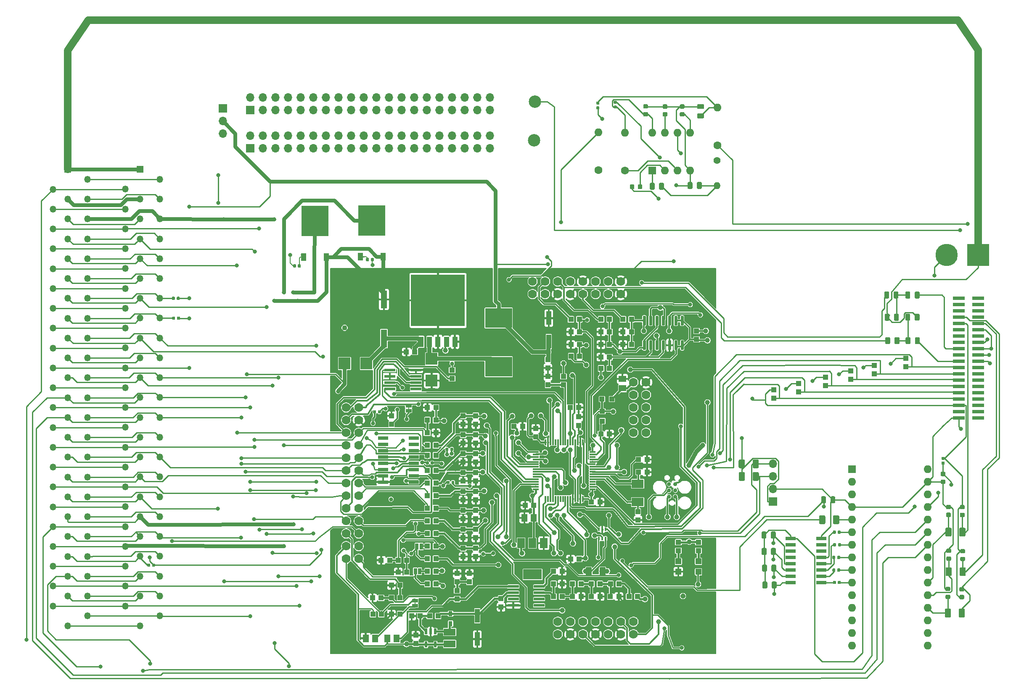
<source format=gbr>
G04 #@! TF.GenerationSoftware,KiCad,Pcbnew,5.1.5+dfsg1-2build2*
G04 #@! TF.CreationDate,2021-04-09T20:17:08+02:00*
G04 #@! TF.ProjectId,mainboardv3.4,6d61696e-626f-4617-9264-76332e342e6b,rev?*
G04 #@! TF.SameCoordinates,Original*
G04 #@! TF.FileFunction,Copper,L1,Top*
G04 #@! TF.FilePolarity,Positive*
%FSLAX46Y46*%
G04 Gerber Fmt 4.6, Leading zero omitted, Abs format (unit mm)*
G04 Created by KiCad (PCBNEW 5.1.5+dfsg1-2build2) date 2021-04-09 20:17:08*
%MOMM*%
%LPD*%
G04 APERTURE LIST*
%ADD10C,0.203200*%
%ADD11R,2.200000X0.600000*%
%ADD12C,1.778000*%
%ADD13R,1.000000X1.100000*%
%ADD14R,1.100000X1.000000*%
%ADD15R,1.000000X2.800000*%
%ADD16R,1.300000X3.600000*%
%ADD17R,5.400000X4.000000*%
%ADD18R,2.400000X2.400000*%
%ADD19R,2.209800X0.609600*%
%ADD20R,0.300000X1.200000*%
%ADD21R,1.200000X0.300000*%
%ADD22R,3.810000X2.006600*%
%ADD23R,1.498600X2.006600*%
%ADD24R,1.066800X2.159000*%
%ADD25R,10.800000X10.410000*%
%ADD26R,1.300000X1.500000*%
%ADD27R,2.400000X1.700000*%
%ADD28R,1.000000X1.000000*%
%ADD29R,1.200000X1.200000*%
%ADD30R,0.550000X1.200000*%
%ADD31R,2.400000X1.400000*%
%ADD32R,0.800000X1.000000*%
%ADD33C,0.100000*%
%ADD34R,1.500000X1.300000*%
%ADD35R,1.270000X0.635000*%
%ADD36R,0.400000X0.750000*%
%ADD37R,0.635000X1.270000*%
%ADD38R,1.000000X1.600000*%
%ADD39R,5.400000X6.200000*%
%ADD40R,2.032000X0.660400*%
%ADD41R,2.400000X0.740000*%
%ADD42R,1.350000X1.350000*%
%ADD43O,1.350000X1.350000*%
%ADD44C,2.499360*%
%ADD45R,1.600000X1.600000*%
%ADD46O,1.600000X1.600000*%
%ADD47R,4.500880X4.500880*%
%ADD48C,4.500880*%
%ADD49O,1.700000X1.700000*%
%ADD50R,1.700000X1.700000*%
%ADD51C,1.600000*%
%ADD52C,1.400000*%
%ADD53O,1.400000X1.400000*%
%ADD54C,1.006400*%
%ADD55C,0.800000*%
%ADD56C,0.304800*%
%ADD57C,0.300000*%
%ADD58C,0.250000*%
%ADD59C,0.800000*%
%ADD60C,1.500000*%
%ADD61C,0.406400*%
%ADD62C,0.812800*%
%ADD63C,0.200000*%
%ADD64C,0.152400*%
G04 APERTURE END LIST*
D10*
X85115400Y-85534500D02*
X85115400Y-84772500D01*
X86385400Y-124015500D02*
X86385400Y-124777500D01*
D11*
X111398500Y-124888600D03*
X111398500Y-123618600D03*
X111398500Y-121078600D03*
X106198500Y-124888600D03*
X106198500Y-123618600D03*
X106198500Y-121078600D03*
X111398500Y-122348600D03*
X106198500Y-122348600D03*
D12*
X115163500Y-130716100D03*
X115163500Y-128176100D03*
X117703500Y-130716100D03*
X117703500Y-128176100D03*
X120243500Y-130716100D03*
X120243500Y-128176100D03*
X122783500Y-130716100D03*
X122783500Y-128176100D03*
X125323500Y-130716100D03*
X125323500Y-128176100D03*
X127863500Y-130716100D03*
X127863500Y-128176100D03*
X130403500Y-130716100D03*
X130403500Y-128176100D03*
D13*
X77924500Y-126612100D03*
X79624500Y-126612100D03*
X88913500Y-115476100D03*
X90613500Y-115476100D03*
D14*
X119368500Y-84983600D03*
X117668500Y-84983600D03*
D12*
X72542400Y-84996100D03*
X75082400Y-84996100D03*
X72542400Y-87536100D03*
X75082400Y-87536100D03*
X72542400Y-90076100D03*
X75082400Y-90076100D03*
X72542400Y-92616100D03*
X75082400Y-92616100D03*
X72542400Y-95156100D03*
X75082400Y-95156100D03*
X72542400Y-97696100D03*
X75082400Y-97696100D03*
X72542400Y-100236100D03*
X75082400Y-100236100D03*
X72542400Y-102776100D03*
X75082400Y-102776100D03*
X72542400Y-105316100D03*
X75082400Y-105316100D03*
X72542400Y-107856100D03*
X75082400Y-107856100D03*
X72542400Y-110396100D03*
X75082400Y-110396100D03*
X72542400Y-112936100D03*
X75082400Y-112936100D03*
X72542400Y-115476100D03*
X75082400Y-115476100D03*
D13*
X98653500Y-88386100D03*
X98653500Y-86686100D03*
X98653500Y-92196100D03*
X98653500Y-90496100D03*
X98653500Y-96006100D03*
X98653500Y-94306100D03*
X98653500Y-99816100D03*
X98653500Y-98116100D03*
X98653500Y-103626100D03*
X98653500Y-101926100D03*
X98653500Y-107436100D03*
X98653500Y-105736100D03*
X98653500Y-111246100D03*
X98653500Y-109546100D03*
X98653500Y-115056100D03*
X98653500Y-113356100D03*
D12*
X127863500Y-59596100D03*
X127863500Y-62136100D03*
X125323500Y-59596100D03*
X125323500Y-62136100D03*
X122783500Y-59596100D03*
X122783500Y-62136100D03*
X120243500Y-59596100D03*
X120243500Y-62136100D03*
X117703500Y-59596100D03*
X117703500Y-62136100D03*
X115163500Y-59596100D03*
X115163500Y-62136100D03*
X112623500Y-59596100D03*
X112623500Y-62136100D03*
X110083500Y-59596100D03*
X110083500Y-62136100D03*
D14*
X93878400Y-77445500D03*
X93878400Y-79145500D03*
D13*
X90613500Y-90076100D03*
X88913500Y-90076100D03*
D14*
X88913500Y-84996100D03*
X90613500Y-84996100D03*
D13*
X90613500Y-87536100D03*
X88913500Y-87536100D03*
D14*
X117793500Y-69756100D03*
X119493500Y-69756100D03*
D13*
X119493500Y-67216100D03*
X117793500Y-67216100D03*
X119523500Y-74666100D03*
X117823500Y-74666100D03*
D14*
X117793500Y-72296100D03*
X119493500Y-72296100D03*
D13*
X125573500Y-77106100D03*
X123873500Y-77106100D03*
D14*
X123863500Y-74836100D03*
X125563500Y-74836100D03*
D13*
X83374500Y-120827100D03*
X81674500Y-120827100D03*
X84734400Y-118173500D03*
X83034400Y-118173500D03*
X113151000Y-77026100D03*
X113151000Y-75326100D03*
D14*
X84676000Y-73778600D03*
X86376000Y-73778600D03*
D15*
X113336000Y-71681100D03*
X113336000Y-66981100D03*
D16*
X80158500Y-71083600D03*
X80158500Y-63208600D03*
D17*
X103251000Y-66973600D03*
X103251000Y-76773600D03*
D18*
X89763500Y-79576100D03*
X89763500Y-75176100D03*
D14*
X143103500Y-69551100D03*
X143103500Y-71251100D03*
D13*
X81674500Y-123367100D03*
X83374500Y-123367100D03*
D14*
X77864500Y-123367100D03*
X79564500Y-123367100D03*
D13*
X83034400Y-115760500D03*
X84734400Y-115760500D03*
D14*
X79605400Y-115760500D03*
X81305400Y-115760500D03*
D13*
X125563500Y-67216100D03*
X123863500Y-67216100D03*
X129983500Y-67216100D03*
X128283500Y-67216100D03*
D14*
X123863500Y-69756100D03*
X125563500Y-69756100D03*
X128283500Y-69756100D03*
X129983500Y-69756100D03*
D19*
X86588600Y-77406500D03*
X86588600Y-78676500D03*
X86588600Y-79946500D03*
X86588600Y-81216500D03*
X81356200Y-81216500D03*
X81356200Y-79946500D03*
X81356200Y-78676500D03*
X81356200Y-77406500D03*
D13*
X88913500Y-120556100D03*
X90613500Y-120556100D03*
D14*
X108058500Y-88808600D03*
X106358500Y-88808600D03*
D13*
X88913500Y-118016100D03*
X90613500Y-118016100D03*
X88913500Y-112936100D03*
X90613500Y-112936100D03*
D20*
X120183500Y-103396100D03*
X119683500Y-103396100D03*
X119183500Y-103396100D03*
X118683500Y-103396100D03*
X118183500Y-103396100D03*
X117683500Y-103396100D03*
X117183500Y-103396100D03*
X116683500Y-103396100D03*
X116183500Y-103396100D03*
X115683500Y-103396100D03*
X115183500Y-103396100D03*
X114683500Y-103396100D03*
X114183500Y-103396100D03*
X113683500Y-103396100D03*
X113183500Y-103396100D03*
X112683500Y-103396100D03*
D21*
X110733500Y-101446100D03*
X110733500Y-100946100D03*
X110733500Y-100446100D03*
X110733500Y-99946100D03*
X110733500Y-99446100D03*
X110733500Y-98946100D03*
X110733500Y-98446100D03*
X110733500Y-97946100D03*
X110733500Y-97446100D03*
X110733500Y-96946100D03*
X110733500Y-96446100D03*
X110733500Y-95946100D03*
X110733500Y-95446100D03*
X110733500Y-94946100D03*
X110733500Y-94446100D03*
X110733500Y-93946100D03*
D20*
X112683500Y-91996100D03*
X113183500Y-91996100D03*
X113683500Y-91996100D03*
X114183500Y-91996100D03*
X114683500Y-91996100D03*
X115183500Y-91996100D03*
X115683500Y-91996100D03*
X116183500Y-91996100D03*
X116683500Y-91996100D03*
X117183500Y-91996100D03*
X117683500Y-91996100D03*
X118183500Y-91996100D03*
X118683500Y-91996100D03*
X119183500Y-91996100D03*
X119683500Y-91996100D03*
X120183500Y-91996100D03*
D21*
X122133500Y-93946100D03*
X122133500Y-94446100D03*
X122133500Y-94946100D03*
X122133500Y-95446100D03*
X122133500Y-95946100D03*
X122133500Y-96446100D03*
X122133500Y-96946100D03*
X122133500Y-97446100D03*
X122133500Y-97946100D03*
X122133500Y-98446100D03*
X122133500Y-98946100D03*
X122133500Y-99446100D03*
X122133500Y-99946100D03*
X122133500Y-100446100D03*
X122133500Y-100946100D03*
X122133500Y-101446100D03*
D22*
X110083500Y-118625700D03*
D23*
X107772100Y-112326500D03*
X110058100Y-112326500D03*
X112344100Y-112326500D03*
D13*
X110708500Y-90926100D03*
X110708500Y-89226100D03*
X119358500Y-88576100D03*
X119358500Y-86876100D03*
D14*
X110298500Y-104681100D03*
X108598500Y-104681100D03*
X121933500Y-104046100D03*
X123633500Y-104046100D03*
X123843500Y-90296100D03*
X125543500Y-90296100D03*
D13*
X90613500Y-110396100D03*
X88913500Y-110396100D03*
X90613500Y-107856100D03*
X88913500Y-107856100D03*
X90613500Y-105316100D03*
X88913500Y-105316100D03*
X90613500Y-102776100D03*
X88913500Y-102776100D03*
X90613500Y-100236100D03*
X88913500Y-100236100D03*
X90613500Y-97696100D03*
X88913500Y-97696100D03*
X90613500Y-94615000D03*
X88913500Y-94615000D03*
X90613500Y-92616100D03*
X88913500Y-92616100D03*
D14*
X96113500Y-86686100D03*
X96113500Y-88386100D03*
X96113500Y-90496100D03*
X96113500Y-92196100D03*
X96113500Y-94306100D03*
X96113500Y-96006100D03*
X96113500Y-98116100D03*
X96113500Y-99816100D03*
X96113500Y-101926100D03*
X96113500Y-103626100D03*
X96113500Y-105736100D03*
X96113500Y-107436100D03*
X96113500Y-109546100D03*
X96113500Y-111246100D03*
X96113500Y-113356100D03*
X96113500Y-115056100D03*
D24*
X94437100Y-71737300D03*
X92735300Y-71737300D03*
X91033500Y-71737300D03*
X89331700Y-71737300D03*
X87629900Y-71737300D03*
D25*
X91033500Y-63406100D03*
D26*
X108438500Y-107221100D03*
X110338500Y-107221100D03*
D14*
X133118500Y-95486100D03*
X131418500Y-95486100D03*
D27*
X131236000Y-104063600D03*
X131236000Y-100363600D03*
D13*
X131306000Y-107686100D03*
X131306000Y-105986100D03*
D14*
X133116000Y-98011100D03*
X131416000Y-98011100D03*
D13*
X129493500Y-123096100D03*
X131193500Y-123096100D03*
X121933500Y-120556100D03*
X123633500Y-120556100D03*
X118123500Y-120556100D03*
X119823500Y-120556100D03*
D14*
X127443500Y-123096100D03*
X125743500Y-123096100D03*
X123633500Y-123096100D03*
X121933500Y-123096100D03*
X119823500Y-123096100D03*
X118123500Y-123096100D03*
X114313500Y-123096100D03*
X116013500Y-123096100D03*
D13*
X103733500Y-123516100D03*
X103733500Y-125216100D03*
D15*
X98958500Y-126953600D03*
X98958500Y-131653600D03*
D26*
X76484400Y-131508500D03*
X78384400Y-131508500D03*
X80797400Y-131508500D03*
X82697400Y-131508500D03*
D13*
X83374500Y-126652100D03*
X81674500Y-126652100D03*
D14*
X94911000Y-123601100D03*
X94911000Y-121901100D03*
D13*
X97383500Y-120146100D03*
X97383500Y-118446100D03*
D28*
X124131000Y-85736100D03*
X124131000Y-87736100D03*
D12*
X130403500Y-90076100D03*
X130403500Y-87536100D03*
X130403500Y-84996100D03*
X130403500Y-82456100D03*
X130403500Y-79916100D03*
X132943500Y-90076100D03*
X132943500Y-87536100D03*
X132943500Y-84996100D03*
X132943500Y-82456100D03*
X132943500Y-79916100D03*
D29*
X139423500Y-115996100D03*
X139423500Y-118096100D03*
X143486000Y-115996100D03*
X143486000Y-118096100D03*
D14*
X139423500Y-113833600D03*
X139423500Y-112133600D03*
X143486000Y-113833600D03*
X143486000Y-112133600D03*
X117751000Y-115516100D03*
X119451000Y-115516100D03*
D13*
X125538500Y-72296100D03*
X123838500Y-72296100D03*
X129983500Y-72296100D03*
X128283500Y-72296100D03*
X94883500Y-120146100D03*
X94883500Y-118446100D03*
D30*
X90526000Y-132743600D03*
X88626000Y-132743600D03*
X88626000Y-130143600D03*
X89576000Y-130143600D03*
X90526000Y-130143600D03*
D31*
X93386000Y-130243600D03*
X93386000Y-132643600D03*
D13*
X91061000Y-127008600D03*
X89361000Y-127008600D03*
X87438500Y-127008600D03*
X85738500Y-127008600D03*
X86561000Y-130893600D03*
X86561000Y-132593600D03*
D18*
X72223500Y-76108600D03*
X76623500Y-76108600D03*
D32*
X93573500Y-126541100D03*
X93573500Y-128541100D03*
D14*
X114313500Y-118016100D03*
X116013500Y-118016100D03*
D28*
X126048500Y-83296100D03*
X124048500Y-83296100D03*
D14*
X116298500Y-78696100D03*
X116298500Y-80396100D03*
G04 #@! TA.AperFunction,SMDPad,CuDef*
D33*
G36*
X140410010Y-122486007D02*
G01*
X140458546Y-122493206D01*
X140506143Y-122505129D01*
X140552343Y-122521659D01*
X140596699Y-122542638D01*
X140638786Y-122567864D01*
X140678198Y-122597094D01*
X140714554Y-122630046D01*
X140747506Y-122666402D01*
X140776736Y-122705814D01*
X140801962Y-122747901D01*
X140822941Y-122792257D01*
X140839471Y-122838457D01*
X140851394Y-122886054D01*
X140858593Y-122934590D01*
X140861001Y-122983599D01*
X140861001Y-122983601D01*
X140858593Y-123032610D01*
X140851394Y-123081146D01*
X140839471Y-123128743D01*
X140822941Y-123174943D01*
X140801962Y-123219299D01*
X140776736Y-123261386D01*
X140747506Y-123300798D01*
X140714554Y-123337154D01*
X140678198Y-123370106D01*
X140638786Y-123399336D01*
X140596699Y-123424562D01*
X140552343Y-123445541D01*
X140506143Y-123462071D01*
X140458546Y-123473994D01*
X140410010Y-123481193D01*
X140361001Y-123483601D01*
X140360999Y-123483601D01*
X140311990Y-123481193D01*
X140263454Y-123473994D01*
X140215857Y-123462071D01*
X140169657Y-123445541D01*
X140125301Y-123424562D01*
X140083214Y-123399336D01*
X140043802Y-123370106D01*
X140007446Y-123337154D01*
X139974494Y-123300798D01*
X139945264Y-123261386D01*
X139920038Y-123219299D01*
X139899059Y-123174943D01*
X139882529Y-123128743D01*
X139870606Y-123081146D01*
X139863407Y-123032610D01*
X139860999Y-122983601D01*
X139860999Y-122983599D01*
X139863407Y-122934590D01*
X139870606Y-122886054D01*
X139882529Y-122838457D01*
X139899059Y-122792257D01*
X139920038Y-122747901D01*
X139945264Y-122705814D01*
X139974494Y-122666402D01*
X140007446Y-122630046D01*
X140043802Y-122597094D01*
X140083214Y-122567864D01*
X140125301Y-122542638D01*
X140169657Y-122521659D01*
X140215857Y-122505129D01*
X140263454Y-122493206D01*
X140311990Y-122486007D01*
X140360999Y-122483599D01*
X140361001Y-122483599D01*
X140410010Y-122486007D01*
G37*
G04 #@! TD.AperFunction*
G04 #@! TA.AperFunction,SMDPad,CuDef*
G36*
X72285010Y-68423507D02*
G01*
X72333546Y-68430706D01*
X72381143Y-68442629D01*
X72427343Y-68459159D01*
X72471699Y-68480138D01*
X72513786Y-68505364D01*
X72553198Y-68534594D01*
X72589554Y-68567546D01*
X72622506Y-68603902D01*
X72651736Y-68643314D01*
X72676962Y-68685401D01*
X72697941Y-68729757D01*
X72714471Y-68775957D01*
X72726394Y-68823554D01*
X72733593Y-68872090D01*
X72736001Y-68921099D01*
X72736001Y-68921101D01*
X72733593Y-68970110D01*
X72726394Y-69018646D01*
X72714471Y-69066243D01*
X72697941Y-69112443D01*
X72676962Y-69156799D01*
X72651736Y-69198886D01*
X72622506Y-69238298D01*
X72589554Y-69274654D01*
X72553198Y-69307606D01*
X72513786Y-69336836D01*
X72471699Y-69362062D01*
X72427343Y-69383041D01*
X72381143Y-69399571D01*
X72333546Y-69411494D01*
X72285010Y-69418693D01*
X72236001Y-69421101D01*
X72235999Y-69421101D01*
X72186990Y-69418693D01*
X72138454Y-69411494D01*
X72090857Y-69399571D01*
X72044657Y-69383041D01*
X72000301Y-69362062D01*
X71958214Y-69336836D01*
X71918802Y-69307606D01*
X71882446Y-69274654D01*
X71849494Y-69238298D01*
X71820264Y-69198886D01*
X71795038Y-69156799D01*
X71774059Y-69112443D01*
X71757529Y-69066243D01*
X71745606Y-69018646D01*
X71738407Y-68970110D01*
X71735999Y-68921101D01*
X71735999Y-68921099D01*
X71738407Y-68872090D01*
X71745606Y-68823554D01*
X71757529Y-68775957D01*
X71774059Y-68729757D01*
X71795038Y-68685401D01*
X71820264Y-68643314D01*
X71849494Y-68603902D01*
X71882446Y-68567546D01*
X71918802Y-68534594D01*
X71958214Y-68505364D01*
X72000301Y-68480138D01*
X72044657Y-68459159D01*
X72090857Y-68442629D01*
X72138454Y-68430706D01*
X72186990Y-68423507D01*
X72235999Y-68421099D01*
X72236001Y-68421099D01*
X72285010Y-68423507D01*
G37*
G04 #@! TD.AperFunction*
D34*
X128173500Y-79221100D03*
X128173500Y-81121100D03*
D13*
X125761000Y-120556100D03*
X127461000Y-120556100D03*
X114313500Y-120556100D03*
X116013500Y-120556100D03*
X113173500Y-78696100D03*
X113173500Y-80396100D03*
X81686400Y-86677500D03*
X81686400Y-88377500D03*
D35*
X85115400Y-84645500D03*
X85115400Y-85661500D03*
D36*
X124111000Y-111408600D03*
X124761000Y-111408600D03*
X123461000Y-111408600D03*
X123461000Y-109558600D03*
X124111000Y-109558600D03*
X124761000Y-109558600D03*
G04 #@! TA.AperFunction,SMDPad,CuDef*
D33*
G36*
X138847090Y-102571795D02*
G01*
X138885308Y-102577464D01*
X138922786Y-102586852D01*
X138959163Y-102599868D01*
X138994090Y-102616387D01*
X139027229Y-102636249D01*
X139058262Y-102659265D01*
X139086889Y-102685211D01*
X139112835Y-102713838D01*
X139135851Y-102744871D01*
X139155713Y-102778010D01*
X139172232Y-102812937D01*
X139185248Y-102849314D01*
X139194636Y-102886792D01*
X139200305Y-102925010D01*
X139202201Y-102963599D01*
X139202201Y-102963601D01*
X139200305Y-103002190D01*
X139194636Y-103040408D01*
X139185248Y-103077886D01*
X139172232Y-103114263D01*
X139155713Y-103149190D01*
X139135851Y-103182329D01*
X139112835Y-103213362D01*
X139086889Y-103241989D01*
X139058262Y-103267935D01*
X139027229Y-103290951D01*
X138994090Y-103310813D01*
X138959163Y-103327332D01*
X138922786Y-103340348D01*
X138885308Y-103349736D01*
X138847090Y-103355405D01*
X138808501Y-103357301D01*
X138808499Y-103357301D01*
X138769910Y-103355405D01*
X138731692Y-103349736D01*
X138694214Y-103340348D01*
X138657837Y-103327332D01*
X138622910Y-103310813D01*
X138589771Y-103290951D01*
X138558738Y-103267935D01*
X138530111Y-103241989D01*
X138504165Y-103213362D01*
X138481149Y-103182329D01*
X138461287Y-103149190D01*
X138444768Y-103114263D01*
X138431752Y-103077886D01*
X138422364Y-103040408D01*
X138416695Y-103002190D01*
X138414799Y-102963601D01*
X138414799Y-102963599D01*
X138416695Y-102925010D01*
X138422364Y-102886792D01*
X138431752Y-102849314D01*
X138444768Y-102812937D01*
X138461287Y-102778010D01*
X138481149Y-102744871D01*
X138504165Y-102713838D01*
X138530111Y-102685211D01*
X138558738Y-102659265D01*
X138589771Y-102636249D01*
X138622910Y-102616387D01*
X138657837Y-102599868D01*
X138694214Y-102586852D01*
X138731692Y-102577464D01*
X138769910Y-102571795D01*
X138808499Y-102569899D01*
X138808501Y-102569899D01*
X138847090Y-102571795D01*
G37*
G04 #@! TD.AperFunction*
G04 #@! TA.AperFunction,SMDPad,CuDef*
G36*
X138847090Y-101301795D02*
G01*
X138885308Y-101307464D01*
X138922786Y-101316852D01*
X138959163Y-101329868D01*
X138994090Y-101346387D01*
X139027229Y-101366249D01*
X139058262Y-101389265D01*
X139086889Y-101415211D01*
X139112835Y-101443838D01*
X139135851Y-101474871D01*
X139155713Y-101508010D01*
X139172232Y-101542937D01*
X139185248Y-101579314D01*
X139194636Y-101616792D01*
X139200305Y-101655010D01*
X139202201Y-101693599D01*
X139202201Y-101693601D01*
X139200305Y-101732190D01*
X139194636Y-101770408D01*
X139185248Y-101807886D01*
X139172232Y-101844263D01*
X139155713Y-101879190D01*
X139135851Y-101912329D01*
X139112835Y-101943362D01*
X139086889Y-101971989D01*
X139058262Y-101997935D01*
X139027229Y-102020951D01*
X138994090Y-102040813D01*
X138959163Y-102057332D01*
X138922786Y-102070348D01*
X138885308Y-102079736D01*
X138847090Y-102085405D01*
X138808501Y-102087301D01*
X138808499Y-102087301D01*
X138769910Y-102085405D01*
X138731692Y-102079736D01*
X138694214Y-102070348D01*
X138657837Y-102057332D01*
X138622910Y-102040813D01*
X138589771Y-102020951D01*
X138558738Y-101997935D01*
X138530111Y-101971989D01*
X138504165Y-101943362D01*
X138481149Y-101912329D01*
X138461287Y-101879190D01*
X138444768Y-101844263D01*
X138431752Y-101807886D01*
X138422364Y-101770408D01*
X138416695Y-101732190D01*
X138414799Y-101693601D01*
X138414799Y-101693599D01*
X138416695Y-101655010D01*
X138422364Y-101616792D01*
X138431752Y-101579314D01*
X138444768Y-101542937D01*
X138461287Y-101508010D01*
X138481149Y-101474871D01*
X138504165Y-101443838D01*
X138530111Y-101415211D01*
X138558738Y-101389265D01*
X138589771Y-101366249D01*
X138622910Y-101346387D01*
X138657837Y-101329868D01*
X138694214Y-101316852D01*
X138731692Y-101307464D01*
X138769910Y-101301795D01*
X138808499Y-101299899D01*
X138808501Y-101299899D01*
X138847090Y-101301795D01*
G37*
G04 #@! TD.AperFunction*
G04 #@! TA.AperFunction,SMDPad,CuDef*
G36*
X138847090Y-100031795D02*
G01*
X138885308Y-100037464D01*
X138922786Y-100046852D01*
X138959163Y-100059868D01*
X138994090Y-100076387D01*
X139027229Y-100096249D01*
X139058262Y-100119265D01*
X139086889Y-100145211D01*
X139112835Y-100173838D01*
X139135851Y-100204871D01*
X139155713Y-100238010D01*
X139172232Y-100272937D01*
X139185248Y-100309314D01*
X139194636Y-100346792D01*
X139200305Y-100385010D01*
X139202201Y-100423599D01*
X139202201Y-100423601D01*
X139200305Y-100462190D01*
X139194636Y-100500408D01*
X139185248Y-100537886D01*
X139172232Y-100574263D01*
X139155713Y-100609190D01*
X139135851Y-100642329D01*
X139112835Y-100673362D01*
X139086889Y-100701989D01*
X139058262Y-100727935D01*
X139027229Y-100750951D01*
X138994090Y-100770813D01*
X138959163Y-100787332D01*
X138922786Y-100800348D01*
X138885308Y-100809736D01*
X138847090Y-100815405D01*
X138808501Y-100817301D01*
X138808499Y-100817301D01*
X138769910Y-100815405D01*
X138731692Y-100809736D01*
X138694214Y-100800348D01*
X138657837Y-100787332D01*
X138622910Y-100770813D01*
X138589771Y-100750951D01*
X138558738Y-100727935D01*
X138530111Y-100701989D01*
X138504165Y-100673362D01*
X138481149Y-100642329D01*
X138461287Y-100609190D01*
X138444768Y-100574263D01*
X138431752Y-100537886D01*
X138422364Y-100500408D01*
X138416695Y-100462190D01*
X138414799Y-100423601D01*
X138414799Y-100423599D01*
X138416695Y-100385010D01*
X138422364Y-100346792D01*
X138431752Y-100309314D01*
X138444768Y-100272937D01*
X138461287Y-100238010D01*
X138481149Y-100204871D01*
X138504165Y-100173838D01*
X138530111Y-100145211D01*
X138558738Y-100119265D01*
X138589771Y-100096249D01*
X138622910Y-100076387D01*
X138657837Y-100059868D01*
X138694214Y-100046852D01*
X138731692Y-100037464D01*
X138769910Y-100031795D01*
X138808499Y-100029899D01*
X138808501Y-100029899D01*
X138847090Y-100031795D01*
G37*
G04 #@! TD.AperFunction*
G04 #@! TA.AperFunction,SMDPad,CuDef*
G36*
X137577090Y-100031795D02*
G01*
X137615308Y-100037464D01*
X137652786Y-100046852D01*
X137689163Y-100059868D01*
X137724090Y-100076387D01*
X137757229Y-100096249D01*
X137788262Y-100119265D01*
X137816889Y-100145211D01*
X137842835Y-100173838D01*
X137865851Y-100204871D01*
X137885713Y-100238010D01*
X137902232Y-100272937D01*
X137915248Y-100309314D01*
X137924636Y-100346792D01*
X137930305Y-100385010D01*
X137932201Y-100423599D01*
X137932201Y-100423601D01*
X137930305Y-100462190D01*
X137924636Y-100500408D01*
X137915248Y-100537886D01*
X137902232Y-100574263D01*
X137885713Y-100609190D01*
X137865851Y-100642329D01*
X137842835Y-100673362D01*
X137816889Y-100701989D01*
X137788262Y-100727935D01*
X137757229Y-100750951D01*
X137724090Y-100770813D01*
X137689163Y-100787332D01*
X137652786Y-100800348D01*
X137615308Y-100809736D01*
X137577090Y-100815405D01*
X137538501Y-100817301D01*
X137538499Y-100817301D01*
X137499910Y-100815405D01*
X137461692Y-100809736D01*
X137424214Y-100800348D01*
X137387837Y-100787332D01*
X137352910Y-100770813D01*
X137319771Y-100750951D01*
X137288738Y-100727935D01*
X137260111Y-100701989D01*
X137234165Y-100673362D01*
X137211149Y-100642329D01*
X137191287Y-100609190D01*
X137174768Y-100574263D01*
X137161752Y-100537886D01*
X137152364Y-100500408D01*
X137146695Y-100462190D01*
X137144799Y-100423601D01*
X137144799Y-100423599D01*
X137146695Y-100385010D01*
X137152364Y-100346792D01*
X137161752Y-100309314D01*
X137174768Y-100272937D01*
X137191287Y-100238010D01*
X137211149Y-100204871D01*
X137234165Y-100173838D01*
X137260111Y-100145211D01*
X137288738Y-100119265D01*
X137319771Y-100096249D01*
X137352910Y-100076387D01*
X137387837Y-100059868D01*
X137424214Y-100046852D01*
X137461692Y-100037464D01*
X137499910Y-100031795D01*
X137538499Y-100029899D01*
X137538501Y-100029899D01*
X137577090Y-100031795D01*
G37*
G04 #@! TD.AperFunction*
G04 #@! TA.AperFunction,SMDPad,CuDef*
G36*
X137577090Y-101301795D02*
G01*
X137615308Y-101307464D01*
X137652786Y-101316852D01*
X137689163Y-101329868D01*
X137724090Y-101346387D01*
X137757229Y-101366249D01*
X137788262Y-101389265D01*
X137816889Y-101415211D01*
X137842835Y-101443838D01*
X137865851Y-101474871D01*
X137885713Y-101508010D01*
X137902232Y-101542937D01*
X137915248Y-101579314D01*
X137924636Y-101616792D01*
X137930305Y-101655010D01*
X137932201Y-101693599D01*
X137932201Y-101693601D01*
X137930305Y-101732190D01*
X137924636Y-101770408D01*
X137915248Y-101807886D01*
X137902232Y-101844263D01*
X137885713Y-101879190D01*
X137865851Y-101912329D01*
X137842835Y-101943362D01*
X137816889Y-101971989D01*
X137788262Y-101997935D01*
X137757229Y-102020951D01*
X137724090Y-102040813D01*
X137689163Y-102057332D01*
X137652786Y-102070348D01*
X137615308Y-102079736D01*
X137577090Y-102085405D01*
X137538501Y-102087301D01*
X137538499Y-102087301D01*
X137499910Y-102085405D01*
X137461692Y-102079736D01*
X137424214Y-102070348D01*
X137387837Y-102057332D01*
X137352910Y-102040813D01*
X137319771Y-102020951D01*
X137288738Y-101997935D01*
X137260111Y-101971989D01*
X137234165Y-101943362D01*
X137211149Y-101912329D01*
X137191287Y-101879190D01*
X137174768Y-101844263D01*
X137161752Y-101807886D01*
X137152364Y-101770408D01*
X137146695Y-101732190D01*
X137144799Y-101693601D01*
X137144799Y-101693599D01*
X137146695Y-101655010D01*
X137152364Y-101616792D01*
X137161752Y-101579314D01*
X137174768Y-101542937D01*
X137191287Y-101508010D01*
X137211149Y-101474871D01*
X137234165Y-101443838D01*
X137260111Y-101415211D01*
X137288738Y-101389265D01*
X137319771Y-101366249D01*
X137352910Y-101346387D01*
X137387837Y-101329868D01*
X137424214Y-101316852D01*
X137461692Y-101307464D01*
X137499910Y-101301795D01*
X137538499Y-101299899D01*
X137538501Y-101299899D01*
X137577090Y-101301795D01*
G37*
G04 #@! TD.AperFunction*
G04 #@! TA.AperFunction,SMDPad,CuDef*
G36*
X137577090Y-102571795D02*
G01*
X137615308Y-102577464D01*
X137652786Y-102586852D01*
X137689163Y-102599868D01*
X137724090Y-102616387D01*
X137757229Y-102636249D01*
X137788262Y-102659265D01*
X137816889Y-102685211D01*
X137842835Y-102713838D01*
X137865851Y-102744871D01*
X137885713Y-102778010D01*
X137902232Y-102812937D01*
X137915248Y-102849314D01*
X137924636Y-102886792D01*
X137930305Y-102925010D01*
X137932201Y-102963599D01*
X137932201Y-102963601D01*
X137930305Y-103002190D01*
X137924636Y-103040408D01*
X137915248Y-103077886D01*
X137902232Y-103114263D01*
X137885713Y-103149190D01*
X137865851Y-103182329D01*
X137842835Y-103213362D01*
X137816889Y-103241989D01*
X137788262Y-103267935D01*
X137757229Y-103290951D01*
X137724090Y-103310813D01*
X137689163Y-103327332D01*
X137652786Y-103340348D01*
X137615308Y-103349736D01*
X137577090Y-103355405D01*
X137538501Y-103357301D01*
X137538499Y-103357301D01*
X137499910Y-103355405D01*
X137461692Y-103349736D01*
X137424214Y-103340348D01*
X137387837Y-103327332D01*
X137352910Y-103310813D01*
X137319771Y-103290951D01*
X137288738Y-103267935D01*
X137260111Y-103241989D01*
X137234165Y-103213362D01*
X137211149Y-103182329D01*
X137191287Y-103149190D01*
X137174768Y-103114263D01*
X137161752Y-103077886D01*
X137152364Y-103040408D01*
X137146695Y-103002190D01*
X137144799Y-102963601D01*
X137144799Y-102963599D01*
X137146695Y-102925010D01*
X137152364Y-102886792D01*
X137161752Y-102849314D01*
X137174768Y-102812937D01*
X137191287Y-102778010D01*
X137211149Y-102744871D01*
X137234165Y-102713838D01*
X137260111Y-102685211D01*
X137288738Y-102659265D01*
X137319771Y-102636249D01*
X137352910Y-102616387D01*
X137387837Y-102599868D01*
X137424214Y-102586852D01*
X137461692Y-102577464D01*
X137499910Y-102571795D01*
X137538499Y-102569899D01*
X137538501Y-102569899D01*
X137577090Y-102571795D01*
G37*
G04 #@! TD.AperFunction*
D37*
X87686000Y-112983600D03*
X86786000Y-112983600D03*
X87373500Y-117983600D03*
X86473500Y-117983600D03*
D35*
X86385400Y-124904500D03*
X86385400Y-123888500D03*
D38*
X68574000Y-54698300D03*
X64014000Y-54698300D03*
D39*
X66294000Y-47398300D03*
D40*
X86156800Y-100012500D03*
X80010000Y-100012500D03*
X86156800Y-98742500D03*
X86156800Y-97472500D03*
X80010000Y-98742500D03*
X80010000Y-97472500D03*
X86156800Y-96202500D03*
X80010000Y-96202500D03*
X86156800Y-94932500D03*
X80010000Y-94932500D03*
X86156800Y-93662500D03*
X86156800Y-92392500D03*
X80010000Y-93662500D03*
X80010000Y-92392500D03*
X86156800Y-91122500D03*
X80010000Y-91122500D03*
D41*
X195884800Y-62953900D03*
X199784800Y-62953900D03*
X195884800Y-64223900D03*
X199784800Y-64223900D03*
X195884800Y-65493900D03*
X199784800Y-65493900D03*
X195884800Y-66763900D03*
X199784800Y-66763900D03*
X195884800Y-68033900D03*
X199784800Y-68033900D03*
X195884800Y-69303900D03*
X199784800Y-69303900D03*
X195884800Y-70573900D03*
X199784800Y-70573900D03*
X195884800Y-71843900D03*
X199784800Y-71843900D03*
X195884800Y-73113900D03*
X199784800Y-73113900D03*
X195884800Y-74383900D03*
X199784800Y-74383900D03*
X195884800Y-75653900D03*
X199784800Y-75653900D03*
X195884800Y-76923900D03*
X199784800Y-76923900D03*
X195884800Y-78193900D03*
X199784800Y-78193900D03*
X195884800Y-79463900D03*
X199784800Y-79463900D03*
X195884800Y-80733900D03*
X199784800Y-80733900D03*
X195884800Y-82003900D03*
X199784800Y-82003900D03*
X195884800Y-83273900D03*
X199784800Y-83273900D03*
X195884800Y-84543900D03*
X199784800Y-84543900D03*
X195884800Y-85813900D03*
X199784800Y-85813900D03*
X195884800Y-87083900D03*
X199784800Y-87083900D03*
D42*
X16500000Y-37000000D03*
D43*
X16500000Y-43000000D03*
X16500000Y-47000000D03*
X16500000Y-51000000D03*
X16500000Y-55000000D03*
X16500000Y-59000000D03*
X16500000Y-63000000D03*
X16500000Y-67000000D03*
X16500000Y-71000000D03*
X16500000Y-75000000D03*
X16500000Y-79000000D03*
X16500000Y-83000000D03*
X16500000Y-87000000D03*
X16500000Y-91000000D03*
X16500000Y-95000000D03*
X16500000Y-99000000D03*
X16500000Y-103000000D03*
X16500000Y-107000000D03*
X16500000Y-111000000D03*
X16500000Y-115000000D03*
X16500000Y-119000000D03*
X16500000Y-123000000D03*
X16500000Y-129000000D03*
X13500000Y-41000000D03*
X13500000Y-45000000D03*
X13500000Y-49000000D03*
X13500000Y-53000000D03*
X13500000Y-57000000D03*
X13500000Y-61000000D03*
X13500000Y-65000000D03*
X13500000Y-69000000D03*
X13500000Y-73000000D03*
X13500000Y-77000000D03*
X13500000Y-81000000D03*
X13500000Y-85000000D03*
X13500000Y-89000000D03*
X13500000Y-93000000D03*
X13500000Y-97000000D03*
X13500000Y-101000000D03*
X13500000Y-105000000D03*
X13500000Y-109000000D03*
X13500000Y-113000000D03*
X13500000Y-117000000D03*
X13500000Y-121000000D03*
X13500000Y-125000000D03*
X20500000Y-39000000D03*
X20500000Y-43000000D03*
X20500000Y-47000000D03*
X20500000Y-51000000D03*
X20500000Y-55000000D03*
X20500000Y-59000000D03*
X20500000Y-63000000D03*
X20500000Y-67000000D03*
X20500000Y-71000000D03*
X20500000Y-75000000D03*
X20500000Y-79000000D03*
X20500000Y-83000000D03*
X20500000Y-87000000D03*
X20500000Y-91000000D03*
X20500000Y-95000000D03*
X20500000Y-99000000D03*
X20500000Y-103000000D03*
X20500000Y-107000000D03*
X20500000Y-111000000D03*
X20500000Y-115000000D03*
X20500000Y-119000000D03*
X20500000Y-123000000D03*
X20500000Y-127000000D03*
D42*
X31064200Y-36982400D03*
D43*
X31064200Y-42982400D03*
X31064200Y-46982400D03*
X31064200Y-50982400D03*
X31064200Y-54982400D03*
X31064200Y-58982400D03*
X31064200Y-62982400D03*
X31064200Y-66982400D03*
X31064200Y-70982400D03*
X31064200Y-74982400D03*
X31064200Y-78982400D03*
X31064200Y-82982400D03*
X31064200Y-86982400D03*
X31064200Y-90982400D03*
X31064200Y-94982400D03*
X31064200Y-98982400D03*
X31064200Y-102982400D03*
X31064200Y-106982400D03*
X31064200Y-110982400D03*
X31064200Y-114982400D03*
X31064200Y-118982400D03*
X31064200Y-122982400D03*
X31064200Y-128982400D03*
X28064200Y-40982400D03*
X28064200Y-44982400D03*
X28064200Y-48982400D03*
X28064200Y-52982400D03*
X28064200Y-56982400D03*
X28064200Y-60982400D03*
X28064200Y-64982400D03*
X28064200Y-68982400D03*
X28064200Y-72982400D03*
X28064200Y-76982400D03*
X28064200Y-80982400D03*
X28064200Y-84982400D03*
X28064200Y-88982400D03*
X28064200Y-92982400D03*
X28064200Y-96982400D03*
X28064200Y-100982400D03*
X28064200Y-104982400D03*
X28064200Y-108982400D03*
X28064200Y-112982400D03*
X28064200Y-116982400D03*
X28064200Y-120982400D03*
X28064200Y-124982400D03*
X35064200Y-38982400D03*
X35064200Y-42982400D03*
X35064200Y-46982400D03*
X35064200Y-50982400D03*
X35064200Y-54982400D03*
X35064200Y-58982400D03*
X35064200Y-62982400D03*
X35064200Y-66982400D03*
X35064200Y-70982400D03*
X35064200Y-74982400D03*
X35064200Y-78982400D03*
X35064200Y-82982400D03*
X35064200Y-86982400D03*
X35064200Y-90982400D03*
X35064200Y-94982400D03*
X35064200Y-98982400D03*
X35064200Y-102982400D03*
X35064200Y-106982400D03*
X35064200Y-110982400D03*
X35064200Y-114982400D03*
X35064200Y-118982400D03*
X35064200Y-122982400D03*
X35064200Y-126982400D03*
D44*
X110375700Y-31127700D03*
X110515400Y-23329900D03*
D14*
X158610300Y-83145100D03*
X158610300Y-81445100D03*
X163677600Y-80162400D03*
X163677600Y-81862400D03*
X169087800Y-80568800D03*
X169087800Y-78868800D03*
X174155100Y-77609700D03*
X174155100Y-79309700D03*
G04 #@! TA.AperFunction,SMDPad,CuDef*
D33*
G36*
X185931242Y-70814874D02*
G01*
X185954903Y-70818384D01*
X185978107Y-70824196D01*
X186000629Y-70832254D01*
X186022253Y-70842482D01*
X186042770Y-70854779D01*
X186061983Y-70869029D01*
X186079707Y-70885093D01*
X186095771Y-70902817D01*
X186110021Y-70922030D01*
X186122318Y-70942547D01*
X186132546Y-70964171D01*
X186140604Y-70986693D01*
X186146416Y-71009897D01*
X186149926Y-71033558D01*
X186151100Y-71057450D01*
X186151100Y-71969950D01*
X186149926Y-71993842D01*
X186146416Y-72017503D01*
X186140604Y-72040707D01*
X186132546Y-72063229D01*
X186122318Y-72084853D01*
X186110021Y-72105370D01*
X186095771Y-72124583D01*
X186079707Y-72142307D01*
X186061983Y-72158371D01*
X186042770Y-72172621D01*
X186022253Y-72184918D01*
X186000629Y-72195146D01*
X185978107Y-72203204D01*
X185954903Y-72209016D01*
X185931242Y-72212526D01*
X185907350Y-72213700D01*
X185419850Y-72213700D01*
X185395958Y-72212526D01*
X185372297Y-72209016D01*
X185349093Y-72203204D01*
X185326571Y-72195146D01*
X185304947Y-72184918D01*
X185284430Y-72172621D01*
X185265217Y-72158371D01*
X185247493Y-72142307D01*
X185231429Y-72124583D01*
X185217179Y-72105370D01*
X185204882Y-72084853D01*
X185194654Y-72063229D01*
X185186596Y-72040707D01*
X185180784Y-72017503D01*
X185177274Y-71993842D01*
X185176100Y-71969950D01*
X185176100Y-71057450D01*
X185177274Y-71033558D01*
X185180784Y-71009897D01*
X185186596Y-70986693D01*
X185194654Y-70964171D01*
X185204882Y-70942547D01*
X185217179Y-70922030D01*
X185231429Y-70902817D01*
X185247493Y-70885093D01*
X185265217Y-70869029D01*
X185284430Y-70854779D01*
X185304947Y-70842482D01*
X185326571Y-70832254D01*
X185349093Y-70824196D01*
X185372297Y-70818384D01*
X185395958Y-70814874D01*
X185419850Y-70813700D01*
X185907350Y-70813700D01*
X185931242Y-70814874D01*
G37*
G04 #@! TD.AperFunction*
G04 #@! TA.AperFunction,SMDPad,CuDef*
G36*
X187806242Y-70814874D02*
G01*
X187829903Y-70818384D01*
X187853107Y-70824196D01*
X187875629Y-70832254D01*
X187897253Y-70842482D01*
X187917770Y-70854779D01*
X187936983Y-70869029D01*
X187954707Y-70885093D01*
X187970771Y-70902817D01*
X187985021Y-70922030D01*
X187997318Y-70942547D01*
X188007546Y-70964171D01*
X188015604Y-70986693D01*
X188021416Y-71009897D01*
X188024926Y-71033558D01*
X188026100Y-71057450D01*
X188026100Y-71969950D01*
X188024926Y-71993842D01*
X188021416Y-72017503D01*
X188015604Y-72040707D01*
X188007546Y-72063229D01*
X187997318Y-72084853D01*
X187985021Y-72105370D01*
X187970771Y-72124583D01*
X187954707Y-72142307D01*
X187936983Y-72158371D01*
X187917770Y-72172621D01*
X187897253Y-72184918D01*
X187875629Y-72195146D01*
X187853107Y-72203204D01*
X187829903Y-72209016D01*
X187806242Y-72212526D01*
X187782350Y-72213700D01*
X187294850Y-72213700D01*
X187270958Y-72212526D01*
X187247297Y-72209016D01*
X187224093Y-72203204D01*
X187201571Y-72195146D01*
X187179947Y-72184918D01*
X187159430Y-72172621D01*
X187140217Y-72158371D01*
X187122493Y-72142307D01*
X187106429Y-72124583D01*
X187092179Y-72105370D01*
X187079882Y-72084853D01*
X187069654Y-72063229D01*
X187061596Y-72040707D01*
X187055784Y-72017503D01*
X187052274Y-71993842D01*
X187051100Y-71969950D01*
X187051100Y-71057450D01*
X187052274Y-71033558D01*
X187055784Y-71009897D01*
X187061596Y-70986693D01*
X187069654Y-70964171D01*
X187079882Y-70942547D01*
X187092179Y-70922030D01*
X187106429Y-70902817D01*
X187122493Y-70885093D01*
X187140217Y-70869029D01*
X187159430Y-70854779D01*
X187179947Y-70842482D01*
X187201571Y-70832254D01*
X187224093Y-70824196D01*
X187247297Y-70818384D01*
X187270958Y-70814874D01*
X187294850Y-70813700D01*
X187782350Y-70813700D01*
X187806242Y-70814874D01*
G37*
G04 #@! TD.AperFunction*
G04 #@! TA.AperFunction,SMDPad,CuDef*
G36*
X187765842Y-61620074D02*
G01*
X187789503Y-61623584D01*
X187812707Y-61629396D01*
X187835229Y-61637454D01*
X187856853Y-61647682D01*
X187877370Y-61659979D01*
X187896583Y-61674229D01*
X187914307Y-61690293D01*
X187930371Y-61708017D01*
X187944621Y-61727230D01*
X187956918Y-61747747D01*
X187967146Y-61769371D01*
X187975204Y-61791893D01*
X187981016Y-61815097D01*
X187984526Y-61838758D01*
X187985700Y-61862650D01*
X187985700Y-62775150D01*
X187984526Y-62799042D01*
X187981016Y-62822703D01*
X187975204Y-62845907D01*
X187967146Y-62868429D01*
X187956918Y-62890053D01*
X187944621Y-62910570D01*
X187930371Y-62929783D01*
X187914307Y-62947507D01*
X187896583Y-62963571D01*
X187877370Y-62977821D01*
X187856853Y-62990118D01*
X187835229Y-63000346D01*
X187812707Y-63008404D01*
X187789503Y-63014216D01*
X187765842Y-63017726D01*
X187741950Y-63018900D01*
X187254450Y-63018900D01*
X187230558Y-63017726D01*
X187206897Y-63014216D01*
X187183693Y-63008404D01*
X187161171Y-63000346D01*
X187139547Y-62990118D01*
X187119030Y-62977821D01*
X187099817Y-62963571D01*
X187082093Y-62947507D01*
X187066029Y-62929783D01*
X187051779Y-62910570D01*
X187039482Y-62890053D01*
X187029254Y-62868429D01*
X187021196Y-62845907D01*
X187015384Y-62822703D01*
X187011874Y-62799042D01*
X187010700Y-62775150D01*
X187010700Y-61862650D01*
X187011874Y-61838758D01*
X187015384Y-61815097D01*
X187021196Y-61791893D01*
X187029254Y-61769371D01*
X187039482Y-61747747D01*
X187051779Y-61727230D01*
X187066029Y-61708017D01*
X187082093Y-61690293D01*
X187099817Y-61674229D01*
X187119030Y-61659979D01*
X187139547Y-61647682D01*
X187161171Y-61637454D01*
X187183693Y-61629396D01*
X187206897Y-61623584D01*
X187230558Y-61620074D01*
X187254450Y-61618900D01*
X187741950Y-61618900D01*
X187765842Y-61620074D01*
G37*
G04 #@! TD.AperFunction*
G04 #@! TA.AperFunction,SMDPad,CuDef*
G36*
X185890842Y-61620074D02*
G01*
X185914503Y-61623584D01*
X185937707Y-61629396D01*
X185960229Y-61637454D01*
X185981853Y-61647682D01*
X186002370Y-61659979D01*
X186021583Y-61674229D01*
X186039307Y-61690293D01*
X186055371Y-61708017D01*
X186069621Y-61727230D01*
X186081918Y-61747747D01*
X186092146Y-61769371D01*
X186100204Y-61791893D01*
X186106016Y-61815097D01*
X186109526Y-61838758D01*
X186110700Y-61862650D01*
X186110700Y-62775150D01*
X186109526Y-62799042D01*
X186106016Y-62822703D01*
X186100204Y-62845907D01*
X186092146Y-62868429D01*
X186081918Y-62890053D01*
X186069621Y-62910570D01*
X186055371Y-62929783D01*
X186039307Y-62947507D01*
X186021583Y-62963571D01*
X186002370Y-62977821D01*
X185981853Y-62990118D01*
X185960229Y-63000346D01*
X185937707Y-63008404D01*
X185914503Y-63014216D01*
X185890842Y-63017726D01*
X185866950Y-63018900D01*
X185379450Y-63018900D01*
X185355558Y-63017726D01*
X185331897Y-63014216D01*
X185308693Y-63008404D01*
X185286171Y-63000346D01*
X185264547Y-62990118D01*
X185244030Y-62977821D01*
X185224817Y-62963571D01*
X185207093Y-62947507D01*
X185191029Y-62929783D01*
X185176779Y-62910570D01*
X185164482Y-62890053D01*
X185154254Y-62868429D01*
X185146196Y-62845907D01*
X185140384Y-62822703D01*
X185136874Y-62799042D01*
X185135700Y-62775150D01*
X185135700Y-61862650D01*
X185136874Y-61838758D01*
X185140384Y-61815097D01*
X185146196Y-61791893D01*
X185154254Y-61769371D01*
X185164482Y-61747747D01*
X185176779Y-61727230D01*
X185191029Y-61708017D01*
X185207093Y-61690293D01*
X185224817Y-61674229D01*
X185244030Y-61659979D01*
X185264547Y-61647682D01*
X185286171Y-61637454D01*
X185308693Y-61629396D01*
X185331897Y-61623584D01*
X185355558Y-61620074D01*
X185379450Y-61618900D01*
X185866950Y-61618900D01*
X185890842Y-61620074D01*
G37*
G04 #@! TD.AperFunction*
D14*
X178841400Y-78179400D03*
X178841400Y-76479400D03*
X185191400Y-75096000D03*
X185191400Y-76796000D03*
G04 #@! TA.AperFunction,SMDPad,CuDef*
D33*
G36*
X187765842Y-66090474D02*
G01*
X187789503Y-66093984D01*
X187812707Y-66099796D01*
X187835229Y-66107854D01*
X187856853Y-66118082D01*
X187877370Y-66130379D01*
X187896583Y-66144629D01*
X187914307Y-66160693D01*
X187930371Y-66178417D01*
X187944621Y-66197630D01*
X187956918Y-66218147D01*
X187967146Y-66239771D01*
X187975204Y-66262293D01*
X187981016Y-66285497D01*
X187984526Y-66309158D01*
X187985700Y-66333050D01*
X187985700Y-67245550D01*
X187984526Y-67269442D01*
X187981016Y-67293103D01*
X187975204Y-67316307D01*
X187967146Y-67338829D01*
X187956918Y-67360453D01*
X187944621Y-67380970D01*
X187930371Y-67400183D01*
X187914307Y-67417907D01*
X187896583Y-67433971D01*
X187877370Y-67448221D01*
X187856853Y-67460518D01*
X187835229Y-67470746D01*
X187812707Y-67478804D01*
X187789503Y-67484616D01*
X187765842Y-67488126D01*
X187741950Y-67489300D01*
X187254450Y-67489300D01*
X187230558Y-67488126D01*
X187206897Y-67484616D01*
X187183693Y-67478804D01*
X187161171Y-67470746D01*
X187139547Y-67460518D01*
X187119030Y-67448221D01*
X187099817Y-67433971D01*
X187082093Y-67417907D01*
X187066029Y-67400183D01*
X187051779Y-67380970D01*
X187039482Y-67360453D01*
X187029254Y-67338829D01*
X187021196Y-67316307D01*
X187015384Y-67293103D01*
X187011874Y-67269442D01*
X187010700Y-67245550D01*
X187010700Y-66333050D01*
X187011874Y-66309158D01*
X187015384Y-66285497D01*
X187021196Y-66262293D01*
X187029254Y-66239771D01*
X187039482Y-66218147D01*
X187051779Y-66197630D01*
X187066029Y-66178417D01*
X187082093Y-66160693D01*
X187099817Y-66144629D01*
X187119030Y-66130379D01*
X187139547Y-66118082D01*
X187161171Y-66107854D01*
X187183693Y-66099796D01*
X187206897Y-66093984D01*
X187230558Y-66090474D01*
X187254450Y-66089300D01*
X187741950Y-66089300D01*
X187765842Y-66090474D01*
G37*
G04 #@! TD.AperFunction*
G04 #@! TA.AperFunction,SMDPad,CuDef*
G36*
X185890842Y-66090474D02*
G01*
X185914503Y-66093984D01*
X185937707Y-66099796D01*
X185960229Y-66107854D01*
X185981853Y-66118082D01*
X186002370Y-66130379D01*
X186021583Y-66144629D01*
X186039307Y-66160693D01*
X186055371Y-66178417D01*
X186069621Y-66197630D01*
X186081918Y-66218147D01*
X186092146Y-66239771D01*
X186100204Y-66262293D01*
X186106016Y-66285497D01*
X186109526Y-66309158D01*
X186110700Y-66333050D01*
X186110700Y-67245550D01*
X186109526Y-67269442D01*
X186106016Y-67293103D01*
X186100204Y-67316307D01*
X186092146Y-67338829D01*
X186081918Y-67360453D01*
X186069621Y-67380970D01*
X186055371Y-67400183D01*
X186039307Y-67417907D01*
X186021583Y-67433971D01*
X186002370Y-67448221D01*
X185981853Y-67460518D01*
X185960229Y-67470746D01*
X185937707Y-67478804D01*
X185914503Y-67484616D01*
X185890842Y-67488126D01*
X185866950Y-67489300D01*
X185379450Y-67489300D01*
X185355558Y-67488126D01*
X185331897Y-67484616D01*
X185308693Y-67478804D01*
X185286171Y-67470746D01*
X185264547Y-67460518D01*
X185244030Y-67448221D01*
X185224817Y-67433971D01*
X185207093Y-67417907D01*
X185191029Y-67400183D01*
X185176779Y-67380970D01*
X185164482Y-67360453D01*
X185154254Y-67338829D01*
X185146196Y-67316307D01*
X185140384Y-67293103D01*
X185136874Y-67269442D01*
X185135700Y-67245550D01*
X185135700Y-66333050D01*
X185136874Y-66309158D01*
X185140384Y-66285497D01*
X185146196Y-66262293D01*
X185154254Y-66239771D01*
X185164482Y-66218147D01*
X185176779Y-66197630D01*
X185191029Y-66178417D01*
X185207093Y-66160693D01*
X185224817Y-66144629D01*
X185244030Y-66130379D01*
X185264547Y-66118082D01*
X185286171Y-66107854D01*
X185308693Y-66099796D01*
X185331897Y-66093984D01*
X185355558Y-66090474D01*
X185379450Y-66089300D01*
X185866950Y-66089300D01*
X185890842Y-66090474D01*
G37*
G04 #@! TD.AperFunction*
G04 #@! TA.AperFunction,SMDPad,CuDef*
G36*
X181727542Y-66103174D02*
G01*
X181751203Y-66106684D01*
X181774407Y-66112496D01*
X181796929Y-66120554D01*
X181818553Y-66130782D01*
X181839070Y-66143079D01*
X181858283Y-66157329D01*
X181876007Y-66173393D01*
X181892071Y-66191117D01*
X181906321Y-66210330D01*
X181918618Y-66230847D01*
X181928846Y-66252471D01*
X181936904Y-66274993D01*
X181942716Y-66298197D01*
X181946226Y-66321858D01*
X181947400Y-66345750D01*
X181947400Y-67258250D01*
X181946226Y-67282142D01*
X181942716Y-67305803D01*
X181936904Y-67329007D01*
X181928846Y-67351529D01*
X181918618Y-67373153D01*
X181906321Y-67393670D01*
X181892071Y-67412883D01*
X181876007Y-67430607D01*
X181858283Y-67446671D01*
X181839070Y-67460921D01*
X181818553Y-67473218D01*
X181796929Y-67483446D01*
X181774407Y-67491504D01*
X181751203Y-67497316D01*
X181727542Y-67500826D01*
X181703650Y-67502000D01*
X181216150Y-67502000D01*
X181192258Y-67500826D01*
X181168597Y-67497316D01*
X181145393Y-67491504D01*
X181122871Y-67483446D01*
X181101247Y-67473218D01*
X181080730Y-67460921D01*
X181061517Y-67446671D01*
X181043793Y-67430607D01*
X181027729Y-67412883D01*
X181013479Y-67393670D01*
X181001182Y-67373153D01*
X180990954Y-67351529D01*
X180982896Y-67329007D01*
X180977084Y-67305803D01*
X180973574Y-67282142D01*
X180972400Y-67258250D01*
X180972400Y-66345750D01*
X180973574Y-66321858D01*
X180977084Y-66298197D01*
X180982896Y-66274993D01*
X180990954Y-66252471D01*
X181001182Y-66230847D01*
X181013479Y-66210330D01*
X181027729Y-66191117D01*
X181043793Y-66173393D01*
X181061517Y-66157329D01*
X181080730Y-66143079D01*
X181101247Y-66130782D01*
X181122871Y-66120554D01*
X181145393Y-66112496D01*
X181168597Y-66106684D01*
X181192258Y-66103174D01*
X181216150Y-66102000D01*
X181703650Y-66102000D01*
X181727542Y-66103174D01*
G37*
G04 #@! TD.AperFunction*
G04 #@! TA.AperFunction,SMDPad,CuDef*
G36*
X183602542Y-66103174D02*
G01*
X183626203Y-66106684D01*
X183649407Y-66112496D01*
X183671929Y-66120554D01*
X183693553Y-66130782D01*
X183714070Y-66143079D01*
X183733283Y-66157329D01*
X183751007Y-66173393D01*
X183767071Y-66191117D01*
X183781321Y-66210330D01*
X183793618Y-66230847D01*
X183803846Y-66252471D01*
X183811904Y-66274993D01*
X183817716Y-66298197D01*
X183821226Y-66321858D01*
X183822400Y-66345750D01*
X183822400Y-67258250D01*
X183821226Y-67282142D01*
X183817716Y-67305803D01*
X183811904Y-67329007D01*
X183803846Y-67351529D01*
X183793618Y-67373153D01*
X183781321Y-67393670D01*
X183767071Y-67412883D01*
X183751007Y-67430607D01*
X183733283Y-67446671D01*
X183714070Y-67460921D01*
X183693553Y-67473218D01*
X183671929Y-67483446D01*
X183649407Y-67491504D01*
X183626203Y-67497316D01*
X183602542Y-67500826D01*
X183578650Y-67502000D01*
X183091150Y-67502000D01*
X183067258Y-67500826D01*
X183043597Y-67497316D01*
X183020393Y-67491504D01*
X182997871Y-67483446D01*
X182976247Y-67473218D01*
X182955730Y-67460921D01*
X182936517Y-67446671D01*
X182918793Y-67430607D01*
X182902729Y-67412883D01*
X182888479Y-67393670D01*
X182876182Y-67373153D01*
X182865954Y-67351529D01*
X182857896Y-67329007D01*
X182852084Y-67305803D01*
X182848574Y-67282142D01*
X182847400Y-67258250D01*
X182847400Y-66345750D01*
X182848574Y-66321858D01*
X182852084Y-66298197D01*
X182857896Y-66274993D01*
X182865954Y-66252471D01*
X182876182Y-66230847D01*
X182888479Y-66210330D01*
X182902729Y-66191117D01*
X182918793Y-66173393D01*
X182936517Y-66157329D01*
X182955730Y-66143079D01*
X182976247Y-66130782D01*
X182997871Y-66120554D01*
X183020393Y-66112496D01*
X183043597Y-66106684D01*
X183067258Y-66103174D01*
X183091150Y-66102000D01*
X183578650Y-66102000D01*
X183602542Y-66103174D01*
G37*
G04 #@! TD.AperFunction*
G04 #@! TA.AperFunction,SMDPad,CuDef*
G36*
X183719142Y-70802174D02*
G01*
X183742803Y-70805684D01*
X183766007Y-70811496D01*
X183788529Y-70819554D01*
X183810153Y-70829782D01*
X183830670Y-70842079D01*
X183849883Y-70856329D01*
X183867607Y-70872393D01*
X183883671Y-70890117D01*
X183897921Y-70909330D01*
X183910218Y-70929847D01*
X183920446Y-70951471D01*
X183928504Y-70973993D01*
X183934316Y-70997197D01*
X183937826Y-71020858D01*
X183939000Y-71044750D01*
X183939000Y-71957250D01*
X183937826Y-71981142D01*
X183934316Y-72004803D01*
X183928504Y-72028007D01*
X183920446Y-72050529D01*
X183910218Y-72072153D01*
X183897921Y-72092670D01*
X183883671Y-72111883D01*
X183867607Y-72129607D01*
X183849883Y-72145671D01*
X183830670Y-72159921D01*
X183810153Y-72172218D01*
X183788529Y-72182446D01*
X183766007Y-72190504D01*
X183742803Y-72196316D01*
X183719142Y-72199826D01*
X183695250Y-72201000D01*
X183207750Y-72201000D01*
X183183858Y-72199826D01*
X183160197Y-72196316D01*
X183136993Y-72190504D01*
X183114471Y-72182446D01*
X183092847Y-72172218D01*
X183072330Y-72159921D01*
X183053117Y-72145671D01*
X183035393Y-72129607D01*
X183019329Y-72111883D01*
X183005079Y-72092670D01*
X182992782Y-72072153D01*
X182982554Y-72050529D01*
X182974496Y-72028007D01*
X182968684Y-72004803D01*
X182965174Y-71981142D01*
X182964000Y-71957250D01*
X182964000Y-71044750D01*
X182965174Y-71020858D01*
X182968684Y-70997197D01*
X182974496Y-70973993D01*
X182982554Y-70951471D01*
X182992782Y-70929847D01*
X183005079Y-70909330D01*
X183019329Y-70890117D01*
X183035393Y-70872393D01*
X183053117Y-70856329D01*
X183072330Y-70842079D01*
X183092847Y-70829782D01*
X183114471Y-70819554D01*
X183136993Y-70811496D01*
X183160197Y-70805684D01*
X183183858Y-70802174D01*
X183207750Y-70801000D01*
X183695250Y-70801000D01*
X183719142Y-70802174D01*
G37*
G04 #@! TD.AperFunction*
G04 #@! TA.AperFunction,SMDPad,CuDef*
G36*
X181844142Y-70802174D02*
G01*
X181867803Y-70805684D01*
X181891007Y-70811496D01*
X181913529Y-70819554D01*
X181935153Y-70829782D01*
X181955670Y-70842079D01*
X181974883Y-70856329D01*
X181992607Y-70872393D01*
X182008671Y-70890117D01*
X182022921Y-70909330D01*
X182035218Y-70929847D01*
X182045446Y-70951471D01*
X182053504Y-70973993D01*
X182059316Y-70997197D01*
X182062826Y-71020858D01*
X182064000Y-71044750D01*
X182064000Y-71957250D01*
X182062826Y-71981142D01*
X182059316Y-72004803D01*
X182053504Y-72028007D01*
X182045446Y-72050529D01*
X182035218Y-72072153D01*
X182022921Y-72092670D01*
X182008671Y-72111883D01*
X181992607Y-72129607D01*
X181974883Y-72145671D01*
X181955670Y-72159921D01*
X181935153Y-72172218D01*
X181913529Y-72182446D01*
X181891007Y-72190504D01*
X181867803Y-72196316D01*
X181844142Y-72199826D01*
X181820250Y-72201000D01*
X181332750Y-72201000D01*
X181308858Y-72199826D01*
X181285197Y-72196316D01*
X181261993Y-72190504D01*
X181239471Y-72182446D01*
X181217847Y-72172218D01*
X181197330Y-72159921D01*
X181178117Y-72145671D01*
X181160393Y-72129607D01*
X181144329Y-72111883D01*
X181130079Y-72092670D01*
X181117782Y-72072153D01*
X181107554Y-72050529D01*
X181099496Y-72028007D01*
X181093684Y-72004803D01*
X181090174Y-71981142D01*
X181089000Y-71957250D01*
X181089000Y-71044750D01*
X181090174Y-71020858D01*
X181093684Y-70997197D01*
X181099496Y-70973993D01*
X181107554Y-70951471D01*
X181117782Y-70929847D01*
X181130079Y-70909330D01*
X181144329Y-70890117D01*
X181160393Y-70872393D01*
X181178117Y-70856329D01*
X181197330Y-70842079D01*
X181217847Y-70829782D01*
X181239471Y-70819554D01*
X181261993Y-70811496D01*
X181285197Y-70805684D01*
X181308858Y-70802174D01*
X181332750Y-70801000D01*
X181820250Y-70801000D01*
X181844142Y-70802174D01*
G37*
G04 #@! TD.AperFunction*
G04 #@! TA.AperFunction,SMDPad,CuDef*
G36*
X183524042Y-61607374D02*
G01*
X183547703Y-61610884D01*
X183570907Y-61616696D01*
X183593429Y-61624754D01*
X183615053Y-61634982D01*
X183635570Y-61647279D01*
X183654783Y-61661529D01*
X183672507Y-61677593D01*
X183688571Y-61695317D01*
X183702821Y-61714530D01*
X183715118Y-61735047D01*
X183725346Y-61756671D01*
X183733404Y-61779193D01*
X183739216Y-61802397D01*
X183742726Y-61826058D01*
X183743900Y-61849950D01*
X183743900Y-62762450D01*
X183742726Y-62786342D01*
X183739216Y-62810003D01*
X183733404Y-62833207D01*
X183725346Y-62855729D01*
X183715118Y-62877353D01*
X183702821Y-62897870D01*
X183688571Y-62917083D01*
X183672507Y-62934807D01*
X183654783Y-62950871D01*
X183635570Y-62965121D01*
X183615053Y-62977418D01*
X183593429Y-62987646D01*
X183570907Y-62995704D01*
X183547703Y-63001516D01*
X183524042Y-63005026D01*
X183500150Y-63006200D01*
X183012650Y-63006200D01*
X182988758Y-63005026D01*
X182965097Y-63001516D01*
X182941893Y-62995704D01*
X182919371Y-62987646D01*
X182897747Y-62977418D01*
X182877230Y-62965121D01*
X182858017Y-62950871D01*
X182840293Y-62934807D01*
X182824229Y-62917083D01*
X182809979Y-62897870D01*
X182797682Y-62877353D01*
X182787454Y-62855729D01*
X182779396Y-62833207D01*
X182773584Y-62810003D01*
X182770074Y-62786342D01*
X182768900Y-62762450D01*
X182768900Y-61849950D01*
X182770074Y-61826058D01*
X182773584Y-61802397D01*
X182779396Y-61779193D01*
X182787454Y-61756671D01*
X182797682Y-61735047D01*
X182809979Y-61714530D01*
X182824229Y-61695317D01*
X182840293Y-61677593D01*
X182858017Y-61661529D01*
X182877230Y-61647279D01*
X182897747Y-61634982D01*
X182919371Y-61624754D01*
X182941893Y-61616696D01*
X182965097Y-61610884D01*
X182988758Y-61607374D01*
X183012650Y-61606200D01*
X183500150Y-61606200D01*
X183524042Y-61607374D01*
G37*
G04 #@! TD.AperFunction*
G04 #@! TA.AperFunction,SMDPad,CuDef*
G36*
X181649042Y-61607374D02*
G01*
X181672703Y-61610884D01*
X181695907Y-61616696D01*
X181718429Y-61624754D01*
X181740053Y-61634982D01*
X181760570Y-61647279D01*
X181779783Y-61661529D01*
X181797507Y-61677593D01*
X181813571Y-61695317D01*
X181827821Y-61714530D01*
X181840118Y-61735047D01*
X181850346Y-61756671D01*
X181858404Y-61779193D01*
X181864216Y-61802397D01*
X181867726Y-61826058D01*
X181868900Y-61849950D01*
X181868900Y-62762450D01*
X181867726Y-62786342D01*
X181864216Y-62810003D01*
X181858404Y-62833207D01*
X181850346Y-62855729D01*
X181840118Y-62877353D01*
X181827821Y-62897870D01*
X181813571Y-62917083D01*
X181797507Y-62934807D01*
X181779783Y-62950871D01*
X181760570Y-62965121D01*
X181740053Y-62977418D01*
X181718429Y-62987646D01*
X181695907Y-62995704D01*
X181672703Y-63001516D01*
X181649042Y-63005026D01*
X181625150Y-63006200D01*
X181137650Y-63006200D01*
X181113758Y-63005026D01*
X181090097Y-63001516D01*
X181066893Y-62995704D01*
X181044371Y-62987646D01*
X181022747Y-62977418D01*
X181002230Y-62965121D01*
X180983017Y-62950871D01*
X180965293Y-62934807D01*
X180949229Y-62917083D01*
X180934979Y-62897870D01*
X180922682Y-62877353D01*
X180912454Y-62855729D01*
X180904396Y-62833207D01*
X180898584Y-62810003D01*
X180895074Y-62786342D01*
X180893900Y-62762450D01*
X180893900Y-61849950D01*
X180895074Y-61826058D01*
X180898584Y-61802397D01*
X180904396Y-61779193D01*
X180912454Y-61756671D01*
X180922682Y-61735047D01*
X180934979Y-61714530D01*
X180949229Y-61695317D01*
X180965293Y-61677593D01*
X180983017Y-61661529D01*
X181002230Y-61647279D01*
X181022747Y-61634982D01*
X181044371Y-61624754D01*
X181066893Y-61616696D01*
X181090097Y-61610884D01*
X181113758Y-61607374D01*
X181137650Y-61606200D01*
X181625150Y-61606200D01*
X181649042Y-61607374D01*
G37*
G04 #@! TD.AperFunction*
G04 #@! TA.AperFunction,SMDPad,CuDef*
G36*
X140360003Y-66503822D02*
G01*
X140374564Y-66505982D01*
X140388843Y-66509559D01*
X140402703Y-66514518D01*
X140416010Y-66520812D01*
X140428636Y-66528380D01*
X140440459Y-66537148D01*
X140451366Y-66547034D01*
X140461252Y-66557941D01*
X140470020Y-66569764D01*
X140477588Y-66582390D01*
X140483882Y-66595697D01*
X140488841Y-66609557D01*
X140492418Y-66623836D01*
X140494578Y-66638397D01*
X140495300Y-66653100D01*
X140495300Y-68303100D01*
X140494578Y-68317803D01*
X140492418Y-68332364D01*
X140488841Y-68346643D01*
X140483882Y-68360503D01*
X140477588Y-68373810D01*
X140470020Y-68386436D01*
X140461252Y-68398259D01*
X140451366Y-68409166D01*
X140440459Y-68419052D01*
X140428636Y-68427820D01*
X140416010Y-68435388D01*
X140402703Y-68441682D01*
X140388843Y-68446641D01*
X140374564Y-68450218D01*
X140360003Y-68452378D01*
X140345300Y-68453100D01*
X140045300Y-68453100D01*
X140030597Y-68452378D01*
X140016036Y-68450218D01*
X140001757Y-68446641D01*
X139987897Y-68441682D01*
X139974590Y-68435388D01*
X139961964Y-68427820D01*
X139950141Y-68419052D01*
X139939234Y-68409166D01*
X139929348Y-68398259D01*
X139920580Y-68386436D01*
X139913012Y-68373810D01*
X139906718Y-68360503D01*
X139901759Y-68346643D01*
X139898182Y-68332364D01*
X139896022Y-68317803D01*
X139895300Y-68303100D01*
X139895300Y-66653100D01*
X139896022Y-66638397D01*
X139898182Y-66623836D01*
X139901759Y-66609557D01*
X139906718Y-66595697D01*
X139913012Y-66582390D01*
X139920580Y-66569764D01*
X139929348Y-66557941D01*
X139939234Y-66547034D01*
X139950141Y-66537148D01*
X139961964Y-66528380D01*
X139974590Y-66520812D01*
X139987897Y-66514518D01*
X140001757Y-66509559D01*
X140016036Y-66505982D01*
X140030597Y-66503822D01*
X140045300Y-66503100D01*
X140345300Y-66503100D01*
X140360003Y-66503822D01*
G37*
G04 #@! TD.AperFunction*
G04 #@! TA.AperFunction,SMDPad,CuDef*
G36*
X139090003Y-66503822D02*
G01*
X139104564Y-66505982D01*
X139118843Y-66509559D01*
X139132703Y-66514518D01*
X139146010Y-66520812D01*
X139158636Y-66528380D01*
X139170459Y-66537148D01*
X139181366Y-66547034D01*
X139191252Y-66557941D01*
X139200020Y-66569764D01*
X139207588Y-66582390D01*
X139213882Y-66595697D01*
X139218841Y-66609557D01*
X139222418Y-66623836D01*
X139224578Y-66638397D01*
X139225300Y-66653100D01*
X139225300Y-68303100D01*
X139224578Y-68317803D01*
X139222418Y-68332364D01*
X139218841Y-68346643D01*
X139213882Y-68360503D01*
X139207588Y-68373810D01*
X139200020Y-68386436D01*
X139191252Y-68398259D01*
X139181366Y-68409166D01*
X139170459Y-68419052D01*
X139158636Y-68427820D01*
X139146010Y-68435388D01*
X139132703Y-68441682D01*
X139118843Y-68446641D01*
X139104564Y-68450218D01*
X139090003Y-68452378D01*
X139075300Y-68453100D01*
X138775300Y-68453100D01*
X138760597Y-68452378D01*
X138746036Y-68450218D01*
X138731757Y-68446641D01*
X138717897Y-68441682D01*
X138704590Y-68435388D01*
X138691964Y-68427820D01*
X138680141Y-68419052D01*
X138669234Y-68409166D01*
X138659348Y-68398259D01*
X138650580Y-68386436D01*
X138643012Y-68373810D01*
X138636718Y-68360503D01*
X138631759Y-68346643D01*
X138628182Y-68332364D01*
X138626022Y-68317803D01*
X138625300Y-68303100D01*
X138625300Y-66653100D01*
X138626022Y-66638397D01*
X138628182Y-66623836D01*
X138631759Y-66609557D01*
X138636718Y-66595697D01*
X138643012Y-66582390D01*
X138650580Y-66569764D01*
X138659348Y-66557941D01*
X138669234Y-66547034D01*
X138680141Y-66537148D01*
X138691964Y-66528380D01*
X138704590Y-66520812D01*
X138717897Y-66514518D01*
X138731757Y-66509559D01*
X138746036Y-66505982D01*
X138760597Y-66503822D01*
X138775300Y-66503100D01*
X139075300Y-66503100D01*
X139090003Y-66503822D01*
G37*
G04 #@! TD.AperFunction*
G04 #@! TA.AperFunction,SMDPad,CuDef*
G36*
X137820003Y-66503822D02*
G01*
X137834564Y-66505982D01*
X137848843Y-66509559D01*
X137862703Y-66514518D01*
X137876010Y-66520812D01*
X137888636Y-66528380D01*
X137900459Y-66537148D01*
X137911366Y-66547034D01*
X137921252Y-66557941D01*
X137930020Y-66569764D01*
X137937588Y-66582390D01*
X137943882Y-66595697D01*
X137948841Y-66609557D01*
X137952418Y-66623836D01*
X137954578Y-66638397D01*
X137955300Y-66653100D01*
X137955300Y-68303100D01*
X137954578Y-68317803D01*
X137952418Y-68332364D01*
X137948841Y-68346643D01*
X137943882Y-68360503D01*
X137937588Y-68373810D01*
X137930020Y-68386436D01*
X137921252Y-68398259D01*
X137911366Y-68409166D01*
X137900459Y-68419052D01*
X137888636Y-68427820D01*
X137876010Y-68435388D01*
X137862703Y-68441682D01*
X137848843Y-68446641D01*
X137834564Y-68450218D01*
X137820003Y-68452378D01*
X137805300Y-68453100D01*
X137505300Y-68453100D01*
X137490597Y-68452378D01*
X137476036Y-68450218D01*
X137461757Y-68446641D01*
X137447897Y-68441682D01*
X137434590Y-68435388D01*
X137421964Y-68427820D01*
X137410141Y-68419052D01*
X137399234Y-68409166D01*
X137389348Y-68398259D01*
X137380580Y-68386436D01*
X137373012Y-68373810D01*
X137366718Y-68360503D01*
X137361759Y-68346643D01*
X137358182Y-68332364D01*
X137356022Y-68317803D01*
X137355300Y-68303100D01*
X137355300Y-66653100D01*
X137356022Y-66638397D01*
X137358182Y-66623836D01*
X137361759Y-66609557D01*
X137366718Y-66595697D01*
X137373012Y-66582390D01*
X137380580Y-66569764D01*
X137389348Y-66557941D01*
X137399234Y-66547034D01*
X137410141Y-66537148D01*
X137421964Y-66528380D01*
X137434590Y-66520812D01*
X137447897Y-66514518D01*
X137461757Y-66509559D01*
X137476036Y-66505982D01*
X137490597Y-66503822D01*
X137505300Y-66503100D01*
X137805300Y-66503100D01*
X137820003Y-66503822D01*
G37*
G04 #@! TD.AperFunction*
G04 #@! TA.AperFunction,SMDPad,CuDef*
G36*
X136550003Y-66503822D02*
G01*
X136564564Y-66505982D01*
X136578843Y-66509559D01*
X136592703Y-66514518D01*
X136606010Y-66520812D01*
X136618636Y-66528380D01*
X136630459Y-66537148D01*
X136641366Y-66547034D01*
X136651252Y-66557941D01*
X136660020Y-66569764D01*
X136667588Y-66582390D01*
X136673882Y-66595697D01*
X136678841Y-66609557D01*
X136682418Y-66623836D01*
X136684578Y-66638397D01*
X136685300Y-66653100D01*
X136685300Y-68303100D01*
X136684578Y-68317803D01*
X136682418Y-68332364D01*
X136678841Y-68346643D01*
X136673882Y-68360503D01*
X136667588Y-68373810D01*
X136660020Y-68386436D01*
X136651252Y-68398259D01*
X136641366Y-68409166D01*
X136630459Y-68419052D01*
X136618636Y-68427820D01*
X136606010Y-68435388D01*
X136592703Y-68441682D01*
X136578843Y-68446641D01*
X136564564Y-68450218D01*
X136550003Y-68452378D01*
X136535300Y-68453100D01*
X136235300Y-68453100D01*
X136220597Y-68452378D01*
X136206036Y-68450218D01*
X136191757Y-68446641D01*
X136177897Y-68441682D01*
X136164590Y-68435388D01*
X136151964Y-68427820D01*
X136140141Y-68419052D01*
X136129234Y-68409166D01*
X136119348Y-68398259D01*
X136110580Y-68386436D01*
X136103012Y-68373810D01*
X136096718Y-68360503D01*
X136091759Y-68346643D01*
X136088182Y-68332364D01*
X136086022Y-68317803D01*
X136085300Y-68303100D01*
X136085300Y-66653100D01*
X136086022Y-66638397D01*
X136088182Y-66623836D01*
X136091759Y-66609557D01*
X136096718Y-66595697D01*
X136103012Y-66582390D01*
X136110580Y-66569764D01*
X136119348Y-66557941D01*
X136129234Y-66547034D01*
X136140141Y-66537148D01*
X136151964Y-66528380D01*
X136164590Y-66520812D01*
X136177897Y-66514518D01*
X136191757Y-66509559D01*
X136206036Y-66505982D01*
X136220597Y-66503822D01*
X136235300Y-66503100D01*
X136535300Y-66503100D01*
X136550003Y-66503822D01*
G37*
G04 #@! TD.AperFunction*
G04 #@! TA.AperFunction,SMDPad,CuDef*
G36*
X135280003Y-66503822D02*
G01*
X135294564Y-66505982D01*
X135308843Y-66509559D01*
X135322703Y-66514518D01*
X135336010Y-66520812D01*
X135348636Y-66528380D01*
X135360459Y-66537148D01*
X135371366Y-66547034D01*
X135381252Y-66557941D01*
X135390020Y-66569764D01*
X135397588Y-66582390D01*
X135403882Y-66595697D01*
X135408841Y-66609557D01*
X135412418Y-66623836D01*
X135414578Y-66638397D01*
X135415300Y-66653100D01*
X135415300Y-68303100D01*
X135414578Y-68317803D01*
X135412418Y-68332364D01*
X135408841Y-68346643D01*
X135403882Y-68360503D01*
X135397588Y-68373810D01*
X135390020Y-68386436D01*
X135381252Y-68398259D01*
X135371366Y-68409166D01*
X135360459Y-68419052D01*
X135348636Y-68427820D01*
X135336010Y-68435388D01*
X135322703Y-68441682D01*
X135308843Y-68446641D01*
X135294564Y-68450218D01*
X135280003Y-68452378D01*
X135265300Y-68453100D01*
X134965300Y-68453100D01*
X134950597Y-68452378D01*
X134936036Y-68450218D01*
X134921757Y-68446641D01*
X134907897Y-68441682D01*
X134894590Y-68435388D01*
X134881964Y-68427820D01*
X134870141Y-68419052D01*
X134859234Y-68409166D01*
X134849348Y-68398259D01*
X134840580Y-68386436D01*
X134833012Y-68373810D01*
X134826718Y-68360503D01*
X134821759Y-68346643D01*
X134818182Y-68332364D01*
X134816022Y-68317803D01*
X134815300Y-68303100D01*
X134815300Y-66653100D01*
X134816022Y-66638397D01*
X134818182Y-66623836D01*
X134821759Y-66609557D01*
X134826718Y-66595697D01*
X134833012Y-66582390D01*
X134840580Y-66569764D01*
X134849348Y-66557941D01*
X134859234Y-66547034D01*
X134870141Y-66537148D01*
X134881964Y-66528380D01*
X134894590Y-66520812D01*
X134907897Y-66514518D01*
X134921757Y-66509559D01*
X134936036Y-66505982D01*
X134950597Y-66503822D01*
X134965300Y-66503100D01*
X135265300Y-66503100D01*
X135280003Y-66503822D01*
G37*
G04 #@! TD.AperFunction*
G04 #@! TA.AperFunction,SMDPad,CuDef*
G36*
X134010003Y-66503822D02*
G01*
X134024564Y-66505982D01*
X134038843Y-66509559D01*
X134052703Y-66514518D01*
X134066010Y-66520812D01*
X134078636Y-66528380D01*
X134090459Y-66537148D01*
X134101366Y-66547034D01*
X134111252Y-66557941D01*
X134120020Y-66569764D01*
X134127588Y-66582390D01*
X134133882Y-66595697D01*
X134138841Y-66609557D01*
X134142418Y-66623836D01*
X134144578Y-66638397D01*
X134145300Y-66653100D01*
X134145300Y-68303100D01*
X134144578Y-68317803D01*
X134142418Y-68332364D01*
X134138841Y-68346643D01*
X134133882Y-68360503D01*
X134127588Y-68373810D01*
X134120020Y-68386436D01*
X134111252Y-68398259D01*
X134101366Y-68409166D01*
X134090459Y-68419052D01*
X134078636Y-68427820D01*
X134066010Y-68435388D01*
X134052703Y-68441682D01*
X134038843Y-68446641D01*
X134024564Y-68450218D01*
X134010003Y-68452378D01*
X133995300Y-68453100D01*
X133695300Y-68453100D01*
X133680597Y-68452378D01*
X133666036Y-68450218D01*
X133651757Y-68446641D01*
X133637897Y-68441682D01*
X133624590Y-68435388D01*
X133611964Y-68427820D01*
X133600141Y-68419052D01*
X133589234Y-68409166D01*
X133579348Y-68398259D01*
X133570580Y-68386436D01*
X133563012Y-68373810D01*
X133556718Y-68360503D01*
X133551759Y-68346643D01*
X133548182Y-68332364D01*
X133546022Y-68317803D01*
X133545300Y-68303100D01*
X133545300Y-66653100D01*
X133546022Y-66638397D01*
X133548182Y-66623836D01*
X133551759Y-66609557D01*
X133556718Y-66595697D01*
X133563012Y-66582390D01*
X133570580Y-66569764D01*
X133579348Y-66557941D01*
X133589234Y-66547034D01*
X133600141Y-66537148D01*
X133611964Y-66528380D01*
X133624590Y-66520812D01*
X133637897Y-66514518D01*
X133651757Y-66509559D01*
X133666036Y-66505982D01*
X133680597Y-66503822D01*
X133695300Y-66503100D01*
X133995300Y-66503100D01*
X134010003Y-66503822D01*
G37*
G04 #@! TD.AperFunction*
G04 #@! TA.AperFunction,SMDPad,CuDef*
G36*
X132740003Y-66503822D02*
G01*
X132754564Y-66505982D01*
X132768843Y-66509559D01*
X132782703Y-66514518D01*
X132796010Y-66520812D01*
X132808636Y-66528380D01*
X132820459Y-66537148D01*
X132831366Y-66547034D01*
X132841252Y-66557941D01*
X132850020Y-66569764D01*
X132857588Y-66582390D01*
X132863882Y-66595697D01*
X132868841Y-66609557D01*
X132872418Y-66623836D01*
X132874578Y-66638397D01*
X132875300Y-66653100D01*
X132875300Y-68303100D01*
X132874578Y-68317803D01*
X132872418Y-68332364D01*
X132868841Y-68346643D01*
X132863882Y-68360503D01*
X132857588Y-68373810D01*
X132850020Y-68386436D01*
X132841252Y-68398259D01*
X132831366Y-68409166D01*
X132820459Y-68419052D01*
X132808636Y-68427820D01*
X132796010Y-68435388D01*
X132782703Y-68441682D01*
X132768843Y-68446641D01*
X132754564Y-68450218D01*
X132740003Y-68452378D01*
X132725300Y-68453100D01*
X132425300Y-68453100D01*
X132410597Y-68452378D01*
X132396036Y-68450218D01*
X132381757Y-68446641D01*
X132367897Y-68441682D01*
X132354590Y-68435388D01*
X132341964Y-68427820D01*
X132330141Y-68419052D01*
X132319234Y-68409166D01*
X132309348Y-68398259D01*
X132300580Y-68386436D01*
X132293012Y-68373810D01*
X132286718Y-68360503D01*
X132281759Y-68346643D01*
X132278182Y-68332364D01*
X132276022Y-68317803D01*
X132275300Y-68303100D01*
X132275300Y-66653100D01*
X132276022Y-66638397D01*
X132278182Y-66623836D01*
X132281759Y-66609557D01*
X132286718Y-66595697D01*
X132293012Y-66582390D01*
X132300580Y-66569764D01*
X132309348Y-66557941D01*
X132319234Y-66547034D01*
X132330141Y-66537148D01*
X132341964Y-66528380D01*
X132354590Y-66520812D01*
X132367897Y-66514518D01*
X132381757Y-66509559D01*
X132396036Y-66505982D01*
X132410597Y-66503822D01*
X132425300Y-66503100D01*
X132725300Y-66503100D01*
X132740003Y-66503822D01*
G37*
G04 #@! TD.AperFunction*
G04 #@! TA.AperFunction,SMDPad,CuDef*
G36*
X132740003Y-71453822D02*
G01*
X132754564Y-71455982D01*
X132768843Y-71459559D01*
X132782703Y-71464518D01*
X132796010Y-71470812D01*
X132808636Y-71478380D01*
X132820459Y-71487148D01*
X132831366Y-71497034D01*
X132841252Y-71507941D01*
X132850020Y-71519764D01*
X132857588Y-71532390D01*
X132863882Y-71545697D01*
X132868841Y-71559557D01*
X132872418Y-71573836D01*
X132874578Y-71588397D01*
X132875300Y-71603100D01*
X132875300Y-73253100D01*
X132874578Y-73267803D01*
X132872418Y-73282364D01*
X132868841Y-73296643D01*
X132863882Y-73310503D01*
X132857588Y-73323810D01*
X132850020Y-73336436D01*
X132841252Y-73348259D01*
X132831366Y-73359166D01*
X132820459Y-73369052D01*
X132808636Y-73377820D01*
X132796010Y-73385388D01*
X132782703Y-73391682D01*
X132768843Y-73396641D01*
X132754564Y-73400218D01*
X132740003Y-73402378D01*
X132725300Y-73403100D01*
X132425300Y-73403100D01*
X132410597Y-73402378D01*
X132396036Y-73400218D01*
X132381757Y-73396641D01*
X132367897Y-73391682D01*
X132354590Y-73385388D01*
X132341964Y-73377820D01*
X132330141Y-73369052D01*
X132319234Y-73359166D01*
X132309348Y-73348259D01*
X132300580Y-73336436D01*
X132293012Y-73323810D01*
X132286718Y-73310503D01*
X132281759Y-73296643D01*
X132278182Y-73282364D01*
X132276022Y-73267803D01*
X132275300Y-73253100D01*
X132275300Y-71603100D01*
X132276022Y-71588397D01*
X132278182Y-71573836D01*
X132281759Y-71559557D01*
X132286718Y-71545697D01*
X132293012Y-71532390D01*
X132300580Y-71519764D01*
X132309348Y-71507941D01*
X132319234Y-71497034D01*
X132330141Y-71487148D01*
X132341964Y-71478380D01*
X132354590Y-71470812D01*
X132367897Y-71464518D01*
X132381757Y-71459559D01*
X132396036Y-71455982D01*
X132410597Y-71453822D01*
X132425300Y-71453100D01*
X132725300Y-71453100D01*
X132740003Y-71453822D01*
G37*
G04 #@! TD.AperFunction*
G04 #@! TA.AperFunction,SMDPad,CuDef*
G36*
X134010003Y-71453822D02*
G01*
X134024564Y-71455982D01*
X134038843Y-71459559D01*
X134052703Y-71464518D01*
X134066010Y-71470812D01*
X134078636Y-71478380D01*
X134090459Y-71487148D01*
X134101366Y-71497034D01*
X134111252Y-71507941D01*
X134120020Y-71519764D01*
X134127588Y-71532390D01*
X134133882Y-71545697D01*
X134138841Y-71559557D01*
X134142418Y-71573836D01*
X134144578Y-71588397D01*
X134145300Y-71603100D01*
X134145300Y-73253100D01*
X134144578Y-73267803D01*
X134142418Y-73282364D01*
X134138841Y-73296643D01*
X134133882Y-73310503D01*
X134127588Y-73323810D01*
X134120020Y-73336436D01*
X134111252Y-73348259D01*
X134101366Y-73359166D01*
X134090459Y-73369052D01*
X134078636Y-73377820D01*
X134066010Y-73385388D01*
X134052703Y-73391682D01*
X134038843Y-73396641D01*
X134024564Y-73400218D01*
X134010003Y-73402378D01*
X133995300Y-73403100D01*
X133695300Y-73403100D01*
X133680597Y-73402378D01*
X133666036Y-73400218D01*
X133651757Y-73396641D01*
X133637897Y-73391682D01*
X133624590Y-73385388D01*
X133611964Y-73377820D01*
X133600141Y-73369052D01*
X133589234Y-73359166D01*
X133579348Y-73348259D01*
X133570580Y-73336436D01*
X133563012Y-73323810D01*
X133556718Y-73310503D01*
X133551759Y-73296643D01*
X133548182Y-73282364D01*
X133546022Y-73267803D01*
X133545300Y-73253100D01*
X133545300Y-71603100D01*
X133546022Y-71588397D01*
X133548182Y-71573836D01*
X133551759Y-71559557D01*
X133556718Y-71545697D01*
X133563012Y-71532390D01*
X133570580Y-71519764D01*
X133579348Y-71507941D01*
X133589234Y-71497034D01*
X133600141Y-71487148D01*
X133611964Y-71478380D01*
X133624590Y-71470812D01*
X133637897Y-71464518D01*
X133651757Y-71459559D01*
X133666036Y-71455982D01*
X133680597Y-71453822D01*
X133695300Y-71453100D01*
X133995300Y-71453100D01*
X134010003Y-71453822D01*
G37*
G04 #@! TD.AperFunction*
G04 #@! TA.AperFunction,SMDPad,CuDef*
G36*
X135280003Y-71453822D02*
G01*
X135294564Y-71455982D01*
X135308843Y-71459559D01*
X135322703Y-71464518D01*
X135336010Y-71470812D01*
X135348636Y-71478380D01*
X135360459Y-71487148D01*
X135371366Y-71497034D01*
X135381252Y-71507941D01*
X135390020Y-71519764D01*
X135397588Y-71532390D01*
X135403882Y-71545697D01*
X135408841Y-71559557D01*
X135412418Y-71573836D01*
X135414578Y-71588397D01*
X135415300Y-71603100D01*
X135415300Y-73253100D01*
X135414578Y-73267803D01*
X135412418Y-73282364D01*
X135408841Y-73296643D01*
X135403882Y-73310503D01*
X135397588Y-73323810D01*
X135390020Y-73336436D01*
X135381252Y-73348259D01*
X135371366Y-73359166D01*
X135360459Y-73369052D01*
X135348636Y-73377820D01*
X135336010Y-73385388D01*
X135322703Y-73391682D01*
X135308843Y-73396641D01*
X135294564Y-73400218D01*
X135280003Y-73402378D01*
X135265300Y-73403100D01*
X134965300Y-73403100D01*
X134950597Y-73402378D01*
X134936036Y-73400218D01*
X134921757Y-73396641D01*
X134907897Y-73391682D01*
X134894590Y-73385388D01*
X134881964Y-73377820D01*
X134870141Y-73369052D01*
X134859234Y-73359166D01*
X134849348Y-73348259D01*
X134840580Y-73336436D01*
X134833012Y-73323810D01*
X134826718Y-73310503D01*
X134821759Y-73296643D01*
X134818182Y-73282364D01*
X134816022Y-73267803D01*
X134815300Y-73253100D01*
X134815300Y-71603100D01*
X134816022Y-71588397D01*
X134818182Y-71573836D01*
X134821759Y-71559557D01*
X134826718Y-71545697D01*
X134833012Y-71532390D01*
X134840580Y-71519764D01*
X134849348Y-71507941D01*
X134859234Y-71497034D01*
X134870141Y-71487148D01*
X134881964Y-71478380D01*
X134894590Y-71470812D01*
X134907897Y-71464518D01*
X134921757Y-71459559D01*
X134936036Y-71455982D01*
X134950597Y-71453822D01*
X134965300Y-71453100D01*
X135265300Y-71453100D01*
X135280003Y-71453822D01*
G37*
G04 #@! TD.AperFunction*
G04 #@! TA.AperFunction,SMDPad,CuDef*
G36*
X136550003Y-71453822D02*
G01*
X136564564Y-71455982D01*
X136578843Y-71459559D01*
X136592703Y-71464518D01*
X136606010Y-71470812D01*
X136618636Y-71478380D01*
X136630459Y-71487148D01*
X136641366Y-71497034D01*
X136651252Y-71507941D01*
X136660020Y-71519764D01*
X136667588Y-71532390D01*
X136673882Y-71545697D01*
X136678841Y-71559557D01*
X136682418Y-71573836D01*
X136684578Y-71588397D01*
X136685300Y-71603100D01*
X136685300Y-73253100D01*
X136684578Y-73267803D01*
X136682418Y-73282364D01*
X136678841Y-73296643D01*
X136673882Y-73310503D01*
X136667588Y-73323810D01*
X136660020Y-73336436D01*
X136651252Y-73348259D01*
X136641366Y-73359166D01*
X136630459Y-73369052D01*
X136618636Y-73377820D01*
X136606010Y-73385388D01*
X136592703Y-73391682D01*
X136578843Y-73396641D01*
X136564564Y-73400218D01*
X136550003Y-73402378D01*
X136535300Y-73403100D01*
X136235300Y-73403100D01*
X136220597Y-73402378D01*
X136206036Y-73400218D01*
X136191757Y-73396641D01*
X136177897Y-73391682D01*
X136164590Y-73385388D01*
X136151964Y-73377820D01*
X136140141Y-73369052D01*
X136129234Y-73359166D01*
X136119348Y-73348259D01*
X136110580Y-73336436D01*
X136103012Y-73323810D01*
X136096718Y-73310503D01*
X136091759Y-73296643D01*
X136088182Y-73282364D01*
X136086022Y-73267803D01*
X136085300Y-73253100D01*
X136085300Y-71603100D01*
X136086022Y-71588397D01*
X136088182Y-71573836D01*
X136091759Y-71559557D01*
X136096718Y-71545697D01*
X136103012Y-71532390D01*
X136110580Y-71519764D01*
X136119348Y-71507941D01*
X136129234Y-71497034D01*
X136140141Y-71487148D01*
X136151964Y-71478380D01*
X136164590Y-71470812D01*
X136177897Y-71464518D01*
X136191757Y-71459559D01*
X136206036Y-71455982D01*
X136220597Y-71453822D01*
X136235300Y-71453100D01*
X136535300Y-71453100D01*
X136550003Y-71453822D01*
G37*
G04 #@! TD.AperFunction*
G04 #@! TA.AperFunction,SMDPad,CuDef*
G36*
X137820003Y-71453822D02*
G01*
X137834564Y-71455982D01*
X137848843Y-71459559D01*
X137862703Y-71464518D01*
X137876010Y-71470812D01*
X137888636Y-71478380D01*
X137900459Y-71487148D01*
X137911366Y-71497034D01*
X137921252Y-71507941D01*
X137930020Y-71519764D01*
X137937588Y-71532390D01*
X137943882Y-71545697D01*
X137948841Y-71559557D01*
X137952418Y-71573836D01*
X137954578Y-71588397D01*
X137955300Y-71603100D01*
X137955300Y-73253100D01*
X137954578Y-73267803D01*
X137952418Y-73282364D01*
X137948841Y-73296643D01*
X137943882Y-73310503D01*
X137937588Y-73323810D01*
X137930020Y-73336436D01*
X137921252Y-73348259D01*
X137911366Y-73359166D01*
X137900459Y-73369052D01*
X137888636Y-73377820D01*
X137876010Y-73385388D01*
X137862703Y-73391682D01*
X137848843Y-73396641D01*
X137834564Y-73400218D01*
X137820003Y-73402378D01*
X137805300Y-73403100D01*
X137505300Y-73403100D01*
X137490597Y-73402378D01*
X137476036Y-73400218D01*
X137461757Y-73396641D01*
X137447897Y-73391682D01*
X137434590Y-73385388D01*
X137421964Y-73377820D01*
X137410141Y-73369052D01*
X137399234Y-73359166D01*
X137389348Y-73348259D01*
X137380580Y-73336436D01*
X137373012Y-73323810D01*
X137366718Y-73310503D01*
X137361759Y-73296643D01*
X137358182Y-73282364D01*
X137356022Y-73267803D01*
X137355300Y-73253100D01*
X137355300Y-71603100D01*
X137356022Y-71588397D01*
X137358182Y-71573836D01*
X137361759Y-71559557D01*
X137366718Y-71545697D01*
X137373012Y-71532390D01*
X137380580Y-71519764D01*
X137389348Y-71507941D01*
X137399234Y-71497034D01*
X137410141Y-71487148D01*
X137421964Y-71478380D01*
X137434590Y-71470812D01*
X137447897Y-71464518D01*
X137461757Y-71459559D01*
X137476036Y-71455982D01*
X137490597Y-71453822D01*
X137505300Y-71453100D01*
X137805300Y-71453100D01*
X137820003Y-71453822D01*
G37*
G04 #@! TD.AperFunction*
G04 #@! TA.AperFunction,SMDPad,CuDef*
G36*
X139090003Y-71453822D02*
G01*
X139104564Y-71455982D01*
X139118843Y-71459559D01*
X139132703Y-71464518D01*
X139146010Y-71470812D01*
X139158636Y-71478380D01*
X139170459Y-71487148D01*
X139181366Y-71497034D01*
X139191252Y-71507941D01*
X139200020Y-71519764D01*
X139207588Y-71532390D01*
X139213882Y-71545697D01*
X139218841Y-71559557D01*
X139222418Y-71573836D01*
X139224578Y-71588397D01*
X139225300Y-71603100D01*
X139225300Y-73253100D01*
X139224578Y-73267803D01*
X139222418Y-73282364D01*
X139218841Y-73296643D01*
X139213882Y-73310503D01*
X139207588Y-73323810D01*
X139200020Y-73336436D01*
X139191252Y-73348259D01*
X139181366Y-73359166D01*
X139170459Y-73369052D01*
X139158636Y-73377820D01*
X139146010Y-73385388D01*
X139132703Y-73391682D01*
X139118843Y-73396641D01*
X139104564Y-73400218D01*
X139090003Y-73402378D01*
X139075300Y-73403100D01*
X138775300Y-73403100D01*
X138760597Y-73402378D01*
X138746036Y-73400218D01*
X138731757Y-73396641D01*
X138717897Y-73391682D01*
X138704590Y-73385388D01*
X138691964Y-73377820D01*
X138680141Y-73369052D01*
X138669234Y-73359166D01*
X138659348Y-73348259D01*
X138650580Y-73336436D01*
X138643012Y-73323810D01*
X138636718Y-73310503D01*
X138631759Y-73296643D01*
X138628182Y-73282364D01*
X138626022Y-73267803D01*
X138625300Y-73253100D01*
X138625300Y-71603100D01*
X138626022Y-71588397D01*
X138628182Y-71573836D01*
X138631759Y-71559557D01*
X138636718Y-71545697D01*
X138643012Y-71532390D01*
X138650580Y-71519764D01*
X138659348Y-71507941D01*
X138669234Y-71497034D01*
X138680141Y-71487148D01*
X138691964Y-71478380D01*
X138704590Y-71470812D01*
X138717897Y-71464518D01*
X138731757Y-71459559D01*
X138746036Y-71455982D01*
X138760597Y-71453822D01*
X138775300Y-71453100D01*
X139075300Y-71453100D01*
X139090003Y-71453822D01*
G37*
G04 #@! TD.AperFunction*
G04 #@! TA.AperFunction,SMDPad,CuDef*
G36*
X140360003Y-71453822D02*
G01*
X140374564Y-71455982D01*
X140388843Y-71459559D01*
X140402703Y-71464518D01*
X140416010Y-71470812D01*
X140428636Y-71478380D01*
X140440459Y-71487148D01*
X140451366Y-71497034D01*
X140461252Y-71507941D01*
X140470020Y-71519764D01*
X140477588Y-71532390D01*
X140483882Y-71545697D01*
X140488841Y-71559557D01*
X140492418Y-71573836D01*
X140494578Y-71588397D01*
X140495300Y-71603100D01*
X140495300Y-73253100D01*
X140494578Y-73267803D01*
X140492418Y-73282364D01*
X140488841Y-73296643D01*
X140483882Y-73310503D01*
X140477588Y-73323810D01*
X140470020Y-73336436D01*
X140461252Y-73348259D01*
X140451366Y-73359166D01*
X140440459Y-73369052D01*
X140428636Y-73377820D01*
X140416010Y-73385388D01*
X140402703Y-73391682D01*
X140388843Y-73396641D01*
X140374564Y-73400218D01*
X140360003Y-73402378D01*
X140345300Y-73403100D01*
X140045300Y-73403100D01*
X140030597Y-73402378D01*
X140016036Y-73400218D01*
X140001757Y-73396641D01*
X139987897Y-73391682D01*
X139974590Y-73385388D01*
X139961964Y-73377820D01*
X139950141Y-73369052D01*
X139939234Y-73359166D01*
X139929348Y-73348259D01*
X139920580Y-73336436D01*
X139913012Y-73323810D01*
X139906718Y-73310503D01*
X139901759Y-73296643D01*
X139898182Y-73282364D01*
X139896022Y-73267803D01*
X139895300Y-73253100D01*
X139895300Y-71603100D01*
X139896022Y-71588397D01*
X139898182Y-71573836D01*
X139901759Y-71559557D01*
X139906718Y-71545697D01*
X139913012Y-71532390D01*
X139920580Y-71519764D01*
X139929348Y-71507941D01*
X139939234Y-71497034D01*
X139950141Y-71487148D01*
X139961964Y-71478380D01*
X139974590Y-71470812D01*
X139987897Y-71464518D01*
X140001757Y-71459559D01*
X140016036Y-71455982D01*
X140030597Y-71453822D01*
X140045300Y-71453100D01*
X140345300Y-71453100D01*
X140360003Y-71453822D01*
G37*
G04 #@! TD.AperFunction*
G04 #@! TA.AperFunction,SMDPad,CuDef*
G36*
X196772091Y-122766253D02*
G01*
X196793326Y-122769403D01*
X196814150Y-122774619D01*
X196834362Y-122781851D01*
X196853768Y-122791030D01*
X196872181Y-122802066D01*
X196889424Y-122814854D01*
X196905330Y-122829270D01*
X196919746Y-122845176D01*
X196932534Y-122862419D01*
X196943570Y-122880832D01*
X196952749Y-122900238D01*
X196959981Y-122920450D01*
X196965197Y-122941274D01*
X196968347Y-122962509D01*
X196969400Y-122983950D01*
X196969400Y-123421450D01*
X196968347Y-123442891D01*
X196965197Y-123464126D01*
X196959981Y-123484950D01*
X196952749Y-123505162D01*
X196943570Y-123524568D01*
X196932534Y-123542981D01*
X196919746Y-123560224D01*
X196905330Y-123576130D01*
X196889424Y-123590546D01*
X196872181Y-123603334D01*
X196853768Y-123614370D01*
X196834362Y-123623549D01*
X196814150Y-123630781D01*
X196793326Y-123635997D01*
X196772091Y-123639147D01*
X196750650Y-123640200D01*
X196238150Y-123640200D01*
X196216709Y-123639147D01*
X196195474Y-123635997D01*
X196174650Y-123630781D01*
X196154438Y-123623549D01*
X196135032Y-123614370D01*
X196116619Y-123603334D01*
X196099376Y-123590546D01*
X196083470Y-123576130D01*
X196069054Y-123560224D01*
X196056266Y-123542981D01*
X196045230Y-123524568D01*
X196036051Y-123505162D01*
X196028819Y-123484950D01*
X196023603Y-123464126D01*
X196020453Y-123442891D01*
X196019400Y-123421450D01*
X196019400Y-122983950D01*
X196020453Y-122962509D01*
X196023603Y-122941274D01*
X196028819Y-122920450D01*
X196036051Y-122900238D01*
X196045230Y-122880832D01*
X196056266Y-122862419D01*
X196069054Y-122845176D01*
X196083470Y-122829270D01*
X196099376Y-122814854D01*
X196116619Y-122802066D01*
X196135032Y-122791030D01*
X196154438Y-122781851D01*
X196174650Y-122774619D01*
X196195474Y-122769403D01*
X196216709Y-122766253D01*
X196238150Y-122765200D01*
X196750650Y-122765200D01*
X196772091Y-122766253D01*
G37*
G04 #@! TD.AperFunction*
G04 #@! TA.AperFunction,SMDPad,CuDef*
G36*
X196772091Y-121191253D02*
G01*
X196793326Y-121194403D01*
X196814150Y-121199619D01*
X196834362Y-121206851D01*
X196853768Y-121216030D01*
X196872181Y-121227066D01*
X196889424Y-121239854D01*
X196905330Y-121254270D01*
X196919746Y-121270176D01*
X196932534Y-121287419D01*
X196943570Y-121305832D01*
X196952749Y-121325238D01*
X196959981Y-121345450D01*
X196965197Y-121366274D01*
X196968347Y-121387509D01*
X196969400Y-121408950D01*
X196969400Y-121846450D01*
X196968347Y-121867891D01*
X196965197Y-121889126D01*
X196959981Y-121909950D01*
X196952749Y-121930162D01*
X196943570Y-121949568D01*
X196932534Y-121967981D01*
X196919746Y-121985224D01*
X196905330Y-122001130D01*
X196889424Y-122015546D01*
X196872181Y-122028334D01*
X196853768Y-122039370D01*
X196834362Y-122048549D01*
X196814150Y-122055781D01*
X196793326Y-122060997D01*
X196772091Y-122064147D01*
X196750650Y-122065200D01*
X196238150Y-122065200D01*
X196216709Y-122064147D01*
X196195474Y-122060997D01*
X196174650Y-122055781D01*
X196154438Y-122048549D01*
X196135032Y-122039370D01*
X196116619Y-122028334D01*
X196099376Y-122015546D01*
X196083470Y-122001130D01*
X196069054Y-121985224D01*
X196056266Y-121967981D01*
X196045230Y-121949568D01*
X196036051Y-121930162D01*
X196028819Y-121909950D01*
X196023603Y-121889126D01*
X196020453Y-121867891D01*
X196019400Y-121846450D01*
X196019400Y-121408950D01*
X196020453Y-121387509D01*
X196023603Y-121366274D01*
X196028819Y-121345450D01*
X196036051Y-121325238D01*
X196045230Y-121305832D01*
X196056266Y-121287419D01*
X196069054Y-121270176D01*
X196083470Y-121254270D01*
X196099376Y-121239854D01*
X196116619Y-121227066D01*
X196135032Y-121216030D01*
X196154438Y-121206851D01*
X196174650Y-121199619D01*
X196195474Y-121194403D01*
X196216709Y-121191253D01*
X196238150Y-121190200D01*
X196750650Y-121190200D01*
X196772091Y-121191253D01*
G37*
G04 #@! TD.AperFunction*
G04 #@! TA.AperFunction,SMDPad,CuDef*
G36*
X194093904Y-125542004D02*
G01*
X194118173Y-125545604D01*
X194141971Y-125551565D01*
X194165071Y-125559830D01*
X194187249Y-125570320D01*
X194208293Y-125582933D01*
X194227998Y-125597547D01*
X194246177Y-125614023D01*
X194262653Y-125632202D01*
X194277267Y-125651907D01*
X194289880Y-125672951D01*
X194300370Y-125695129D01*
X194308635Y-125718229D01*
X194314596Y-125742027D01*
X194318196Y-125766296D01*
X194319400Y-125790800D01*
X194319400Y-127040800D01*
X194318196Y-127065304D01*
X194314596Y-127089573D01*
X194308635Y-127113371D01*
X194300370Y-127136471D01*
X194289880Y-127158649D01*
X194277267Y-127179693D01*
X194262653Y-127199398D01*
X194246177Y-127217577D01*
X194227998Y-127234053D01*
X194208293Y-127248667D01*
X194187249Y-127261280D01*
X194165071Y-127271770D01*
X194141971Y-127280035D01*
X194118173Y-127285996D01*
X194093904Y-127289596D01*
X194069400Y-127290800D01*
X193319400Y-127290800D01*
X193294896Y-127289596D01*
X193270627Y-127285996D01*
X193246829Y-127280035D01*
X193223729Y-127271770D01*
X193201551Y-127261280D01*
X193180507Y-127248667D01*
X193160802Y-127234053D01*
X193142623Y-127217577D01*
X193126147Y-127199398D01*
X193111533Y-127179693D01*
X193098920Y-127158649D01*
X193088430Y-127136471D01*
X193080165Y-127113371D01*
X193074204Y-127089573D01*
X193070604Y-127065304D01*
X193069400Y-127040800D01*
X193069400Y-125790800D01*
X193070604Y-125766296D01*
X193074204Y-125742027D01*
X193080165Y-125718229D01*
X193088430Y-125695129D01*
X193098920Y-125672951D01*
X193111533Y-125651907D01*
X193126147Y-125632202D01*
X193142623Y-125614023D01*
X193160802Y-125597547D01*
X193180507Y-125582933D01*
X193201551Y-125570320D01*
X193223729Y-125559830D01*
X193246829Y-125551565D01*
X193270627Y-125545604D01*
X193294896Y-125542004D01*
X193319400Y-125540800D01*
X194069400Y-125540800D01*
X194093904Y-125542004D01*
G37*
G04 #@! TD.AperFunction*
G04 #@! TA.AperFunction,SMDPad,CuDef*
G36*
X196893904Y-125542004D02*
G01*
X196918173Y-125545604D01*
X196941971Y-125551565D01*
X196965071Y-125559830D01*
X196987249Y-125570320D01*
X197008293Y-125582933D01*
X197027998Y-125597547D01*
X197046177Y-125614023D01*
X197062653Y-125632202D01*
X197077267Y-125651907D01*
X197089880Y-125672951D01*
X197100370Y-125695129D01*
X197108635Y-125718229D01*
X197114596Y-125742027D01*
X197118196Y-125766296D01*
X197119400Y-125790800D01*
X197119400Y-127040800D01*
X197118196Y-127065304D01*
X197114596Y-127089573D01*
X197108635Y-127113371D01*
X197100370Y-127136471D01*
X197089880Y-127158649D01*
X197077267Y-127179693D01*
X197062653Y-127199398D01*
X197046177Y-127217577D01*
X197027998Y-127234053D01*
X197008293Y-127248667D01*
X196987249Y-127261280D01*
X196965071Y-127271770D01*
X196941971Y-127280035D01*
X196918173Y-127285996D01*
X196893904Y-127289596D01*
X196869400Y-127290800D01*
X196119400Y-127290800D01*
X196094896Y-127289596D01*
X196070627Y-127285996D01*
X196046829Y-127280035D01*
X196023729Y-127271770D01*
X196001551Y-127261280D01*
X195980507Y-127248667D01*
X195960802Y-127234053D01*
X195942623Y-127217577D01*
X195926147Y-127199398D01*
X195911533Y-127179693D01*
X195898920Y-127158649D01*
X195888430Y-127136471D01*
X195880165Y-127113371D01*
X195874204Y-127089573D01*
X195870604Y-127065304D01*
X195869400Y-127040800D01*
X195869400Y-125790800D01*
X195870604Y-125766296D01*
X195874204Y-125742027D01*
X195880165Y-125718229D01*
X195888430Y-125695129D01*
X195898920Y-125672951D01*
X195911533Y-125651907D01*
X195926147Y-125632202D01*
X195942623Y-125614023D01*
X195960802Y-125597547D01*
X195980507Y-125582933D01*
X196001551Y-125570320D01*
X196023729Y-125559830D01*
X196046829Y-125551565D01*
X196070627Y-125545604D01*
X196094896Y-125542004D01*
X196119400Y-125540800D01*
X196869400Y-125540800D01*
X196893904Y-125542004D01*
G37*
G04 #@! TD.AperFunction*
G04 #@! TA.AperFunction,SMDPad,CuDef*
G36*
X196937191Y-115082753D02*
G01*
X196958426Y-115085903D01*
X196979250Y-115091119D01*
X196999462Y-115098351D01*
X197018868Y-115107530D01*
X197037281Y-115118566D01*
X197054524Y-115131354D01*
X197070430Y-115145770D01*
X197084846Y-115161676D01*
X197097634Y-115178919D01*
X197108670Y-115197332D01*
X197117849Y-115216738D01*
X197125081Y-115236950D01*
X197130297Y-115257774D01*
X197133447Y-115279009D01*
X197134500Y-115300450D01*
X197134500Y-115737950D01*
X197133447Y-115759391D01*
X197130297Y-115780626D01*
X197125081Y-115801450D01*
X197117849Y-115821662D01*
X197108670Y-115841068D01*
X197097634Y-115859481D01*
X197084846Y-115876724D01*
X197070430Y-115892630D01*
X197054524Y-115907046D01*
X197037281Y-115919834D01*
X197018868Y-115930870D01*
X196999462Y-115940049D01*
X196979250Y-115947281D01*
X196958426Y-115952497D01*
X196937191Y-115955647D01*
X196915750Y-115956700D01*
X196403250Y-115956700D01*
X196381809Y-115955647D01*
X196360574Y-115952497D01*
X196339750Y-115947281D01*
X196319538Y-115940049D01*
X196300132Y-115930870D01*
X196281719Y-115919834D01*
X196264476Y-115907046D01*
X196248570Y-115892630D01*
X196234154Y-115876724D01*
X196221366Y-115859481D01*
X196210330Y-115841068D01*
X196201151Y-115821662D01*
X196193919Y-115801450D01*
X196188703Y-115780626D01*
X196185553Y-115759391D01*
X196184500Y-115737950D01*
X196184500Y-115300450D01*
X196185553Y-115279009D01*
X196188703Y-115257774D01*
X196193919Y-115236950D01*
X196201151Y-115216738D01*
X196210330Y-115197332D01*
X196221366Y-115178919D01*
X196234154Y-115161676D01*
X196248570Y-115145770D01*
X196264476Y-115131354D01*
X196281719Y-115118566D01*
X196300132Y-115107530D01*
X196319538Y-115098351D01*
X196339750Y-115091119D01*
X196360574Y-115085903D01*
X196381809Y-115082753D01*
X196403250Y-115081700D01*
X196915750Y-115081700D01*
X196937191Y-115082753D01*
G37*
G04 #@! TD.AperFunction*
G04 #@! TA.AperFunction,SMDPad,CuDef*
G36*
X196937191Y-113507753D02*
G01*
X196958426Y-113510903D01*
X196979250Y-113516119D01*
X196999462Y-113523351D01*
X197018868Y-113532530D01*
X197037281Y-113543566D01*
X197054524Y-113556354D01*
X197070430Y-113570770D01*
X197084846Y-113586676D01*
X197097634Y-113603919D01*
X197108670Y-113622332D01*
X197117849Y-113641738D01*
X197125081Y-113661950D01*
X197130297Y-113682774D01*
X197133447Y-113704009D01*
X197134500Y-113725450D01*
X197134500Y-114162950D01*
X197133447Y-114184391D01*
X197130297Y-114205626D01*
X197125081Y-114226450D01*
X197117849Y-114246662D01*
X197108670Y-114266068D01*
X197097634Y-114284481D01*
X197084846Y-114301724D01*
X197070430Y-114317630D01*
X197054524Y-114332046D01*
X197037281Y-114344834D01*
X197018868Y-114355870D01*
X196999462Y-114365049D01*
X196979250Y-114372281D01*
X196958426Y-114377497D01*
X196937191Y-114380647D01*
X196915750Y-114381700D01*
X196403250Y-114381700D01*
X196381809Y-114380647D01*
X196360574Y-114377497D01*
X196339750Y-114372281D01*
X196319538Y-114365049D01*
X196300132Y-114355870D01*
X196281719Y-114344834D01*
X196264476Y-114332046D01*
X196248570Y-114317630D01*
X196234154Y-114301724D01*
X196221366Y-114284481D01*
X196210330Y-114266068D01*
X196201151Y-114246662D01*
X196193919Y-114226450D01*
X196188703Y-114205626D01*
X196185553Y-114184391D01*
X196184500Y-114162950D01*
X196184500Y-113725450D01*
X196185553Y-113704009D01*
X196188703Y-113682774D01*
X196193919Y-113661950D01*
X196201151Y-113641738D01*
X196210330Y-113622332D01*
X196221366Y-113603919D01*
X196234154Y-113586676D01*
X196248570Y-113570770D01*
X196264476Y-113556354D01*
X196281719Y-113543566D01*
X196300132Y-113532530D01*
X196319538Y-113523351D01*
X196339750Y-113516119D01*
X196360574Y-113510903D01*
X196381809Y-113507753D01*
X196403250Y-113506700D01*
X196915750Y-113506700D01*
X196937191Y-113507753D01*
G37*
G04 #@! TD.AperFunction*
G04 #@! TA.AperFunction,SMDPad,CuDef*
G36*
X197059004Y-117198104D02*
G01*
X197083273Y-117201704D01*
X197107071Y-117207665D01*
X197130171Y-117215930D01*
X197152349Y-117226420D01*
X197173393Y-117239033D01*
X197193098Y-117253647D01*
X197211277Y-117270123D01*
X197227753Y-117288302D01*
X197242367Y-117308007D01*
X197254980Y-117329051D01*
X197265470Y-117351229D01*
X197273735Y-117374329D01*
X197279696Y-117398127D01*
X197283296Y-117422396D01*
X197284500Y-117446900D01*
X197284500Y-118696900D01*
X197283296Y-118721404D01*
X197279696Y-118745673D01*
X197273735Y-118769471D01*
X197265470Y-118792571D01*
X197254980Y-118814749D01*
X197242367Y-118835793D01*
X197227753Y-118855498D01*
X197211277Y-118873677D01*
X197193098Y-118890153D01*
X197173393Y-118904767D01*
X197152349Y-118917380D01*
X197130171Y-118927870D01*
X197107071Y-118936135D01*
X197083273Y-118942096D01*
X197059004Y-118945696D01*
X197034500Y-118946900D01*
X196284500Y-118946900D01*
X196259996Y-118945696D01*
X196235727Y-118942096D01*
X196211929Y-118936135D01*
X196188829Y-118927870D01*
X196166651Y-118917380D01*
X196145607Y-118904767D01*
X196125902Y-118890153D01*
X196107723Y-118873677D01*
X196091247Y-118855498D01*
X196076633Y-118835793D01*
X196064020Y-118814749D01*
X196053530Y-118792571D01*
X196045265Y-118769471D01*
X196039304Y-118745673D01*
X196035704Y-118721404D01*
X196034500Y-118696900D01*
X196034500Y-117446900D01*
X196035704Y-117422396D01*
X196039304Y-117398127D01*
X196045265Y-117374329D01*
X196053530Y-117351229D01*
X196064020Y-117329051D01*
X196076633Y-117308007D01*
X196091247Y-117288302D01*
X196107723Y-117270123D01*
X196125902Y-117253647D01*
X196145607Y-117239033D01*
X196166651Y-117226420D01*
X196188829Y-117215930D01*
X196211929Y-117207665D01*
X196235727Y-117201704D01*
X196259996Y-117198104D01*
X196284500Y-117196900D01*
X197034500Y-117196900D01*
X197059004Y-117198104D01*
G37*
G04 #@! TD.AperFunction*
G04 #@! TA.AperFunction,SMDPad,CuDef*
G36*
X194259004Y-117198104D02*
G01*
X194283273Y-117201704D01*
X194307071Y-117207665D01*
X194330171Y-117215930D01*
X194352349Y-117226420D01*
X194373393Y-117239033D01*
X194393098Y-117253647D01*
X194411277Y-117270123D01*
X194427753Y-117288302D01*
X194442367Y-117308007D01*
X194454980Y-117329051D01*
X194465470Y-117351229D01*
X194473735Y-117374329D01*
X194479696Y-117398127D01*
X194483296Y-117422396D01*
X194484500Y-117446900D01*
X194484500Y-118696900D01*
X194483296Y-118721404D01*
X194479696Y-118745673D01*
X194473735Y-118769471D01*
X194465470Y-118792571D01*
X194454980Y-118814749D01*
X194442367Y-118835793D01*
X194427753Y-118855498D01*
X194411277Y-118873677D01*
X194393098Y-118890153D01*
X194373393Y-118904767D01*
X194352349Y-118917380D01*
X194330171Y-118927870D01*
X194307071Y-118936135D01*
X194283273Y-118942096D01*
X194259004Y-118945696D01*
X194234500Y-118946900D01*
X193484500Y-118946900D01*
X193459996Y-118945696D01*
X193435727Y-118942096D01*
X193411929Y-118936135D01*
X193388829Y-118927870D01*
X193366651Y-118917380D01*
X193345607Y-118904767D01*
X193325902Y-118890153D01*
X193307723Y-118873677D01*
X193291247Y-118855498D01*
X193276633Y-118835793D01*
X193264020Y-118814749D01*
X193253530Y-118792571D01*
X193245265Y-118769471D01*
X193239304Y-118745673D01*
X193235704Y-118721404D01*
X193234500Y-118696900D01*
X193234500Y-117446900D01*
X193235704Y-117422396D01*
X193239304Y-117398127D01*
X193245265Y-117374329D01*
X193253530Y-117351229D01*
X193264020Y-117329051D01*
X193276633Y-117308007D01*
X193291247Y-117288302D01*
X193307723Y-117270123D01*
X193325902Y-117253647D01*
X193345607Y-117239033D01*
X193366651Y-117226420D01*
X193388829Y-117215930D01*
X193411929Y-117207665D01*
X193435727Y-117201704D01*
X193459996Y-117198104D01*
X193484500Y-117196900D01*
X194234500Y-117196900D01*
X194259004Y-117198104D01*
G37*
G04 #@! TD.AperFunction*
G04 #@! TA.AperFunction,SMDPad,CuDef*
G36*
X196860991Y-104630453D02*
G01*
X196882226Y-104633603D01*
X196903050Y-104638819D01*
X196923262Y-104646051D01*
X196942668Y-104655230D01*
X196961081Y-104666266D01*
X196978324Y-104679054D01*
X196994230Y-104693470D01*
X197008646Y-104709376D01*
X197021434Y-104726619D01*
X197032470Y-104745032D01*
X197041649Y-104764438D01*
X197048881Y-104784650D01*
X197054097Y-104805474D01*
X197057247Y-104826709D01*
X197058300Y-104848150D01*
X197058300Y-105285650D01*
X197057247Y-105307091D01*
X197054097Y-105328326D01*
X197048881Y-105349150D01*
X197041649Y-105369362D01*
X197032470Y-105388768D01*
X197021434Y-105407181D01*
X197008646Y-105424424D01*
X196994230Y-105440330D01*
X196978324Y-105454746D01*
X196961081Y-105467534D01*
X196942668Y-105478570D01*
X196923262Y-105487749D01*
X196903050Y-105494981D01*
X196882226Y-105500197D01*
X196860991Y-105503347D01*
X196839550Y-105504400D01*
X196327050Y-105504400D01*
X196305609Y-105503347D01*
X196284374Y-105500197D01*
X196263550Y-105494981D01*
X196243338Y-105487749D01*
X196223932Y-105478570D01*
X196205519Y-105467534D01*
X196188276Y-105454746D01*
X196172370Y-105440330D01*
X196157954Y-105424424D01*
X196145166Y-105407181D01*
X196134130Y-105388768D01*
X196124951Y-105369362D01*
X196117719Y-105349150D01*
X196112503Y-105328326D01*
X196109353Y-105307091D01*
X196108300Y-105285650D01*
X196108300Y-104848150D01*
X196109353Y-104826709D01*
X196112503Y-104805474D01*
X196117719Y-104784650D01*
X196124951Y-104764438D01*
X196134130Y-104745032D01*
X196145166Y-104726619D01*
X196157954Y-104709376D01*
X196172370Y-104693470D01*
X196188276Y-104679054D01*
X196205519Y-104666266D01*
X196223932Y-104655230D01*
X196243338Y-104646051D01*
X196263550Y-104638819D01*
X196284374Y-104633603D01*
X196305609Y-104630453D01*
X196327050Y-104629400D01*
X196839550Y-104629400D01*
X196860991Y-104630453D01*
G37*
G04 #@! TD.AperFunction*
G04 #@! TA.AperFunction,SMDPad,CuDef*
G36*
X196860991Y-106205453D02*
G01*
X196882226Y-106208603D01*
X196903050Y-106213819D01*
X196923262Y-106221051D01*
X196942668Y-106230230D01*
X196961081Y-106241266D01*
X196978324Y-106254054D01*
X196994230Y-106268470D01*
X197008646Y-106284376D01*
X197021434Y-106301619D01*
X197032470Y-106320032D01*
X197041649Y-106339438D01*
X197048881Y-106359650D01*
X197054097Y-106380474D01*
X197057247Y-106401709D01*
X197058300Y-106423150D01*
X197058300Y-106860650D01*
X197057247Y-106882091D01*
X197054097Y-106903326D01*
X197048881Y-106924150D01*
X197041649Y-106944362D01*
X197032470Y-106963768D01*
X197021434Y-106982181D01*
X197008646Y-106999424D01*
X196994230Y-107015330D01*
X196978324Y-107029746D01*
X196961081Y-107042534D01*
X196942668Y-107053570D01*
X196923262Y-107062749D01*
X196903050Y-107069981D01*
X196882226Y-107075197D01*
X196860991Y-107078347D01*
X196839550Y-107079400D01*
X196327050Y-107079400D01*
X196305609Y-107078347D01*
X196284374Y-107075197D01*
X196263550Y-107069981D01*
X196243338Y-107062749D01*
X196223932Y-107053570D01*
X196205519Y-107042534D01*
X196188276Y-107029746D01*
X196172370Y-107015330D01*
X196157954Y-106999424D01*
X196145166Y-106982181D01*
X196134130Y-106963768D01*
X196124951Y-106944362D01*
X196117719Y-106924150D01*
X196112503Y-106903326D01*
X196109353Y-106882091D01*
X196108300Y-106860650D01*
X196108300Y-106423150D01*
X196109353Y-106401709D01*
X196112503Y-106380474D01*
X196117719Y-106359650D01*
X196124951Y-106339438D01*
X196134130Y-106320032D01*
X196145166Y-106301619D01*
X196157954Y-106284376D01*
X196172370Y-106268470D01*
X196188276Y-106254054D01*
X196205519Y-106241266D01*
X196223932Y-106230230D01*
X196243338Y-106221051D01*
X196263550Y-106213819D01*
X196284374Y-106208603D01*
X196305609Y-106205453D01*
X196327050Y-106204400D01*
X196839550Y-106204400D01*
X196860991Y-106205453D01*
G37*
G04 #@! TD.AperFunction*
G04 #@! TA.AperFunction,SMDPad,CuDef*
G36*
X194201504Y-109222504D02*
G01*
X194225773Y-109226104D01*
X194249571Y-109232065D01*
X194272671Y-109240330D01*
X194294849Y-109250820D01*
X194315893Y-109263433D01*
X194335598Y-109278047D01*
X194353777Y-109294523D01*
X194370253Y-109312702D01*
X194384867Y-109332407D01*
X194397480Y-109353451D01*
X194407970Y-109375629D01*
X194416235Y-109398729D01*
X194422196Y-109422527D01*
X194425796Y-109446796D01*
X194427000Y-109471300D01*
X194427000Y-110721300D01*
X194425796Y-110745804D01*
X194422196Y-110770073D01*
X194416235Y-110793871D01*
X194407970Y-110816971D01*
X194397480Y-110839149D01*
X194384867Y-110860193D01*
X194370253Y-110879898D01*
X194353777Y-110898077D01*
X194335598Y-110914553D01*
X194315893Y-110929167D01*
X194294849Y-110941780D01*
X194272671Y-110952270D01*
X194249571Y-110960535D01*
X194225773Y-110966496D01*
X194201504Y-110970096D01*
X194177000Y-110971300D01*
X193427000Y-110971300D01*
X193402496Y-110970096D01*
X193378227Y-110966496D01*
X193354429Y-110960535D01*
X193331329Y-110952270D01*
X193309151Y-110941780D01*
X193288107Y-110929167D01*
X193268402Y-110914553D01*
X193250223Y-110898077D01*
X193233747Y-110879898D01*
X193219133Y-110860193D01*
X193206520Y-110839149D01*
X193196030Y-110816971D01*
X193187765Y-110793871D01*
X193181804Y-110770073D01*
X193178204Y-110745804D01*
X193177000Y-110721300D01*
X193177000Y-109471300D01*
X193178204Y-109446796D01*
X193181804Y-109422527D01*
X193187765Y-109398729D01*
X193196030Y-109375629D01*
X193206520Y-109353451D01*
X193219133Y-109332407D01*
X193233747Y-109312702D01*
X193250223Y-109294523D01*
X193268402Y-109278047D01*
X193288107Y-109263433D01*
X193309151Y-109250820D01*
X193331329Y-109240330D01*
X193354429Y-109232065D01*
X193378227Y-109226104D01*
X193402496Y-109222504D01*
X193427000Y-109221300D01*
X194177000Y-109221300D01*
X194201504Y-109222504D01*
G37*
G04 #@! TD.AperFunction*
G04 #@! TA.AperFunction,SMDPad,CuDef*
G36*
X197001504Y-109222504D02*
G01*
X197025773Y-109226104D01*
X197049571Y-109232065D01*
X197072671Y-109240330D01*
X197094849Y-109250820D01*
X197115893Y-109263433D01*
X197135598Y-109278047D01*
X197153777Y-109294523D01*
X197170253Y-109312702D01*
X197184867Y-109332407D01*
X197197480Y-109353451D01*
X197207970Y-109375629D01*
X197216235Y-109398729D01*
X197222196Y-109422527D01*
X197225796Y-109446796D01*
X197227000Y-109471300D01*
X197227000Y-110721300D01*
X197225796Y-110745804D01*
X197222196Y-110770073D01*
X197216235Y-110793871D01*
X197207970Y-110816971D01*
X197197480Y-110839149D01*
X197184867Y-110860193D01*
X197170253Y-110879898D01*
X197153777Y-110898077D01*
X197135598Y-110914553D01*
X197115893Y-110929167D01*
X197094849Y-110941780D01*
X197072671Y-110952270D01*
X197049571Y-110960535D01*
X197025773Y-110966496D01*
X197001504Y-110970096D01*
X196977000Y-110971300D01*
X196227000Y-110971300D01*
X196202496Y-110970096D01*
X196178227Y-110966496D01*
X196154429Y-110960535D01*
X196131329Y-110952270D01*
X196109151Y-110941780D01*
X196088107Y-110929167D01*
X196068402Y-110914553D01*
X196050223Y-110898077D01*
X196033747Y-110879898D01*
X196019133Y-110860193D01*
X196006520Y-110839149D01*
X195996030Y-110816971D01*
X195987765Y-110793871D01*
X195981804Y-110770073D01*
X195978204Y-110745804D01*
X195977000Y-110721300D01*
X195977000Y-109471300D01*
X195978204Y-109446796D01*
X195981804Y-109422527D01*
X195987765Y-109398729D01*
X195996030Y-109375629D01*
X196006520Y-109353451D01*
X196019133Y-109332407D01*
X196033747Y-109312702D01*
X196050223Y-109294523D01*
X196068402Y-109278047D01*
X196088107Y-109263433D01*
X196109151Y-109250820D01*
X196131329Y-109240330D01*
X196154429Y-109232065D01*
X196178227Y-109226104D01*
X196202496Y-109222504D01*
X196227000Y-109221300D01*
X196977000Y-109221300D01*
X197001504Y-109222504D01*
G37*
G04 #@! TD.AperFunction*
D45*
X174371000Y-97421700D03*
D46*
X189611000Y-130441700D03*
X174371000Y-99961700D03*
X189611000Y-127901700D03*
X174371000Y-102501700D03*
X189611000Y-125361700D03*
X174371000Y-105041700D03*
X189611000Y-122821700D03*
X174371000Y-107581700D03*
X189611000Y-120281700D03*
X174371000Y-110121700D03*
X189611000Y-117741700D03*
X174371000Y-112661700D03*
X189611000Y-115201700D03*
X174371000Y-115201700D03*
X189611000Y-112661700D03*
X174371000Y-117741700D03*
X189611000Y-110121700D03*
X174371000Y-120281700D03*
X189611000Y-107581700D03*
X174371000Y-122821700D03*
X189611000Y-105041700D03*
X174371000Y-125361700D03*
X189611000Y-102501700D03*
X174371000Y-127901700D03*
X189611000Y-99961700D03*
X174371000Y-130441700D03*
X189611000Y-97421700D03*
X174371000Y-132981700D03*
X189611000Y-132981700D03*
G04 #@! TA.AperFunction,SMDPad,CuDef*
D33*
G36*
X193965391Y-122715453D02*
G01*
X193986626Y-122718603D01*
X194007450Y-122723819D01*
X194027662Y-122731051D01*
X194047068Y-122740230D01*
X194065481Y-122751266D01*
X194082724Y-122764054D01*
X194098630Y-122778470D01*
X194113046Y-122794376D01*
X194125834Y-122811619D01*
X194136870Y-122830032D01*
X194146049Y-122849438D01*
X194153281Y-122869650D01*
X194158497Y-122890474D01*
X194161647Y-122911709D01*
X194162700Y-122933150D01*
X194162700Y-123370650D01*
X194161647Y-123392091D01*
X194158497Y-123413326D01*
X194153281Y-123434150D01*
X194146049Y-123454362D01*
X194136870Y-123473768D01*
X194125834Y-123492181D01*
X194113046Y-123509424D01*
X194098630Y-123525330D01*
X194082724Y-123539746D01*
X194065481Y-123552534D01*
X194047068Y-123563570D01*
X194027662Y-123572749D01*
X194007450Y-123579981D01*
X193986626Y-123585197D01*
X193965391Y-123588347D01*
X193943950Y-123589400D01*
X193431450Y-123589400D01*
X193410009Y-123588347D01*
X193388774Y-123585197D01*
X193367950Y-123579981D01*
X193347738Y-123572749D01*
X193328332Y-123563570D01*
X193309919Y-123552534D01*
X193292676Y-123539746D01*
X193276770Y-123525330D01*
X193262354Y-123509424D01*
X193249566Y-123492181D01*
X193238530Y-123473768D01*
X193229351Y-123454362D01*
X193222119Y-123434150D01*
X193216903Y-123413326D01*
X193213753Y-123392091D01*
X193212700Y-123370650D01*
X193212700Y-122933150D01*
X193213753Y-122911709D01*
X193216903Y-122890474D01*
X193222119Y-122869650D01*
X193229351Y-122849438D01*
X193238530Y-122830032D01*
X193249566Y-122811619D01*
X193262354Y-122794376D01*
X193276770Y-122778470D01*
X193292676Y-122764054D01*
X193309919Y-122751266D01*
X193328332Y-122740230D01*
X193347738Y-122731051D01*
X193367950Y-122723819D01*
X193388774Y-122718603D01*
X193410009Y-122715453D01*
X193431450Y-122714400D01*
X193943950Y-122714400D01*
X193965391Y-122715453D01*
G37*
G04 #@! TD.AperFunction*
G04 #@! TA.AperFunction,SMDPad,CuDef*
G36*
X193965391Y-121140453D02*
G01*
X193986626Y-121143603D01*
X194007450Y-121148819D01*
X194027662Y-121156051D01*
X194047068Y-121165230D01*
X194065481Y-121176266D01*
X194082724Y-121189054D01*
X194098630Y-121203470D01*
X194113046Y-121219376D01*
X194125834Y-121236619D01*
X194136870Y-121255032D01*
X194146049Y-121274438D01*
X194153281Y-121294650D01*
X194158497Y-121315474D01*
X194161647Y-121336709D01*
X194162700Y-121358150D01*
X194162700Y-121795650D01*
X194161647Y-121817091D01*
X194158497Y-121838326D01*
X194153281Y-121859150D01*
X194146049Y-121879362D01*
X194136870Y-121898768D01*
X194125834Y-121917181D01*
X194113046Y-121934424D01*
X194098630Y-121950330D01*
X194082724Y-121964746D01*
X194065481Y-121977534D01*
X194047068Y-121988570D01*
X194027662Y-121997749D01*
X194007450Y-122004981D01*
X193986626Y-122010197D01*
X193965391Y-122013347D01*
X193943950Y-122014400D01*
X193431450Y-122014400D01*
X193410009Y-122013347D01*
X193388774Y-122010197D01*
X193367950Y-122004981D01*
X193347738Y-121997749D01*
X193328332Y-121988570D01*
X193309919Y-121977534D01*
X193292676Y-121964746D01*
X193276770Y-121950330D01*
X193262354Y-121934424D01*
X193249566Y-121917181D01*
X193238530Y-121898768D01*
X193229351Y-121879362D01*
X193222119Y-121859150D01*
X193216903Y-121838326D01*
X193213753Y-121817091D01*
X193212700Y-121795650D01*
X193212700Y-121358150D01*
X193213753Y-121336709D01*
X193216903Y-121315474D01*
X193222119Y-121294650D01*
X193229351Y-121274438D01*
X193238530Y-121255032D01*
X193249566Y-121236619D01*
X193262354Y-121219376D01*
X193276770Y-121203470D01*
X193292676Y-121189054D01*
X193309919Y-121176266D01*
X193328332Y-121165230D01*
X193347738Y-121156051D01*
X193367950Y-121148819D01*
X193388774Y-121143603D01*
X193410009Y-121140453D01*
X193431450Y-121139400D01*
X193943950Y-121139400D01*
X193965391Y-121140453D01*
G37*
G04 #@! TD.AperFunction*
G04 #@! TA.AperFunction,SMDPad,CuDef*
G36*
X194143191Y-113431553D02*
G01*
X194164426Y-113434703D01*
X194185250Y-113439919D01*
X194205462Y-113447151D01*
X194224868Y-113456330D01*
X194243281Y-113467366D01*
X194260524Y-113480154D01*
X194276430Y-113494570D01*
X194290846Y-113510476D01*
X194303634Y-113527719D01*
X194314670Y-113546132D01*
X194323849Y-113565538D01*
X194331081Y-113585750D01*
X194336297Y-113606574D01*
X194339447Y-113627809D01*
X194340500Y-113649250D01*
X194340500Y-114086750D01*
X194339447Y-114108191D01*
X194336297Y-114129426D01*
X194331081Y-114150250D01*
X194323849Y-114170462D01*
X194314670Y-114189868D01*
X194303634Y-114208281D01*
X194290846Y-114225524D01*
X194276430Y-114241430D01*
X194260524Y-114255846D01*
X194243281Y-114268634D01*
X194224868Y-114279670D01*
X194205462Y-114288849D01*
X194185250Y-114296081D01*
X194164426Y-114301297D01*
X194143191Y-114304447D01*
X194121750Y-114305500D01*
X193609250Y-114305500D01*
X193587809Y-114304447D01*
X193566574Y-114301297D01*
X193545750Y-114296081D01*
X193525538Y-114288849D01*
X193506132Y-114279670D01*
X193487719Y-114268634D01*
X193470476Y-114255846D01*
X193454570Y-114241430D01*
X193440154Y-114225524D01*
X193427366Y-114208281D01*
X193416330Y-114189868D01*
X193407151Y-114170462D01*
X193399919Y-114150250D01*
X193394703Y-114129426D01*
X193391553Y-114108191D01*
X193390500Y-114086750D01*
X193390500Y-113649250D01*
X193391553Y-113627809D01*
X193394703Y-113606574D01*
X193399919Y-113585750D01*
X193407151Y-113565538D01*
X193416330Y-113546132D01*
X193427366Y-113527719D01*
X193440154Y-113510476D01*
X193454570Y-113494570D01*
X193470476Y-113480154D01*
X193487719Y-113467366D01*
X193506132Y-113456330D01*
X193525538Y-113447151D01*
X193545750Y-113439919D01*
X193566574Y-113434703D01*
X193587809Y-113431553D01*
X193609250Y-113430500D01*
X194121750Y-113430500D01*
X194143191Y-113431553D01*
G37*
G04 #@! TD.AperFunction*
G04 #@! TA.AperFunction,SMDPad,CuDef*
G36*
X194143191Y-115006553D02*
G01*
X194164426Y-115009703D01*
X194185250Y-115014919D01*
X194205462Y-115022151D01*
X194224868Y-115031330D01*
X194243281Y-115042366D01*
X194260524Y-115055154D01*
X194276430Y-115069570D01*
X194290846Y-115085476D01*
X194303634Y-115102719D01*
X194314670Y-115121132D01*
X194323849Y-115140538D01*
X194331081Y-115160750D01*
X194336297Y-115181574D01*
X194339447Y-115202809D01*
X194340500Y-115224250D01*
X194340500Y-115661750D01*
X194339447Y-115683191D01*
X194336297Y-115704426D01*
X194331081Y-115725250D01*
X194323849Y-115745462D01*
X194314670Y-115764868D01*
X194303634Y-115783281D01*
X194290846Y-115800524D01*
X194276430Y-115816430D01*
X194260524Y-115830846D01*
X194243281Y-115843634D01*
X194224868Y-115854670D01*
X194205462Y-115863849D01*
X194185250Y-115871081D01*
X194164426Y-115876297D01*
X194143191Y-115879447D01*
X194121750Y-115880500D01*
X193609250Y-115880500D01*
X193587809Y-115879447D01*
X193566574Y-115876297D01*
X193545750Y-115871081D01*
X193525538Y-115863849D01*
X193506132Y-115854670D01*
X193487719Y-115843634D01*
X193470476Y-115830846D01*
X193454570Y-115816430D01*
X193440154Y-115800524D01*
X193427366Y-115783281D01*
X193416330Y-115764868D01*
X193407151Y-115745462D01*
X193399919Y-115725250D01*
X193394703Y-115704426D01*
X193391553Y-115683191D01*
X193390500Y-115661750D01*
X193390500Y-115224250D01*
X193391553Y-115202809D01*
X193394703Y-115181574D01*
X193399919Y-115160750D01*
X193407151Y-115140538D01*
X193416330Y-115121132D01*
X193427366Y-115102719D01*
X193440154Y-115085476D01*
X193454570Y-115069570D01*
X193470476Y-115055154D01*
X193487719Y-115042366D01*
X193506132Y-115031330D01*
X193525538Y-115022151D01*
X193545750Y-115014919D01*
X193566574Y-115009703D01*
X193587809Y-115006553D01*
X193609250Y-115005500D01*
X194121750Y-115005500D01*
X194143191Y-115006553D01*
G37*
G04 #@! TD.AperFunction*
G04 #@! TA.AperFunction,SMDPad,CuDef*
G36*
X194079691Y-106180153D02*
G01*
X194100926Y-106183303D01*
X194121750Y-106188519D01*
X194141962Y-106195751D01*
X194161368Y-106204930D01*
X194179781Y-106215966D01*
X194197024Y-106228754D01*
X194212930Y-106243170D01*
X194227346Y-106259076D01*
X194240134Y-106276319D01*
X194251170Y-106294732D01*
X194260349Y-106314138D01*
X194267581Y-106334350D01*
X194272797Y-106355174D01*
X194275947Y-106376409D01*
X194277000Y-106397850D01*
X194277000Y-106835350D01*
X194275947Y-106856791D01*
X194272797Y-106878026D01*
X194267581Y-106898850D01*
X194260349Y-106919062D01*
X194251170Y-106938468D01*
X194240134Y-106956881D01*
X194227346Y-106974124D01*
X194212930Y-106990030D01*
X194197024Y-107004446D01*
X194179781Y-107017234D01*
X194161368Y-107028270D01*
X194141962Y-107037449D01*
X194121750Y-107044681D01*
X194100926Y-107049897D01*
X194079691Y-107053047D01*
X194058250Y-107054100D01*
X193545750Y-107054100D01*
X193524309Y-107053047D01*
X193503074Y-107049897D01*
X193482250Y-107044681D01*
X193462038Y-107037449D01*
X193442632Y-107028270D01*
X193424219Y-107017234D01*
X193406976Y-107004446D01*
X193391070Y-106990030D01*
X193376654Y-106974124D01*
X193363866Y-106956881D01*
X193352830Y-106938468D01*
X193343651Y-106919062D01*
X193336419Y-106898850D01*
X193331203Y-106878026D01*
X193328053Y-106856791D01*
X193327000Y-106835350D01*
X193327000Y-106397850D01*
X193328053Y-106376409D01*
X193331203Y-106355174D01*
X193336419Y-106334350D01*
X193343651Y-106314138D01*
X193352830Y-106294732D01*
X193363866Y-106276319D01*
X193376654Y-106259076D01*
X193391070Y-106243170D01*
X193406976Y-106228754D01*
X193424219Y-106215966D01*
X193442632Y-106204930D01*
X193462038Y-106195751D01*
X193482250Y-106188519D01*
X193503074Y-106183303D01*
X193524309Y-106180153D01*
X193545750Y-106179100D01*
X194058250Y-106179100D01*
X194079691Y-106180153D01*
G37*
G04 #@! TD.AperFunction*
G04 #@! TA.AperFunction,SMDPad,CuDef*
G36*
X194079691Y-104605153D02*
G01*
X194100926Y-104608303D01*
X194121750Y-104613519D01*
X194141962Y-104620751D01*
X194161368Y-104629930D01*
X194179781Y-104640966D01*
X194197024Y-104653754D01*
X194212930Y-104668170D01*
X194227346Y-104684076D01*
X194240134Y-104701319D01*
X194251170Y-104719732D01*
X194260349Y-104739138D01*
X194267581Y-104759350D01*
X194272797Y-104780174D01*
X194275947Y-104801409D01*
X194277000Y-104822850D01*
X194277000Y-105260350D01*
X194275947Y-105281791D01*
X194272797Y-105303026D01*
X194267581Y-105323850D01*
X194260349Y-105344062D01*
X194251170Y-105363468D01*
X194240134Y-105381881D01*
X194227346Y-105399124D01*
X194212930Y-105415030D01*
X194197024Y-105429446D01*
X194179781Y-105442234D01*
X194161368Y-105453270D01*
X194141962Y-105462449D01*
X194121750Y-105469681D01*
X194100926Y-105474897D01*
X194079691Y-105478047D01*
X194058250Y-105479100D01*
X193545750Y-105479100D01*
X193524309Y-105478047D01*
X193503074Y-105474897D01*
X193482250Y-105469681D01*
X193462038Y-105462449D01*
X193442632Y-105453270D01*
X193424219Y-105442234D01*
X193406976Y-105429446D01*
X193391070Y-105415030D01*
X193376654Y-105399124D01*
X193363866Y-105381881D01*
X193352830Y-105363468D01*
X193343651Y-105344062D01*
X193336419Y-105323850D01*
X193331203Y-105303026D01*
X193328053Y-105281791D01*
X193327000Y-105260350D01*
X193327000Y-104822850D01*
X193328053Y-104801409D01*
X193331203Y-104780174D01*
X193336419Y-104759350D01*
X193343651Y-104739138D01*
X193352830Y-104719732D01*
X193363866Y-104701319D01*
X193376654Y-104684076D01*
X193391070Y-104668170D01*
X193406976Y-104653754D01*
X193424219Y-104640966D01*
X193442632Y-104629930D01*
X193462038Y-104620751D01*
X193482250Y-104613519D01*
X193503074Y-104608303D01*
X193524309Y-104605153D01*
X193545750Y-104604100D01*
X194058250Y-104604100D01*
X194079691Y-104605153D01*
G37*
G04 #@! TD.AperFunction*
G04 #@! TA.AperFunction,SMDPad,CuDef*
G36*
X192987491Y-97950453D02*
G01*
X193008726Y-97953603D01*
X193029550Y-97958819D01*
X193049762Y-97966051D01*
X193069168Y-97975230D01*
X193087581Y-97986266D01*
X193104824Y-97999054D01*
X193120730Y-98013470D01*
X193135146Y-98029376D01*
X193147934Y-98046619D01*
X193158970Y-98065032D01*
X193168149Y-98084438D01*
X193175381Y-98104650D01*
X193180597Y-98125474D01*
X193183747Y-98146709D01*
X193184800Y-98168150D01*
X193184800Y-98605650D01*
X193183747Y-98627091D01*
X193180597Y-98648326D01*
X193175381Y-98669150D01*
X193168149Y-98689362D01*
X193158970Y-98708768D01*
X193147934Y-98727181D01*
X193135146Y-98744424D01*
X193120730Y-98760330D01*
X193104824Y-98774746D01*
X193087581Y-98787534D01*
X193069168Y-98798570D01*
X193049762Y-98807749D01*
X193029550Y-98814981D01*
X193008726Y-98820197D01*
X192987491Y-98823347D01*
X192966050Y-98824400D01*
X192453550Y-98824400D01*
X192432109Y-98823347D01*
X192410874Y-98820197D01*
X192390050Y-98814981D01*
X192369838Y-98807749D01*
X192350432Y-98798570D01*
X192332019Y-98787534D01*
X192314776Y-98774746D01*
X192298870Y-98760330D01*
X192284454Y-98744424D01*
X192271666Y-98727181D01*
X192260630Y-98708768D01*
X192251451Y-98689362D01*
X192244219Y-98669150D01*
X192239003Y-98648326D01*
X192235853Y-98627091D01*
X192234800Y-98605650D01*
X192234800Y-98168150D01*
X192235853Y-98146709D01*
X192239003Y-98125474D01*
X192244219Y-98104650D01*
X192251451Y-98084438D01*
X192260630Y-98065032D01*
X192271666Y-98046619D01*
X192284454Y-98029376D01*
X192298870Y-98013470D01*
X192314776Y-97999054D01*
X192332019Y-97986266D01*
X192350432Y-97975230D01*
X192369838Y-97966051D01*
X192390050Y-97958819D01*
X192410874Y-97953603D01*
X192432109Y-97950453D01*
X192453550Y-97949400D01*
X192966050Y-97949400D01*
X192987491Y-97950453D01*
G37*
G04 #@! TD.AperFunction*
G04 #@! TA.AperFunction,SMDPad,CuDef*
G36*
X192987491Y-99525453D02*
G01*
X193008726Y-99528603D01*
X193029550Y-99533819D01*
X193049762Y-99541051D01*
X193069168Y-99550230D01*
X193087581Y-99561266D01*
X193104824Y-99574054D01*
X193120730Y-99588470D01*
X193135146Y-99604376D01*
X193147934Y-99621619D01*
X193158970Y-99640032D01*
X193168149Y-99659438D01*
X193175381Y-99679650D01*
X193180597Y-99700474D01*
X193183747Y-99721709D01*
X193184800Y-99743150D01*
X193184800Y-100180650D01*
X193183747Y-100202091D01*
X193180597Y-100223326D01*
X193175381Y-100244150D01*
X193168149Y-100264362D01*
X193158970Y-100283768D01*
X193147934Y-100302181D01*
X193135146Y-100319424D01*
X193120730Y-100335330D01*
X193104824Y-100349746D01*
X193087581Y-100362534D01*
X193069168Y-100373570D01*
X193049762Y-100382749D01*
X193029550Y-100389981D01*
X193008726Y-100395197D01*
X192987491Y-100398347D01*
X192966050Y-100399400D01*
X192453550Y-100399400D01*
X192432109Y-100398347D01*
X192410874Y-100395197D01*
X192390050Y-100389981D01*
X192369838Y-100382749D01*
X192350432Y-100373570D01*
X192332019Y-100362534D01*
X192314776Y-100349746D01*
X192298870Y-100335330D01*
X192284454Y-100319424D01*
X192271666Y-100302181D01*
X192260630Y-100283768D01*
X192251451Y-100264362D01*
X192244219Y-100244150D01*
X192239003Y-100223326D01*
X192235853Y-100202091D01*
X192234800Y-100180650D01*
X192234800Y-99743150D01*
X192235853Y-99721709D01*
X192239003Y-99700474D01*
X192244219Y-99679650D01*
X192251451Y-99659438D01*
X192260630Y-99640032D01*
X192271666Y-99621619D01*
X192284454Y-99604376D01*
X192298870Y-99588470D01*
X192314776Y-99574054D01*
X192332019Y-99561266D01*
X192350432Y-99550230D01*
X192369838Y-99541051D01*
X192390050Y-99533819D01*
X192410874Y-99528603D01*
X192432109Y-99525453D01*
X192453550Y-99524400D01*
X192966050Y-99524400D01*
X192987491Y-99525453D01*
G37*
G04 #@! TD.AperFunction*
D40*
X168186100Y-120294400D03*
X162039300Y-120294400D03*
X168186100Y-119024400D03*
X168186100Y-117754400D03*
X162039300Y-119024400D03*
X162039300Y-117754400D03*
X168186100Y-116484400D03*
X162039300Y-116484400D03*
X168186100Y-115214400D03*
X162039300Y-115214400D03*
X168186100Y-113944400D03*
X168186100Y-112674400D03*
X162039300Y-113944400D03*
X162039300Y-112674400D03*
X168186100Y-111404400D03*
X162039300Y-111404400D03*
D47*
X199771000Y-54267100D03*
D48*
X193421000Y-54267100D03*
D49*
X101507301Y-22529800D03*
X101507301Y-25069800D03*
X98967301Y-22529800D03*
X98967301Y-25069800D03*
X96427301Y-22529800D03*
X96427301Y-25069800D03*
X93887301Y-22529800D03*
X93887301Y-25069800D03*
X91347301Y-22529800D03*
X91347301Y-25069800D03*
X88807301Y-22529800D03*
X88807301Y-25069800D03*
X86267301Y-22529800D03*
X86267301Y-25069800D03*
X83727301Y-22529800D03*
X83727301Y-25069800D03*
X81187301Y-22529800D03*
X81187301Y-25069800D03*
X78647301Y-22529800D03*
X78647301Y-25069800D03*
X76107301Y-22529800D03*
X76107301Y-25069800D03*
X73567301Y-22529800D03*
X73567301Y-25069800D03*
X71027301Y-22529800D03*
X71027301Y-25069800D03*
X68487301Y-22529800D03*
X68487301Y-25069800D03*
X65947301Y-22529800D03*
X65947301Y-25069800D03*
X63407301Y-22529800D03*
X63407301Y-25069800D03*
X60867301Y-22529800D03*
X60867301Y-25069800D03*
X58327301Y-22529800D03*
X58327301Y-25069800D03*
X55787301Y-22529800D03*
X55787301Y-25069800D03*
X53247301Y-22529800D03*
D50*
X53247301Y-25069800D03*
X53247301Y-32706299D03*
D49*
X53247301Y-30166299D03*
X55787301Y-32706299D03*
X55787301Y-30166299D03*
X58327301Y-32706299D03*
X58327301Y-30166299D03*
X60867301Y-32706299D03*
X60867301Y-30166299D03*
X63407301Y-32706299D03*
X63407301Y-30166299D03*
X65947301Y-32706299D03*
X65947301Y-30166299D03*
X68487301Y-32706299D03*
X68487301Y-30166299D03*
X71027301Y-32706299D03*
X71027301Y-30166299D03*
X73567301Y-32706299D03*
X73567301Y-30166299D03*
X76107301Y-32706299D03*
X76107301Y-30166299D03*
X78647301Y-32706299D03*
X78647301Y-30166299D03*
X81187301Y-32706299D03*
X81187301Y-30166299D03*
X83727301Y-32706299D03*
X83727301Y-30166299D03*
X86267301Y-32706299D03*
X86267301Y-30166299D03*
X88807301Y-32706299D03*
X88807301Y-30166299D03*
X91347301Y-32706299D03*
X91347301Y-30166299D03*
X93887301Y-32706299D03*
X93887301Y-30166299D03*
X96427301Y-32706299D03*
X96427301Y-30166299D03*
X98967301Y-32706299D03*
X98967301Y-30166299D03*
X101507301Y-32706299D03*
X101507301Y-30166299D03*
D50*
X47713900Y-24701500D03*
D49*
X47713900Y-27241500D03*
X47713900Y-29781500D03*
G04 #@! TA.AperFunction,SMDPad,CuDef*
D33*
G36*
X171588804Y-106733304D02*
G01*
X171613073Y-106736904D01*
X171636871Y-106742865D01*
X171659971Y-106751130D01*
X171682149Y-106761620D01*
X171703193Y-106774233D01*
X171722898Y-106788847D01*
X171741077Y-106805323D01*
X171757553Y-106823502D01*
X171772167Y-106843207D01*
X171784780Y-106864251D01*
X171795270Y-106886429D01*
X171803535Y-106909529D01*
X171809496Y-106933327D01*
X171813096Y-106957596D01*
X171814300Y-106982100D01*
X171814300Y-108232100D01*
X171813096Y-108256604D01*
X171809496Y-108280873D01*
X171803535Y-108304671D01*
X171795270Y-108327771D01*
X171784780Y-108349949D01*
X171772167Y-108370993D01*
X171757553Y-108390698D01*
X171741077Y-108408877D01*
X171722898Y-108425353D01*
X171703193Y-108439967D01*
X171682149Y-108452580D01*
X171659971Y-108463070D01*
X171636871Y-108471335D01*
X171613073Y-108477296D01*
X171588804Y-108480896D01*
X171564300Y-108482100D01*
X170814300Y-108482100D01*
X170789796Y-108480896D01*
X170765527Y-108477296D01*
X170741729Y-108471335D01*
X170718629Y-108463070D01*
X170696451Y-108452580D01*
X170675407Y-108439967D01*
X170655702Y-108425353D01*
X170637523Y-108408877D01*
X170621047Y-108390698D01*
X170606433Y-108370993D01*
X170593820Y-108349949D01*
X170583330Y-108327771D01*
X170575065Y-108304671D01*
X170569104Y-108280873D01*
X170565504Y-108256604D01*
X170564300Y-108232100D01*
X170564300Y-106982100D01*
X170565504Y-106957596D01*
X170569104Y-106933327D01*
X170575065Y-106909529D01*
X170583330Y-106886429D01*
X170593820Y-106864251D01*
X170606433Y-106843207D01*
X170621047Y-106823502D01*
X170637523Y-106805323D01*
X170655702Y-106788847D01*
X170675407Y-106774233D01*
X170696451Y-106761620D01*
X170718629Y-106751130D01*
X170741729Y-106742865D01*
X170765527Y-106736904D01*
X170789796Y-106733304D01*
X170814300Y-106732100D01*
X171564300Y-106732100D01*
X171588804Y-106733304D01*
G37*
G04 #@! TD.AperFunction*
G04 #@! TA.AperFunction,SMDPad,CuDef*
G36*
X168788804Y-106733304D02*
G01*
X168813073Y-106736904D01*
X168836871Y-106742865D01*
X168859971Y-106751130D01*
X168882149Y-106761620D01*
X168903193Y-106774233D01*
X168922898Y-106788847D01*
X168941077Y-106805323D01*
X168957553Y-106823502D01*
X168972167Y-106843207D01*
X168984780Y-106864251D01*
X168995270Y-106886429D01*
X169003535Y-106909529D01*
X169009496Y-106933327D01*
X169013096Y-106957596D01*
X169014300Y-106982100D01*
X169014300Y-108232100D01*
X169013096Y-108256604D01*
X169009496Y-108280873D01*
X169003535Y-108304671D01*
X168995270Y-108327771D01*
X168984780Y-108349949D01*
X168972167Y-108370993D01*
X168957553Y-108390698D01*
X168941077Y-108408877D01*
X168922898Y-108425353D01*
X168903193Y-108439967D01*
X168882149Y-108452580D01*
X168859971Y-108463070D01*
X168836871Y-108471335D01*
X168813073Y-108477296D01*
X168788804Y-108480896D01*
X168764300Y-108482100D01*
X168014300Y-108482100D01*
X167989796Y-108480896D01*
X167965527Y-108477296D01*
X167941729Y-108471335D01*
X167918629Y-108463070D01*
X167896451Y-108452580D01*
X167875407Y-108439967D01*
X167855702Y-108425353D01*
X167837523Y-108408877D01*
X167821047Y-108390698D01*
X167806433Y-108370993D01*
X167793820Y-108349949D01*
X167783330Y-108327771D01*
X167775065Y-108304671D01*
X167769104Y-108280873D01*
X167765504Y-108256604D01*
X167764300Y-108232100D01*
X167764300Y-106982100D01*
X167765504Y-106957596D01*
X167769104Y-106933327D01*
X167775065Y-106909529D01*
X167783330Y-106886429D01*
X167793820Y-106864251D01*
X167806433Y-106843207D01*
X167821047Y-106823502D01*
X167837523Y-106805323D01*
X167855702Y-106788847D01*
X167875407Y-106774233D01*
X167896451Y-106761620D01*
X167918629Y-106751130D01*
X167941729Y-106742865D01*
X167965527Y-106736904D01*
X167989796Y-106733304D01*
X168014300Y-106732100D01*
X168764300Y-106732100D01*
X168788804Y-106733304D01*
G37*
G04 #@! TD.AperFunction*
G04 #@! TA.AperFunction,SMDPad,CuDef*
G36*
X170800942Y-102882374D02*
G01*
X170824603Y-102885884D01*
X170847807Y-102891696D01*
X170870329Y-102899754D01*
X170891953Y-102909982D01*
X170912470Y-102922279D01*
X170931683Y-102936529D01*
X170949407Y-102952593D01*
X170965471Y-102970317D01*
X170979721Y-102989530D01*
X170992018Y-103010047D01*
X171002246Y-103031671D01*
X171010304Y-103054193D01*
X171016116Y-103077397D01*
X171019626Y-103101058D01*
X171020800Y-103124950D01*
X171020800Y-104037450D01*
X171019626Y-104061342D01*
X171016116Y-104085003D01*
X171010304Y-104108207D01*
X171002246Y-104130729D01*
X170992018Y-104152353D01*
X170979721Y-104172870D01*
X170965471Y-104192083D01*
X170949407Y-104209807D01*
X170931683Y-104225871D01*
X170912470Y-104240121D01*
X170891953Y-104252418D01*
X170870329Y-104262646D01*
X170847807Y-104270704D01*
X170824603Y-104276516D01*
X170800942Y-104280026D01*
X170777050Y-104281200D01*
X170289550Y-104281200D01*
X170265658Y-104280026D01*
X170241997Y-104276516D01*
X170218793Y-104270704D01*
X170196271Y-104262646D01*
X170174647Y-104252418D01*
X170154130Y-104240121D01*
X170134917Y-104225871D01*
X170117193Y-104209807D01*
X170101129Y-104192083D01*
X170086879Y-104172870D01*
X170074582Y-104152353D01*
X170064354Y-104130729D01*
X170056296Y-104108207D01*
X170050484Y-104085003D01*
X170046974Y-104061342D01*
X170045800Y-104037450D01*
X170045800Y-103124950D01*
X170046974Y-103101058D01*
X170050484Y-103077397D01*
X170056296Y-103054193D01*
X170064354Y-103031671D01*
X170074582Y-103010047D01*
X170086879Y-102989530D01*
X170101129Y-102970317D01*
X170117193Y-102952593D01*
X170134917Y-102936529D01*
X170154130Y-102922279D01*
X170174647Y-102909982D01*
X170196271Y-102899754D01*
X170218793Y-102891696D01*
X170241997Y-102885884D01*
X170265658Y-102882374D01*
X170289550Y-102881200D01*
X170777050Y-102881200D01*
X170800942Y-102882374D01*
G37*
G04 #@! TD.AperFunction*
G04 #@! TA.AperFunction,SMDPad,CuDef*
G36*
X168925942Y-102882374D02*
G01*
X168949603Y-102885884D01*
X168972807Y-102891696D01*
X168995329Y-102899754D01*
X169016953Y-102909982D01*
X169037470Y-102922279D01*
X169056683Y-102936529D01*
X169074407Y-102952593D01*
X169090471Y-102970317D01*
X169104721Y-102989530D01*
X169117018Y-103010047D01*
X169127246Y-103031671D01*
X169135304Y-103054193D01*
X169141116Y-103077397D01*
X169144626Y-103101058D01*
X169145800Y-103124950D01*
X169145800Y-104037450D01*
X169144626Y-104061342D01*
X169141116Y-104085003D01*
X169135304Y-104108207D01*
X169127246Y-104130729D01*
X169117018Y-104152353D01*
X169104721Y-104172870D01*
X169090471Y-104192083D01*
X169074407Y-104209807D01*
X169056683Y-104225871D01*
X169037470Y-104240121D01*
X169016953Y-104252418D01*
X168995329Y-104262646D01*
X168972807Y-104270704D01*
X168949603Y-104276516D01*
X168925942Y-104280026D01*
X168902050Y-104281200D01*
X168414550Y-104281200D01*
X168390658Y-104280026D01*
X168366997Y-104276516D01*
X168343793Y-104270704D01*
X168321271Y-104262646D01*
X168299647Y-104252418D01*
X168279130Y-104240121D01*
X168259917Y-104225871D01*
X168242193Y-104209807D01*
X168226129Y-104192083D01*
X168211879Y-104172870D01*
X168199582Y-104152353D01*
X168189354Y-104130729D01*
X168181296Y-104108207D01*
X168175484Y-104085003D01*
X168171974Y-104061342D01*
X168170800Y-104037450D01*
X168170800Y-103124950D01*
X168171974Y-103101058D01*
X168175484Y-103077397D01*
X168181296Y-103054193D01*
X168189354Y-103031671D01*
X168199582Y-103010047D01*
X168211879Y-102989530D01*
X168226129Y-102970317D01*
X168242193Y-102952593D01*
X168259917Y-102936529D01*
X168279130Y-102922279D01*
X168299647Y-102909982D01*
X168321271Y-102899754D01*
X168343793Y-102891696D01*
X168366997Y-102885884D01*
X168390658Y-102882374D01*
X168414550Y-102881200D01*
X168902050Y-102881200D01*
X168925942Y-102882374D01*
G37*
G04 #@! TD.AperFunction*
G04 #@! TA.AperFunction,SMDPad,CuDef*
G36*
X33936058Y-116431810D02*
G01*
X33950376Y-116433934D01*
X33964417Y-116437451D01*
X33978046Y-116442328D01*
X33991131Y-116448517D01*
X34003547Y-116455958D01*
X34015173Y-116464581D01*
X34025898Y-116474302D01*
X34035619Y-116485027D01*
X34044242Y-116496653D01*
X34051683Y-116509069D01*
X34057872Y-116522154D01*
X34062749Y-116535783D01*
X34066266Y-116549824D01*
X34068390Y-116564142D01*
X34069100Y-116578600D01*
X34069100Y-116923600D01*
X34068390Y-116938058D01*
X34066266Y-116952376D01*
X34062749Y-116966417D01*
X34057872Y-116980046D01*
X34051683Y-116993131D01*
X34044242Y-117005547D01*
X34035619Y-117017173D01*
X34025898Y-117027898D01*
X34015173Y-117037619D01*
X34003547Y-117046242D01*
X33991131Y-117053683D01*
X33978046Y-117059872D01*
X33964417Y-117064749D01*
X33950376Y-117068266D01*
X33936058Y-117070390D01*
X33921600Y-117071100D01*
X33626600Y-117071100D01*
X33612142Y-117070390D01*
X33597824Y-117068266D01*
X33583783Y-117064749D01*
X33570154Y-117059872D01*
X33557069Y-117053683D01*
X33544653Y-117046242D01*
X33533027Y-117037619D01*
X33522302Y-117027898D01*
X33512581Y-117017173D01*
X33503958Y-117005547D01*
X33496517Y-116993131D01*
X33490328Y-116980046D01*
X33485451Y-116966417D01*
X33481934Y-116952376D01*
X33479810Y-116938058D01*
X33479100Y-116923600D01*
X33479100Y-116578600D01*
X33479810Y-116564142D01*
X33481934Y-116549824D01*
X33485451Y-116535783D01*
X33490328Y-116522154D01*
X33496517Y-116509069D01*
X33503958Y-116496653D01*
X33512581Y-116485027D01*
X33522302Y-116474302D01*
X33533027Y-116464581D01*
X33544653Y-116455958D01*
X33557069Y-116448517D01*
X33570154Y-116442328D01*
X33583783Y-116437451D01*
X33597824Y-116433934D01*
X33612142Y-116431810D01*
X33626600Y-116431100D01*
X33921600Y-116431100D01*
X33936058Y-116431810D01*
G37*
G04 #@! TD.AperFunction*
G04 #@! TA.AperFunction,SMDPad,CuDef*
G36*
X32966058Y-116431810D02*
G01*
X32980376Y-116433934D01*
X32994417Y-116437451D01*
X33008046Y-116442328D01*
X33021131Y-116448517D01*
X33033547Y-116455958D01*
X33045173Y-116464581D01*
X33055898Y-116474302D01*
X33065619Y-116485027D01*
X33074242Y-116496653D01*
X33081683Y-116509069D01*
X33087872Y-116522154D01*
X33092749Y-116535783D01*
X33096266Y-116549824D01*
X33098390Y-116564142D01*
X33099100Y-116578600D01*
X33099100Y-116923600D01*
X33098390Y-116938058D01*
X33096266Y-116952376D01*
X33092749Y-116966417D01*
X33087872Y-116980046D01*
X33081683Y-116993131D01*
X33074242Y-117005547D01*
X33065619Y-117017173D01*
X33055898Y-117027898D01*
X33045173Y-117037619D01*
X33033547Y-117046242D01*
X33021131Y-117053683D01*
X33008046Y-117059872D01*
X32994417Y-117064749D01*
X32980376Y-117068266D01*
X32966058Y-117070390D01*
X32951600Y-117071100D01*
X32656600Y-117071100D01*
X32642142Y-117070390D01*
X32627824Y-117068266D01*
X32613783Y-117064749D01*
X32600154Y-117059872D01*
X32587069Y-117053683D01*
X32574653Y-117046242D01*
X32563027Y-117037619D01*
X32552302Y-117027898D01*
X32542581Y-117017173D01*
X32533958Y-117005547D01*
X32526517Y-116993131D01*
X32520328Y-116980046D01*
X32515451Y-116966417D01*
X32511934Y-116952376D01*
X32509810Y-116938058D01*
X32509100Y-116923600D01*
X32509100Y-116578600D01*
X32509810Y-116564142D01*
X32511934Y-116549824D01*
X32515451Y-116535783D01*
X32520328Y-116522154D01*
X32526517Y-116509069D01*
X32533958Y-116496653D01*
X32542581Y-116485027D01*
X32552302Y-116474302D01*
X32563027Y-116464581D01*
X32574653Y-116455958D01*
X32587069Y-116448517D01*
X32600154Y-116442328D01*
X32613783Y-116437451D01*
X32627824Y-116433934D01*
X32642142Y-116431810D01*
X32656600Y-116431100D01*
X32951600Y-116431100D01*
X32966058Y-116431810D01*
G37*
G04 #@! TD.AperFunction*
G04 #@! TA.AperFunction,SMDPad,CuDef*
G36*
X38952558Y-66660510D02*
G01*
X38966876Y-66662634D01*
X38980917Y-66666151D01*
X38994546Y-66671028D01*
X39007631Y-66677217D01*
X39020047Y-66684658D01*
X39031673Y-66693281D01*
X39042398Y-66703002D01*
X39052119Y-66713727D01*
X39060742Y-66725353D01*
X39068183Y-66737769D01*
X39074372Y-66750854D01*
X39079249Y-66764483D01*
X39082766Y-66778524D01*
X39084890Y-66792842D01*
X39085600Y-66807300D01*
X39085600Y-67152300D01*
X39084890Y-67166758D01*
X39082766Y-67181076D01*
X39079249Y-67195117D01*
X39074372Y-67208746D01*
X39068183Y-67221831D01*
X39060742Y-67234247D01*
X39052119Y-67245873D01*
X39042398Y-67256598D01*
X39031673Y-67266319D01*
X39020047Y-67274942D01*
X39007631Y-67282383D01*
X38994546Y-67288572D01*
X38980917Y-67293449D01*
X38966876Y-67296966D01*
X38952558Y-67299090D01*
X38938100Y-67299800D01*
X38643100Y-67299800D01*
X38628642Y-67299090D01*
X38614324Y-67296966D01*
X38600283Y-67293449D01*
X38586654Y-67288572D01*
X38573569Y-67282383D01*
X38561153Y-67274942D01*
X38549527Y-67266319D01*
X38538802Y-67256598D01*
X38529081Y-67245873D01*
X38520458Y-67234247D01*
X38513017Y-67221831D01*
X38506828Y-67208746D01*
X38501951Y-67195117D01*
X38498434Y-67181076D01*
X38496310Y-67166758D01*
X38495600Y-67152300D01*
X38495600Y-66807300D01*
X38496310Y-66792842D01*
X38498434Y-66778524D01*
X38501951Y-66764483D01*
X38506828Y-66750854D01*
X38513017Y-66737769D01*
X38520458Y-66725353D01*
X38529081Y-66713727D01*
X38538802Y-66703002D01*
X38549527Y-66693281D01*
X38561153Y-66684658D01*
X38573569Y-66677217D01*
X38586654Y-66671028D01*
X38600283Y-66666151D01*
X38614324Y-66662634D01*
X38628642Y-66660510D01*
X38643100Y-66659800D01*
X38938100Y-66659800D01*
X38952558Y-66660510D01*
G37*
G04 #@! TD.AperFunction*
G04 #@! TA.AperFunction,SMDPad,CuDef*
G36*
X37982558Y-66660510D02*
G01*
X37996876Y-66662634D01*
X38010917Y-66666151D01*
X38024546Y-66671028D01*
X38037631Y-66677217D01*
X38050047Y-66684658D01*
X38061673Y-66693281D01*
X38072398Y-66703002D01*
X38082119Y-66713727D01*
X38090742Y-66725353D01*
X38098183Y-66737769D01*
X38104372Y-66750854D01*
X38109249Y-66764483D01*
X38112766Y-66778524D01*
X38114890Y-66792842D01*
X38115600Y-66807300D01*
X38115600Y-67152300D01*
X38114890Y-67166758D01*
X38112766Y-67181076D01*
X38109249Y-67195117D01*
X38104372Y-67208746D01*
X38098183Y-67221831D01*
X38090742Y-67234247D01*
X38082119Y-67245873D01*
X38072398Y-67256598D01*
X38061673Y-67266319D01*
X38050047Y-67274942D01*
X38037631Y-67282383D01*
X38024546Y-67288572D01*
X38010917Y-67293449D01*
X37996876Y-67296966D01*
X37982558Y-67299090D01*
X37968100Y-67299800D01*
X37673100Y-67299800D01*
X37658642Y-67299090D01*
X37644324Y-67296966D01*
X37630283Y-67293449D01*
X37616654Y-67288572D01*
X37603569Y-67282383D01*
X37591153Y-67274942D01*
X37579527Y-67266319D01*
X37568802Y-67256598D01*
X37559081Y-67245873D01*
X37550458Y-67234247D01*
X37543017Y-67221831D01*
X37536828Y-67208746D01*
X37531951Y-67195117D01*
X37528434Y-67181076D01*
X37526310Y-67166758D01*
X37525600Y-67152300D01*
X37525600Y-66807300D01*
X37526310Y-66792842D01*
X37528434Y-66778524D01*
X37531951Y-66764483D01*
X37536828Y-66750854D01*
X37543017Y-66737769D01*
X37550458Y-66725353D01*
X37559081Y-66713727D01*
X37568802Y-66703002D01*
X37579527Y-66693281D01*
X37591153Y-66684658D01*
X37603569Y-66677217D01*
X37616654Y-66671028D01*
X37630283Y-66666151D01*
X37644324Y-66662634D01*
X37658642Y-66660510D01*
X37673100Y-66659800D01*
X37968100Y-66659800D01*
X37982558Y-66660510D01*
G37*
G04 #@! TD.AperFunction*
G04 #@! TA.AperFunction,SMDPad,CuDef*
G36*
X37931758Y-62660010D02*
G01*
X37946076Y-62662134D01*
X37960117Y-62665651D01*
X37973746Y-62670528D01*
X37986831Y-62676717D01*
X37999247Y-62684158D01*
X38010873Y-62692781D01*
X38021598Y-62702502D01*
X38031319Y-62713227D01*
X38039942Y-62724853D01*
X38047383Y-62737269D01*
X38053572Y-62750354D01*
X38058449Y-62763983D01*
X38061966Y-62778024D01*
X38064090Y-62792342D01*
X38064800Y-62806800D01*
X38064800Y-63151800D01*
X38064090Y-63166258D01*
X38061966Y-63180576D01*
X38058449Y-63194617D01*
X38053572Y-63208246D01*
X38047383Y-63221331D01*
X38039942Y-63233747D01*
X38031319Y-63245373D01*
X38021598Y-63256098D01*
X38010873Y-63265819D01*
X37999247Y-63274442D01*
X37986831Y-63281883D01*
X37973746Y-63288072D01*
X37960117Y-63292949D01*
X37946076Y-63296466D01*
X37931758Y-63298590D01*
X37917300Y-63299300D01*
X37622300Y-63299300D01*
X37607842Y-63298590D01*
X37593524Y-63296466D01*
X37579483Y-63292949D01*
X37565854Y-63288072D01*
X37552769Y-63281883D01*
X37540353Y-63274442D01*
X37528727Y-63265819D01*
X37518002Y-63256098D01*
X37508281Y-63245373D01*
X37499658Y-63233747D01*
X37492217Y-63221331D01*
X37486028Y-63208246D01*
X37481151Y-63194617D01*
X37477634Y-63180576D01*
X37475510Y-63166258D01*
X37474800Y-63151800D01*
X37474800Y-62806800D01*
X37475510Y-62792342D01*
X37477634Y-62778024D01*
X37481151Y-62763983D01*
X37486028Y-62750354D01*
X37492217Y-62737269D01*
X37499658Y-62724853D01*
X37508281Y-62713227D01*
X37518002Y-62702502D01*
X37528727Y-62692781D01*
X37540353Y-62684158D01*
X37552769Y-62676717D01*
X37565854Y-62670528D01*
X37579483Y-62665651D01*
X37593524Y-62662134D01*
X37607842Y-62660010D01*
X37622300Y-62659300D01*
X37917300Y-62659300D01*
X37931758Y-62660010D01*
G37*
G04 #@! TD.AperFunction*
G04 #@! TA.AperFunction,SMDPad,CuDef*
G36*
X38901758Y-62660010D02*
G01*
X38916076Y-62662134D01*
X38930117Y-62665651D01*
X38943746Y-62670528D01*
X38956831Y-62676717D01*
X38969247Y-62684158D01*
X38980873Y-62692781D01*
X38991598Y-62702502D01*
X39001319Y-62713227D01*
X39009942Y-62724853D01*
X39017383Y-62737269D01*
X39023572Y-62750354D01*
X39028449Y-62763983D01*
X39031966Y-62778024D01*
X39034090Y-62792342D01*
X39034800Y-62806800D01*
X39034800Y-63151800D01*
X39034090Y-63166258D01*
X39031966Y-63180576D01*
X39028449Y-63194617D01*
X39023572Y-63208246D01*
X39017383Y-63221331D01*
X39009942Y-63233747D01*
X39001319Y-63245373D01*
X38991598Y-63256098D01*
X38980873Y-63265819D01*
X38969247Y-63274442D01*
X38956831Y-63281883D01*
X38943746Y-63288072D01*
X38930117Y-63292949D01*
X38916076Y-63296466D01*
X38901758Y-63298590D01*
X38887300Y-63299300D01*
X38592300Y-63299300D01*
X38577842Y-63298590D01*
X38563524Y-63296466D01*
X38549483Y-63292949D01*
X38535854Y-63288072D01*
X38522769Y-63281883D01*
X38510353Y-63274442D01*
X38498727Y-63265819D01*
X38488002Y-63256098D01*
X38478281Y-63245373D01*
X38469658Y-63233747D01*
X38462217Y-63221331D01*
X38456028Y-63208246D01*
X38451151Y-63194617D01*
X38447634Y-63180576D01*
X38445510Y-63166258D01*
X38444800Y-63151800D01*
X38444800Y-62806800D01*
X38445510Y-62792342D01*
X38447634Y-62778024D01*
X38451151Y-62763983D01*
X38456028Y-62750354D01*
X38462217Y-62737269D01*
X38469658Y-62724853D01*
X38478281Y-62713227D01*
X38488002Y-62702502D01*
X38498727Y-62692781D01*
X38510353Y-62684158D01*
X38522769Y-62676717D01*
X38535854Y-62670528D01*
X38549483Y-62665651D01*
X38563524Y-62662134D01*
X38577842Y-62660010D01*
X38592300Y-62659300D01*
X38887300Y-62659300D01*
X38901758Y-62660010D01*
G37*
G04 #@! TD.AperFunction*
G04 #@! TA.AperFunction,SMDPad,CuDef*
G36*
X158987642Y-120065474D02*
G01*
X159011303Y-120068984D01*
X159034507Y-120074796D01*
X159057029Y-120082854D01*
X159078653Y-120093082D01*
X159099170Y-120105379D01*
X159118383Y-120119629D01*
X159136107Y-120135693D01*
X159152171Y-120153417D01*
X159166421Y-120172630D01*
X159178718Y-120193147D01*
X159188946Y-120214771D01*
X159197004Y-120237293D01*
X159202816Y-120260497D01*
X159206326Y-120284158D01*
X159207500Y-120308050D01*
X159207500Y-121220550D01*
X159206326Y-121244442D01*
X159202816Y-121268103D01*
X159197004Y-121291307D01*
X159188946Y-121313829D01*
X159178718Y-121335453D01*
X159166421Y-121355970D01*
X159152171Y-121375183D01*
X159136107Y-121392907D01*
X159118383Y-121408971D01*
X159099170Y-121423221D01*
X159078653Y-121435518D01*
X159057029Y-121445746D01*
X159034507Y-121453804D01*
X159011303Y-121459616D01*
X158987642Y-121463126D01*
X158963750Y-121464300D01*
X158476250Y-121464300D01*
X158452358Y-121463126D01*
X158428697Y-121459616D01*
X158405493Y-121453804D01*
X158382971Y-121445746D01*
X158361347Y-121435518D01*
X158340830Y-121423221D01*
X158321617Y-121408971D01*
X158303893Y-121392907D01*
X158287829Y-121375183D01*
X158273579Y-121355970D01*
X158261282Y-121335453D01*
X158251054Y-121313829D01*
X158242996Y-121291307D01*
X158237184Y-121268103D01*
X158233674Y-121244442D01*
X158232500Y-121220550D01*
X158232500Y-120308050D01*
X158233674Y-120284158D01*
X158237184Y-120260497D01*
X158242996Y-120237293D01*
X158251054Y-120214771D01*
X158261282Y-120193147D01*
X158273579Y-120172630D01*
X158287829Y-120153417D01*
X158303893Y-120135693D01*
X158321617Y-120119629D01*
X158340830Y-120105379D01*
X158361347Y-120093082D01*
X158382971Y-120082854D01*
X158405493Y-120074796D01*
X158428697Y-120068984D01*
X158452358Y-120065474D01*
X158476250Y-120064300D01*
X158963750Y-120064300D01*
X158987642Y-120065474D01*
G37*
G04 #@! TD.AperFunction*
G04 #@! TA.AperFunction,SMDPad,CuDef*
G36*
X157112642Y-120065474D02*
G01*
X157136303Y-120068984D01*
X157159507Y-120074796D01*
X157182029Y-120082854D01*
X157203653Y-120093082D01*
X157224170Y-120105379D01*
X157243383Y-120119629D01*
X157261107Y-120135693D01*
X157277171Y-120153417D01*
X157291421Y-120172630D01*
X157303718Y-120193147D01*
X157313946Y-120214771D01*
X157322004Y-120237293D01*
X157327816Y-120260497D01*
X157331326Y-120284158D01*
X157332500Y-120308050D01*
X157332500Y-121220550D01*
X157331326Y-121244442D01*
X157327816Y-121268103D01*
X157322004Y-121291307D01*
X157313946Y-121313829D01*
X157303718Y-121335453D01*
X157291421Y-121355970D01*
X157277171Y-121375183D01*
X157261107Y-121392907D01*
X157243383Y-121408971D01*
X157224170Y-121423221D01*
X157203653Y-121435518D01*
X157182029Y-121445746D01*
X157159507Y-121453804D01*
X157136303Y-121459616D01*
X157112642Y-121463126D01*
X157088750Y-121464300D01*
X156601250Y-121464300D01*
X156577358Y-121463126D01*
X156553697Y-121459616D01*
X156530493Y-121453804D01*
X156507971Y-121445746D01*
X156486347Y-121435518D01*
X156465830Y-121423221D01*
X156446617Y-121408971D01*
X156428893Y-121392907D01*
X156412829Y-121375183D01*
X156398579Y-121355970D01*
X156386282Y-121335453D01*
X156376054Y-121313829D01*
X156367996Y-121291307D01*
X156362184Y-121268103D01*
X156358674Y-121244442D01*
X156357500Y-121220550D01*
X156357500Y-120308050D01*
X156358674Y-120284158D01*
X156362184Y-120260497D01*
X156367996Y-120237293D01*
X156376054Y-120214771D01*
X156386282Y-120193147D01*
X156398579Y-120172630D01*
X156412829Y-120153417D01*
X156428893Y-120135693D01*
X156446617Y-120119629D01*
X156465830Y-120105379D01*
X156486347Y-120093082D01*
X156507971Y-120082854D01*
X156530493Y-120074796D01*
X156553697Y-120068984D01*
X156577358Y-120065474D01*
X156601250Y-120064300D01*
X157088750Y-120064300D01*
X157112642Y-120065474D01*
G37*
G04 #@! TD.AperFunction*
G04 #@! TA.AperFunction,SMDPad,CuDef*
G36*
X158924142Y-116661874D02*
G01*
X158947803Y-116665384D01*
X158971007Y-116671196D01*
X158993529Y-116679254D01*
X159015153Y-116689482D01*
X159035670Y-116701779D01*
X159054883Y-116716029D01*
X159072607Y-116732093D01*
X159088671Y-116749817D01*
X159102921Y-116769030D01*
X159115218Y-116789547D01*
X159125446Y-116811171D01*
X159133504Y-116833693D01*
X159139316Y-116856897D01*
X159142826Y-116880558D01*
X159144000Y-116904450D01*
X159144000Y-117816950D01*
X159142826Y-117840842D01*
X159139316Y-117864503D01*
X159133504Y-117887707D01*
X159125446Y-117910229D01*
X159115218Y-117931853D01*
X159102921Y-117952370D01*
X159088671Y-117971583D01*
X159072607Y-117989307D01*
X159054883Y-118005371D01*
X159035670Y-118019621D01*
X159015153Y-118031918D01*
X158993529Y-118042146D01*
X158971007Y-118050204D01*
X158947803Y-118056016D01*
X158924142Y-118059526D01*
X158900250Y-118060700D01*
X158412750Y-118060700D01*
X158388858Y-118059526D01*
X158365197Y-118056016D01*
X158341993Y-118050204D01*
X158319471Y-118042146D01*
X158297847Y-118031918D01*
X158277330Y-118019621D01*
X158258117Y-118005371D01*
X158240393Y-117989307D01*
X158224329Y-117971583D01*
X158210079Y-117952370D01*
X158197782Y-117931853D01*
X158187554Y-117910229D01*
X158179496Y-117887707D01*
X158173684Y-117864503D01*
X158170174Y-117840842D01*
X158169000Y-117816950D01*
X158169000Y-116904450D01*
X158170174Y-116880558D01*
X158173684Y-116856897D01*
X158179496Y-116833693D01*
X158187554Y-116811171D01*
X158197782Y-116789547D01*
X158210079Y-116769030D01*
X158224329Y-116749817D01*
X158240393Y-116732093D01*
X158258117Y-116716029D01*
X158277330Y-116701779D01*
X158297847Y-116689482D01*
X158319471Y-116679254D01*
X158341993Y-116671196D01*
X158365197Y-116665384D01*
X158388858Y-116661874D01*
X158412750Y-116660700D01*
X158900250Y-116660700D01*
X158924142Y-116661874D01*
G37*
G04 #@! TD.AperFunction*
G04 #@! TA.AperFunction,SMDPad,CuDef*
G36*
X157049142Y-116661874D02*
G01*
X157072803Y-116665384D01*
X157096007Y-116671196D01*
X157118529Y-116679254D01*
X157140153Y-116689482D01*
X157160670Y-116701779D01*
X157179883Y-116716029D01*
X157197607Y-116732093D01*
X157213671Y-116749817D01*
X157227921Y-116769030D01*
X157240218Y-116789547D01*
X157250446Y-116811171D01*
X157258504Y-116833693D01*
X157264316Y-116856897D01*
X157267826Y-116880558D01*
X157269000Y-116904450D01*
X157269000Y-117816950D01*
X157267826Y-117840842D01*
X157264316Y-117864503D01*
X157258504Y-117887707D01*
X157250446Y-117910229D01*
X157240218Y-117931853D01*
X157227921Y-117952370D01*
X157213671Y-117971583D01*
X157197607Y-117989307D01*
X157179883Y-118005371D01*
X157160670Y-118019621D01*
X157140153Y-118031918D01*
X157118529Y-118042146D01*
X157096007Y-118050204D01*
X157072803Y-118056016D01*
X157049142Y-118059526D01*
X157025250Y-118060700D01*
X156537750Y-118060700D01*
X156513858Y-118059526D01*
X156490197Y-118056016D01*
X156466993Y-118050204D01*
X156444471Y-118042146D01*
X156422847Y-118031918D01*
X156402330Y-118019621D01*
X156383117Y-118005371D01*
X156365393Y-117989307D01*
X156349329Y-117971583D01*
X156335079Y-117952370D01*
X156322782Y-117931853D01*
X156312554Y-117910229D01*
X156304496Y-117887707D01*
X156298684Y-117864503D01*
X156295174Y-117840842D01*
X156294000Y-117816950D01*
X156294000Y-116904450D01*
X156295174Y-116880558D01*
X156298684Y-116856897D01*
X156304496Y-116833693D01*
X156312554Y-116811171D01*
X156322782Y-116789547D01*
X156335079Y-116769030D01*
X156349329Y-116749817D01*
X156365393Y-116732093D01*
X156383117Y-116716029D01*
X156402330Y-116701779D01*
X156422847Y-116689482D01*
X156444471Y-116679254D01*
X156466993Y-116671196D01*
X156490197Y-116665384D01*
X156513858Y-116661874D01*
X156537750Y-116660700D01*
X157025250Y-116660700D01*
X157049142Y-116661874D01*
G37*
G04 #@! TD.AperFunction*
G04 #@! TA.AperFunction,SMDPad,CuDef*
G36*
X156960242Y-113296374D02*
G01*
X156983903Y-113299884D01*
X157007107Y-113305696D01*
X157029629Y-113313754D01*
X157051253Y-113323982D01*
X157071770Y-113336279D01*
X157090983Y-113350529D01*
X157108707Y-113366593D01*
X157124771Y-113384317D01*
X157139021Y-113403530D01*
X157151318Y-113424047D01*
X157161546Y-113445671D01*
X157169604Y-113468193D01*
X157175416Y-113491397D01*
X157178926Y-113515058D01*
X157180100Y-113538950D01*
X157180100Y-114451450D01*
X157178926Y-114475342D01*
X157175416Y-114499003D01*
X157169604Y-114522207D01*
X157161546Y-114544729D01*
X157151318Y-114566353D01*
X157139021Y-114586870D01*
X157124771Y-114606083D01*
X157108707Y-114623807D01*
X157090983Y-114639871D01*
X157071770Y-114654121D01*
X157051253Y-114666418D01*
X157029629Y-114676646D01*
X157007107Y-114684704D01*
X156983903Y-114690516D01*
X156960242Y-114694026D01*
X156936350Y-114695200D01*
X156448850Y-114695200D01*
X156424958Y-114694026D01*
X156401297Y-114690516D01*
X156378093Y-114684704D01*
X156355571Y-114676646D01*
X156333947Y-114666418D01*
X156313430Y-114654121D01*
X156294217Y-114639871D01*
X156276493Y-114623807D01*
X156260429Y-114606083D01*
X156246179Y-114586870D01*
X156233882Y-114566353D01*
X156223654Y-114544729D01*
X156215596Y-114522207D01*
X156209784Y-114499003D01*
X156206274Y-114475342D01*
X156205100Y-114451450D01*
X156205100Y-113538950D01*
X156206274Y-113515058D01*
X156209784Y-113491397D01*
X156215596Y-113468193D01*
X156223654Y-113445671D01*
X156233882Y-113424047D01*
X156246179Y-113403530D01*
X156260429Y-113384317D01*
X156276493Y-113366593D01*
X156294217Y-113350529D01*
X156313430Y-113336279D01*
X156333947Y-113323982D01*
X156355571Y-113313754D01*
X156378093Y-113305696D01*
X156401297Y-113299884D01*
X156424958Y-113296374D01*
X156448850Y-113295200D01*
X156936350Y-113295200D01*
X156960242Y-113296374D01*
G37*
G04 #@! TD.AperFunction*
G04 #@! TA.AperFunction,SMDPad,CuDef*
G36*
X158835242Y-113296374D02*
G01*
X158858903Y-113299884D01*
X158882107Y-113305696D01*
X158904629Y-113313754D01*
X158926253Y-113323982D01*
X158946770Y-113336279D01*
X158965983Y-113350529D01*
X158983707Y-113366593D01*
X158999771Y-113384317D01*
X159014021Y-113403530D01*
X159026318Y-113424047D01*
X159036546Y-113445671D01*
X159044604Y-113468193D01*
X159050416Y-113491397D01*
X159053926Y-113515058D01*
X159055100Y-113538950D01*
X159055100Y-114451450D01*
X159053926Y-114475342D01*
X159050416Y-114499003D01*
X159044604Y-114522207D01*
X159036546Y-114544729D01*
X159026318Y-114566353D01*
X159014021Y-114586870D01*
X158999771Y-114606083D01*
X158983707Y-114623807D01*
X158965983Y-114639871D01*
X158946770Y-114654121D01*
X158926253Y-114666418D01*
X158904629Y-114676646D01*
X158882107Y-114684704D01*
X158858903Y-114690516D01*
X158835242Y-114694026D01*
X158811350Y-114695200D01*
X158323850Y-114695200D01*
X158299958Y-114694026D01*
X158276297Y-114690516D01*
X158253093Y-114684704D01*
X158230571Y-114676646D01*
X158208947Y-114666418D01*
X158188430Y-114654121D01*
X158169217Y-114639871D01*
X158151493Y-114623807D01*
X158135429Y-114606083D01*
X158121179Y-114586870D01*
X158108882Y-114566353D01*
X158098654Y-114544729D01*
X158090596Y-114522207D01*
X158084784Y-114499003D01*
X158081274Y-114475342D01*
X158080100Y-114451450D01*
X158080100Y-113538950D01*
X158081274Y-113515058D01*
X158084784Y-113491397D01*
X158090596Y-113468193D01*
X158098654Y-113445671D01*
X158108882Y-113424047D01*
X158121179Y-113403530D01*
X158135429Y-113384317D01*
X158151493Y-113366593D01*
X158169217Y-113350529D01*
X158188430Y-113336279D01*
X158208947Y-113323982D01*
X158230571Y-113313754D01*
X158253093Y-113305696D01*
X158276297Y-113299884D01*
X158299958Y-113296374D01*
X158323850Y-113295200D01*
X158811350Y-113295200D01*
X158835242Y-113296374D01*
G37*
G04 #@! TD.AperFunction*
G04 #@! TA.AperFunction,SMDPad,CuDef*
G36*
X156934842Y-109981674D02*
G01*
X156958503Y-109985184D01*
X156981707Y-109990996D01*
X157004229Y-109999054D01*
X157025853Y-110009282D01*
X157046370Y-110021579D01*
X157065583Y-110035829D01*
X157083307Y-110051893D01*
X157099371Y-110069617D01*
X157113621Y-110088830D01*
X157125918Y-110109347D01*
X157136146Y-110130971D01*
X157144204Y-110153493D01*
X157150016Y-110176697D01*
X157153526Y-110200358D01*
X157154700Y-110224250D01*
X157154700Y-111136750D01*
X157153526Y-111160642D01*
X157150016Y-111184303D01*
X157144204Y-111207507D01*
X157136146Y-111230029D01*
X157125918Y-111251653D01*
X157113621Y-111272170D01*
X157099371Y-111291383D01*
X157083307Y-111309107D01*
X157065583Y-111325171D01*
X157046370Y-111339421D01*
X157025853Y-111351718D01*
X157004229Y-111361946D01*
X156981707Y-111370004D01*
X156958503Y-111375816D01*
X156934842Y-111379326D01*
X156910950Y-111380500D01*
X156423450Y-111380500D01*
X156399558Y-111379326D01*
X156375897Y-111375816D01*
X156352693Y-111370004D01*
X156330171Y-111361946D01*
X156308547Y-111351718D01*
X156288030Y-111339421D01*
X156268817Y-111325171D01*
X156251093Y-111309107D01*
X156235029Y-111291383D01*
X156220779Y-111272170D01*
X156208482Y-111251653D01*
X156198254Y-111230029D01*
X156190196Y-111207507D01*
X156184384Y-111184303D01*
X156180874Y-111160642D01*
X156179700Y-111136750D01*
X156179700Y-110224250D01*
X156180874Y-110200358D01*
X156184384Y-110176697D01*
X156190196Y-110153493D01*
X156198254Y-110130971D01*
X156208482Y-110109347D01*
X156220779Y-110088830D01*
X156235029Y-110069617D01*
X156251093Y-110051893D01*
X156268817Y-110035829D01*
X156288030Y-110021579D01*
X156308547Y-110009282D01*
X156330171Y-109999054D01*
X156352693Y-109990996D01*
X156375897Y-109985184D01*
X156399558Y-109981674D01*
X156423450Y-109980500D01*
X156910950Y-109980500D01*
X156934842Y-109981674D01*
G37*
G04 #@! TD.AperFunction*
G04 #@! TA.AperFunction,SMDPad,CuDef*
G36*
X158809842Y-109981674D02*
G01*
X158833503Y-109985184D01*
X158856707Y-109990996D01*
X158879229Y-109999054D01*
X158900853Y-110009282D01*
X158921370Y-110021579D01*
X158940583Y-110035829D01*
X158958307Y-110051893D01*
X158974371Y-110069617D01*
X158988621Y-110088830D01*
X159000918Y-110109347D01*
X159011146Y-110130971D01*
X159019204Y-110153493D01*
X159025016Y-110176697D01*
X159028526Y-110200358D01*
X159029700Y-110224250D01*
X159029700Y-111136750D01*
X159028526Y-111160642D01*
X159025016Y-111184303D01*
X159019204Y-111207507D01*
X159011146Y-111230029D01*
X159000918Y-111251653D01*
X158988621Y-111272170D01*
X158974371Y-111291383D01*
X158958307Y-111309107D01*
X158940583Y-111325171D01*
X158921370Y-111339421D01*
X158900853Y-111351718D01*
X158879229Y-111361946D01*
X158856707Y-111370004D01*
X158833503Y-111375816D01*
X158809842Y-111379326D01*
X158785950Y-111380500D01*
X158298450Y-111380500D01*
X158274558Y-111379326D01*
X158250897Y-111375816D01*
X158227693Y-111370004D01*
X158205171Y-111361946D01*
X158183547Y-111351718D01*
X158163030Y-111339421D01*
X158143817Y-111325171D01*
X158126093Y-111309107D01*
X158110029Y-111291383D01*
X158095779Y-111272170D01*
X158083482Y-111251653D01*
X158073254Y-111230029D01*
X158065196Y-111207507D01*
X158059384Y-111184303D01*
X158055874Y-111160642D01*
X158054700Y-111136750D01*
X158054700Y-110224250D01*
X158055874Y-110200358D01*
X158059384Y-110176697D01*
X158065196Y-110153493D01*
X158073254Y-110130971D01*
X158083482Y-110109347D01*
X158095779Y-110088830D01*
X158110029Y-110069617D01*
X158126093Y-110051893D01*
X158143817Y-110035829D01*
X158163030Y-110021579D01*
X158183547Y-110009282D01*
X158205171Y-109999054D01*
X158227693Y-109990996D01*
X158250897Y-109985184D01*
X158274558Y-109981674D01*
X158298450Y-109980500D01*
X158785950Y-109980500D01*
X158809842Y-109981674D01*
G37*
G04 #@! TD.AperFunction*
G04 #@! TA.AperFunction,SMDPad,CuDef*
G36*
X170997558Y-109789710D02*
G01*
X171011876Y-109791834D01*
X171025917Y-109795351D01*
X171039546Y-109800228D01*
X171052631Y-109806417D01*
X171065047Y-109813858D01*
X171076673Y-109822481D01*
X171087398Y-109832202D01*
X171097119Y-109842927D01*
X171105742Y-109854553D01*
X171113183Y-109866969D01*
X171119372Y-109880054D01*
X171124249Y-109893683D01*
X171127766Y-109907724D01*
X171129890Y-109922042D01*
X171130600Y-109936500D01*
X171130600Y-110281500D01*
X171129890Y-110295958D01*
X171127766Y-110310276D01*
X171124249Y-110324317D01*
X171119372Y-110337946D01*
X171113183Y-110351031D01*
X171105742Y-110363447D01*
X171097119Y-110375073D01*
X171087398Y-110385798D01*
X171076673Y-110395519D01*
X171065047Y-110404142D01*
X171052631Y-110411583D01*
X171039546Y-110417772D01*
X171025917Y-110422649D01*
X171011876Y-110426166D01*
X170997558Y-110428290D01*
X170983100Y-110429000D01*
X170688100Y-110429000D01*
X170673642Y-110428290D01*
X170659324Y-110426166D01*
X170645283Y-110422649D01*
X170631654Y-110417772D01*
X170618569Y-110411583D01*
X170606153Y-110404142D01*
X170594527Y-110395519D01*
X170583802Y-110385798D01*
X170574081Y-110375073D01*
X170565458Y-110363447D01*
X170558017Y-110351031D01*
X170551828Y-110337946D01*
X170546951Y-110324317D01*
X170543434Y-110310276D01*
X170541310Y-110295958D01*
X170540600Y-110281500D01*
X170540600Y-109936500D01*
X170541310Y-109922042D01*
X170543434Y-109907724D01*
X170546951Y-109893683D01*
X170551828Y-109880054D01*
X170558017Y-109866969D01*
X170565458Y-109854553D01*
X170574081Y-109842927D01*
X170583802Y-109832202D01*
X170594527Y-109822481D01*
X170606153Y-109813858D01*
X170618569Y-109806417D01*
X170631654Y-109800228D01*
X170645283Y-109795351D01*
X170659324Y-109791834D01*
X170673642Y-109789710D01*
X170688100Y-109789000D01*
X170983100Y-109789000D01*
X170997558Y-109789710D01*
G37*
G04 #@! TD.AperFunction*
G04 #@! TA.AperFunction,SMDPad,CuDef*
G36*
X171967558Y-109789710D02*
G01*
X171981876Y-109791834D01*
X171995917Y-109795351D01*
X172009546Y-109800228D01*
X172022631Y-109806417D01*
X172035047Y-109813858D01*
X172046673Y-109822481D01*
X172057398Y-109832202D01*
X172067119Y-109842927D01*
X172075742Y-109854553D01*
X172083183Y-109866969D01*
X172089372Y-109880054D01*
X172094249Y-109893683D01*
X172097766Y-109907724D01*
X172099890Y-109922042D01*
X172100600Y-109936500D01*
X172100600Y-110281500D01*
X172099890Y-110295958D01*
X172097766Y-110310276D01*
X172094249Y-110324317D01*
X172089372Y-110337946D01*
X172083183Y-110351031D01*
X172075742Y-110363447D01*
X172067119Y-110375073D01*
X172057398Y-110385798D01*
X172046673Y-110395519D01*
X172035047Y-110404142D01*
X172022631Y-110411583D01*
X172009546Y-110417772D01*
X171995917Y-110422649D01*
X171981876Y-110426166D01*
X171967558Y-110428290D01*
X171953100Y-110429000D01*
X171658100Y-110429000D01*
X171643642Y-110428290D01*
X171629324Y-110426166D01*
X171615283Y-110422649D01*
X171601654Y-110417772D01*
X171588569Y-110411583D01*
X171576153Y-110404142D01*
X171564527Y-110395519D01*
X171553802Y-110385798D01*
X171544081Y-110375073D01*
X171535458Y-110363447D01*
X171528017Y-110351031D01*
X171521828Y-110337946D01*
X171516951Y-110324317D01*
X171513434Y-110310276D01*
X171511310Y-110295958D01*
X171510600Y-110281500D01*
X171510600Y-109936500D01*
X171511310Y-109922042D01*
X171513434Y-109907724D01*
X171516951Y-109893683D01*
X171521828Y-109880054D01*
X171528017Y-109866969D01*
X171535458Y-109854553D01*
X171544081Y-109842927D01*
X171553802Y-109832202D01*
X171564527Y-109822481D01*
X171576153Y-109813858D01*
X171588569Y-109806417D01*
X171601654Y-109800228D01*
X171615283Y-109795351D01*
X171629324Y-109791834D01*
X171643642Y-109789710D01*
X171658100Y-109789000D01*
X171953100Y-109789000D01*
X171967558Y-109789710D01*
G37*
G04 #@! TD.AperFunction*
G04 #@! TA.AperFunction,SMDPad,CuDef*
G36*
X172031058Y-112342410D02*
G01*
X172045376Y-112344534D01*
X172059417Y-112348051D01*
X172073046Y-112352928D01*
X172086131Y-112359117D01*
X172098547Y-112366558D01*
X172110173Y-112375181D01*
X172120898Y-112384902D01*
X172130619Y-112395627D01*
X172139242Y-112407253D01*
X172146683Y-112419669D01*
X172152872Y-112432754D01*
X172157749Y-112446383D01*
X172161266Y-112460424D01*
X172163390Y-112474742D01*
X172164100Y-112489200D01*
X172164100Y-112834200D01*
X172163390Y-112848658D01*
X172161266Y-112862976D01*
X172157749Y-112877017D01*
X172152872Y-112890646D01*
X172146683Y-112903731D01*
X172139242Y-112916147D01*
X172130619Y-112927773D01*
X172120898Y-112938498D01*
X172110173Y-112948219D01*
X172098547Y-112956842D01*
X172086131Y-112964283D01*
X172073046Y-112970472D01*
X172059417Y-112975349D01*
X172045376Y-112978866D01*
X172031058Y-112980990D01*
X172016600Y-112981700D01*
X171721600Y-112981700D01*
X171707142Y-112980990D01*
X171692824Y-112978866D01*
X171678783Y-112975349D01*
X171665154Y-112970472D01*
X171652069Y-112964283D01*
X171639653Y-112956842D01*
X171628027Y-112948219D01*
X171617302Y-112938498D01*
X171607581Y-112927773D01*
X171598958Y-112916147D01*
X171591517Y-112903731D01*
X171585328Y-112890646D01*
X171580451Y-112877017D01*
X171576934Y-112862976D01*
X171574810Y-112848658D01*
X171574100Y-112834200D01*
X171574100Y-112489200D01*
X171574810Y-112474742D01*
X171576934Y-112460424D01*
X171580451Y-112446383D01*
X171585328Y-112432754D01*
X171591517Y-112419669D01*
X171598958Y-112407253D01*
X171607581Y-112395627D01*
X171617302Y-112384902D01*
X171628027Y-112375181D01*
X171639653Y-112366558D01*
X171652069Y-112359117D01*
X171665154Y-112352928D01*
X171678783Y-112348051D01*
X171692824Y-112344534D01*
X171707142Y-112342410D01*
X171721600Y-112341700D01*
X172016600Y-112341700D01*
X172031058Y-112342410D01*
G37*
G04 #@! TD.AperFunction*
G04 #@! TA.AperFunction,SMDPad,CuDef*
G36*
X171061058Y-112342410D02*
G01*
X171075376Y-112344534D01*
X171089417Y-112348051D01*
X171103046Y-112352928D01*
X171116131Y-112359117D01*
X171128547Y-112366558D01*
X171140173Y-112375181D01*
X171150898Y-112384902D01*
X171160619Y-112395627D01*
X171169242Y-112407253D01*
X171176683Y-112419669D01*
X171182872Y-112432754D01*
X171187749Y-112446383D01*
X171191266Y-112460424D01*
X171193390Y-112474742D01*
X171194100Y-112489200D01*
X171194100Y-112834200D01*
X171193390Y-112848658D01*
X171191266Y-112862976D01*
X171187749Y-112877017D01*
X171182872Y-112890646D01*
X171176683Y-112903731D01*
X171169242Y-112916147D01*
X171160619Y-112927773D01*
X171150898Y-112938498D01*
X171140173Y-112948219D01*
X171128547Y-112956842D01*
X171116131Y-112964283D01*
X171103046Y-112970472D01*
X171089417Y-112975349D01*
X171075376Y-112978866D01*
X171061058Y-112980990D01*
X171046600Y-112981700D01*
X170751600Y-112981700D01*
X170737142Y-112980990D01*
X170722824Y-112978866D01*
X170708783Y-112975349D01*
X170695154Y-112970472D01*
X170682069Y-112964283D01*
X170669653Y-112956842D01*
X170658027Y-112948219D01*
X170647302Y-112938498D01*
X170637581Y-112927773D01*
X170628958Y-112916147D01*
X170621517Y-112903731D01*
X170615328Y-112890646D01*
X170610451Y-112877017D01*
X170606934Y-112862976D01*
X170604810Y-112848658D01*
X170604100Y-112834200D01*
X170604100Y-112489200D01*
X170604810Y-112474742D01*
X170606934Y-112460424D01*
X170610451Y-112446383D01*
X170615328Y-112432754D01*
X170621517Y-112419669D01*
X170628958Y-112407253D01*
X170637581Y-112395627D01*
X170647302Y-112384902D01*
X170658027Y-112375181D01*
X170669653Y-112366558D01*
X170682069Y-112359117D01*
X170695154Y-112352928D01*
X170708783Y-112348051D01*
X170722824Y-112344534D01*
X170737142Y-112342410D01*
X170751600Y-112341700D01*
X171046600Y-112341700D01*
X171061058Y-112342410D01*
G37*
G04 #@! TD.AperFunction*
G04 #@! TA.AperFunction,SMDPad,CuDef*
G36*
X170883258Y-114882410D02*
G01*
X170897576Y-114884534D01*
X170911617Y-114888051D01*
X170925246Y-114892928D01*
X170938331Y-114899117D01*
X170950747Y-114906558D01*
X170962373Y-114915181D01*
X170973098Y-114924902D01*
X170982819Y-114935627D01*
X170991442Y-114947253D01*
X170998883Y-114959669D01*
X171005072Y-114972754D01*
X171009949Y-114986383D01*
X171013466Y-115000424D01*
X171015590Y-115014742D01*
X171016300Y-115029200D01*
X171016300Y-115374200D01*
X171015590Y-115388658D01*
X171013466Y-115402976D01*
X171009949Y-115417017D01*
X171005072Y-115430646D01*
X170998883Y-115443731D01*
X170991442Y-115456147D01*
X170982819Y-115467773D01*
X170973098Y-115478498D01*
X170962373Y-115488219D01*
X170950747Y-115496842D01*
X170938331Y-115504283D01*
X170925246Y-115510472D01*
X170911617Y-115515349D01*
X170897576Y-115518866D01*
X170883258Y-115520990D01*
X170868800Y-115521700D01*
X170573800Y-115521700D01*
X170559342Y-115520990D01*
X170545024Y-115518866D01*
X170530983Y-115515349D01*
X170517354Y-115510472D01*
X170504269Y-115504283D01*
X170491853Y-115496842D01*
X170480227Y-115488219D01*
X170469502Y-115478498D01*
X170459781Y-115467773D01*
X170451158Y-115456147D01*
X170443717Y-115443731D01*
X170437528Y-115430646D01*
X170432651Y-115417017D01*
X170429134Y-115402976D01*
X170427010Y-115388658D01*
X170426300Y-115374200D01*
X170426300Y-115029200D01*
X170427010Y-115014742D01*
X170429134Y-115000424D01*
X170432651Y-114986383D01*
X170437528Y-114972754D01*
X170443717Y-114959669D01*
X170451158Y-114947253D01*
X170459781Y-114935627D01*
X170469502Y-114924902D01*
X170480227Y-114915181D01*
X170491853Y-114906558D01*
X170504269Y-114899117D01*
X170517354Y-114892928D01*
X170530983Y-114888051D01*
X170545024Y-114884534D01*
X170559342Y-114882410D01*
X170573800Y-114881700D01*
X170868800Y-114881700D01*
X170883258Y-114882410D01*
G37*
G04 #@! TD.AperFunction*
G04 #@! TA.AperFunction,SMDPad,CuDef*
G36*
X171853258Y-114882410D02*
G01*
X171867576Y-114884534D01*
X171881617Y-114888051D01*
X171895246Y-114892928D01*
X171908331Y-114899117D01*
X171920747Y-114906558D01*
X171932373Y-114915181D01*
X171943098Y-114924902D01*
X171952819Y-114935627D01*
X171961442Y-114947253D01*
X171968883Y-114959669D01*
X171975072Y-114972754D01*
X171979949Y-114986383D01*
X171983466Y-115000424D01*
X171985590Y-115014742D01*
X171986300Y-115029200D01*
X171986300Y-115374200D01*
X171985590Y-115388658D01*
X171983466Y-115402976D01*
X171979949Y-115417017D01*
X171975072Y-115430646D01*
X171968883Y-115443731D01*
X171961442Y-115456147D01*
X171952819Y-115467773D01*
X171943098Y-115478498D01*
X171932373Y-115488219D01*
X171920747Y-115496842D01*
X171908331Y-115504283D01*
X171895246Y-115510472D01*
X171881617Y-115515349D01*
X171867576Y-115518866D01*
X171853258Y-115520990D01*
X171838800Y-115521700D01*
X171543800Y-115521700D01*
X171529342Y-115520990D01*
X171515024Y-115518866D01*
X171500983Y-115515349D01*
X171487354Y-115510472D01*
X171474269Y-115504283D01*
X171461853Y-115496842D01*
X171450227Y-115488219D01*
X171439502Y-115478498D01*
X171429781Y-115467773D01*
X171421158Y-115456147D01*
X171413717Y-115443731D01*
X171407528Y-115430646D01*
X171402651Y-115417017D01*
X171399134Y-115402976D01*
X171397010Y-115388658D01*
X171396300Y-115374200D01*
X171396300Y-115029200D01*
X171397010Y-115014742D01*
X171399134Y-115000424D01*
X171402651Y-114986383D01*
X171407528Y-114972754D01*
X171413717Y-114959669D01*
X171421158Y-114947253D01*
X171429781Y-114935627D01*
X171439502Y-114924902D01*
X171450227Y-114915181D01*
X171461853Y-114906558D01*
X171474269Y-114899117D01*
X171487354Y-114892928D01*
X171500983Y-114888051D01*
X171515024Y-114884534D01*
X171529342Y-114882410D01*
X171543800Y-114881700D01*
X171838800Y-114881700D01*
X171853258Y-114882410D01*
G37*
G04 #@! TD.AperFunction*
G04 #@! TA.AperFunction,SMDPad,CuDef*
G36*
X171878658Y-117435110D02*
G01*
X171892976Y-117437234D01*
X171907017Y-117440751D01*
X171920646Y-117445628D01*
X171933731Y-117451817D01*
X171946147Y-117459258D01*
X171957773Y-117467881D01*
X171968498Y-117477602D01*
X171978219Y-117488327D01*
X171986842Y-117499953D01*
X171994283Y-117512369D01*
X172000472Y-117525454D01*
X172005349Y-117539083D01*
X172008866Y-117553124D01*
X172010990Y-117567442D01*
X172011700Y-117581900D01*
X172011700Y-117926900D01*
X172010990Y-117941358D01*
X172008866Y-117955676D01*
X172005349Y-117969717D01*
X172000472Y-117983346D01*
X171994283Y-117996431D01*
X171986842Y-118008847D01*
X171978219Y-118020473D01*
X171968498Y-118031198D01*
X171957773Y-118040919D01*
X171946147Y-118049542D01*
X171933731Y-118056983D01*
X171920646Y-118063172D01*
X171907017Y-118068049D01*
X171892976Y-118071566D01*
X171878658Y-118073690D01*
X171864200Y-118074400D01*
X171569200Y-118074400D01*
X171554742Y-118073690D01*
X171540424Y-118071566D01*
X171526383Y-118068049D01*
X171512754Y-118063172D01*
X171499669Y-118056983D01*
X171487253Y-118049542D01*
X171475627Y-118040919D01*
X171464902Y-118031198D01*
X171455181Y-118020473D01*
X171446558Y-118008847D01*
X171439117Y-117996431D01*
X171432928Y-117983346D01*
X171428051Y-117969717D01*
X171424534Y-117955676D01*
X171422410Y-117941358D01*
X171421700Y-117926900D01*
X171421700Y-117581900D01*
X171422410Y-117567442D01*
X171424534Y-117553124D01*
X171428051Y-117539083D01*
X171432928Y-117525454D01*
X171439117Y-117512369D01*
X171446558Y-117499953D01*
X171455181Y-117488327D01*
X171464902Y-117477602D01*
X171475627Y-117467881D01*
X171487253Y-117459258D01*
X171499669Y-117451817D01*
X171512754Y-117445628D01*
X171526383Y-117440751D01*
X171540424Y-117437234D01*
X171554742Y-117435110D01*
X171569200Y-117434400D01*
X171864200Y-117434400D01*
X171878658Y-117435110D01*
G37*
G04 #@! TD.AperFunction*
G04 #@! TA.AperFunction,SMDPad,CuDef*
G36*
X170908658Y-117435110D02*
G01*
X170922976Y-117437234D01*
X170937017Y-117440751D01*
X170950646Y-117445628D01*
X170963731Y-117451817D01*
X170976147Y-117459258D01*
X170987773Y-117467881D01*
X170998498Y-117477602D01*
X171008219Y-117488327D01*
X171016842Y-117499953D01*
X171024283Y-117512369D01*
X171030472Y-117525454D01*
X171035349Y-117539083D01*
X171038866Y-117553124D01*
X171040990Y-117567442D01*
X171041700Y-117581900D01*
X171041700Y-117926900D01*
X171040990Y-117941358D01*
X171038866Y-117955676D01*
X171035349Y-117969717D01*
X171030472Y-117983346D01*
X171024283Y-117996431D01*
X171016842Y-118008847D01*
X171008219Y-118020473D01*
X170998498Y-118031198D01*
X170987773Y-118040919D01*
X170976147Y-118049542D01*
X170963731Y-118056983D01*
X170950646Y-118063172D01*
X170937017Y-118068049D01*
X170922976Y-118071566D01*
X170908658Y-118073690D01*
X170894200Y-118074400D01*
X170599200Y-118074400D01*
X170584742Y-118073690D01*
X170570424Y-118071566D01*
X170556383Y-118068049D01*
X170542754Y-118063172D01*
X170529669Y-118056983D01*
X170517253Y-118049542D01*
X170505627Y-118040919D01*
X170494902Y-118031198D01*
X170485181Y-118020473D01*
X170476558Y-118008847D01*
X170469117Y-117996431D01*
X170462928Y-117983346D01*
X170458051Y-117969717D01*
X170454534Y-117955676D01*
X170452410Y-117941358D01*
X170451700Y-117926900D01*
X170451700Y-117581900D01*
X170452410Y-117567442D01*
X170454534Y-117553124D01*
X170458051Y-117539083D01*
X170462928Y-117525454D01*
X170469117Y-117512369D01*
X170476558Y-117499953D01*
X170485181Y-117488327D01*
X170494902Y-117477602D01*
X170505627Y-117467881D01*
X170517253Y-117459258D01*
X170529669Y-117451817D01*
X170542754Y-117445628D01*
X170556383Y-117440751D01*
X170570424Y-117437234D01*
X170584742Y-117435110D01*
X170599200Y-117434400D01*
X170894200Y-117434400D01*
X170908658Y-117435110D01*
G37*
G04 #@! TD.AperFunction*
G04 #@! TA.AperFunction,SMDPad,CuDef*
G36*
X171027758Y-119937010D02*
G01*
X171042076Y-119939134D01*
X171056117Y-119942651D01*
X171069746Y-119947528D01*
X171082831Y-119953717D01*
X171095247Y-119961158D01*
X171106873Y-119969781D01*
X171117598Y-119979502D01*
X171127319Y-119990227D01*
X171135942Y-120001853D01*
X171143383Y-120014269D01*
X171149572Y-120027354D01*
X171154449Y-120040983D01*
X171157966Y-120055024D01*
X171160090Y-120069342D01*
X171160800Y-120083800D01*
X171160800Y-120428800D01*
X171160090Y-120443258D01*
X171157966Y-120457576D01*
X171154449Y-120471617D01*
X171149572Y-120485246D01*
X171143383Y-120498331D01*
X171135942Y-120510747D01*
X171127319Y-120522373D01*
X171117598Y-120533098D01*
X171106873Y-120542819D01*
X171095247Y-120551442D01*
X171082831Y-120558883D01*
X171069746Y-120565072D01*
X171056117Y-120569949D01*
X171042076Y-120573466D01*
X171027758Y-120575590D01*
X171013300Y-120576300D01*
X170718300Y-120576300D01*
X170703842Y-120575590D01*
X170689524Y-120573466D01*
X170675483Y-120569949D01*
X170661854Y-120565072D01*
X170648769Y-120558883D01*
X170636353Y-120551442D01*
X170624727Y-120542819D01*
X170614002Y-120533098D01*
X170604281Y-120522373D01*
X170595658Y-120510747D01*
X170588217Y-120498331D01*
X170582028Y-120485246D01*
X170577151Y-120471617D01*
X170573634Y-120457576D01*
X170571510Y-120443258D01*
X170570800Y-120428800D01*
X170570800Y-120083800D01*
X170571510Y-120069342D01*
X170573634Y-120055024D01*
X170577151Y-120040983D01*
X170582028Y-120027354D01*
X170588217Y-120014269D01*
X170595658Y-120001853D01*
X170604281Y-119990227D01*
X170614002Y-119979502D01*
X170624727Y-119969781D01*
X170636353Y-119961158D01*
X170648769Y-119953717D01*
X170661854Y-119947528D01*
X170675483Y-119942651D01*
X170689524Y-119939134D01*
X170703842Y-119937010D01*
X170718300Y-119936300D01*
X171013300Y-119936300D01*
X171027758Y-119937010D01*
G37*
G04 #@! TD.AperFunction*
G04 #@! TA.AperFunction,SMDPad,CuDef*
G36*
X171997758Y-119937010D02*
G01*
X172012076Y-119939134D01*
X172026117Y-119942651D01*
X172039746Y-119947528D01*
X172052831Y-119953717D01*
X172065247Y-119961158D01*
X172076873Y-119969781D01*
X172087598Y-119979502D01*
X172097319Y-119990227D01*
X172105942Y-120001853D01*
X172113383Y-120014269D01*
X172119572Y-120027354D01*
X172124449Y-120040983D01*
X172127966Y-120055024D01*
X172130090Y-120069342D01*
X172130800Y-120083800D01*
X172130800Y-120428800D01*
X172130090Y-120443258D01*
X172127966Y-120457576D01*
X172124449Y-120471617D01*
X172119572Y-120485246D01*
X172113383Y-120498331D01*
X172105942Y-120510747D01*
X172097319Y-120522373D01*
X172087598Y-120533098D01*
X172076873Y-120542819D01*
X172065247Y-120551442D01*
X172052831Y-120558883D01*
X172039746Y-120565072D01*
X172026117Y-120569949D01*
X172012076Y-120573466D01*
X171997758Y-120575590D01*
X171983300Y-120576300D01*
X171688300Y-120576300D01*
X171673842Y-120575590D01*
X171659524Y-120573466D01*
X171645483Y-120569949D01*
X171631854Y-120565072D01*
X171618769Y-120558883D01*
X171606353Y-120551442D01*
X171594727Y-120542819D01*
X171584002Y-120533098D01*
X171574281Y-120522373D01*
X171565658Y-120510747D01*
X171558217Y-120498331D01*
X171552028Y-120485246D01*
X171547151Y-120471617D01*
X171543634Y-120457576D01*
X171541510Y-120443258D01*
X171540800Y-120428800D01*
X171540800Y-120083800D01*
X171541510Y-120069342D01*
X171543634Y-120055024D01*
X171547151Y-120040983D01*
X171552028Y-120027354D01*
X171558217Y-120014269D01*
X171565658Y-120001853D01*
X171574281Y-119990227D01*
X171584002Y-119979502D01*
X171594727Y-119969781D01*
X171606353Y-119961158D01*
X171618769Y-119953717D01*
X171631854Y-119947528D01*
X171645483Y-119942651D01*
X171659524Y-119939134D01*
X171673842Y-119937010D01*
X171688300Y-119936300D01*
X171983300Y-119936300D01*
X171997758Y-119937010D01*
G37*
G04 #@! TD.AperFunction*
G04 #@! TA.AperFunction,SMDPad,CuDef*
G36*
X192909458Y-95897910D02*
G01*
X192923776Y-95900034D01*
X192937817Y-95903551D01*
X192951446Y-95908428D01*
X192964531Y-95914617D01*
X192976947Y-95922058D01*
X192988573Y-95930681D01*
X192999298Y-95940402D01*
X193009019Y-95951127D01*
X193017642Y-95962753D01*
X193025083Y-95975169D01*
X193031272Y-95988254D01*
X193036149Y-96001883D01*
X193039666Y-96015924D01*
X193041790Y-96030242D01*
X193042500Y-96044700D01*
X193042500Y-96339700D01*
X193041790Y-96354158D01*
X193039666Y-96368476D01*
X193036149Y-96382517D01*
X193031272Y-96396146D01*
X193025083Y-96409231D01*
X193017642Y-96421647D01*
X193009019Y-96433273D01*
X192999298Y-96443998D01*
X192988573Y-96453719D01*
X192976947Y-96462342D01*
X192964531Y-96469783D01*
X192951446Y-96475972D01*
X192937817Y-96480849D01*
X192923776Y-96484366D01*
X192909458Y-96486490D01*
X192895000Y-96487200D01*
X192550000Y-96487200D01*
X192535542Y-96486490D01*
X192521224Y-96484366D01*
X192507183Y-96480849D01*
X192493554Y-96475972D01*
X192480469Y-96469783D01*
X192468053Y-96462342D01*
X192456427Y-96453719D01*
X192445702Y-96443998D01*
X192435981Y-96433273D01*
X192427358Y-96421647D01*
X192419917Y-96409231D01*
X192413728Y-96396146D01*
X192408851Y-96382517D01*
X192405334Y-96368476D01*
X192403210Y-96354158D01*
X192402500Y-96339700D01*
X192402500Y-96044700D01*
X192403210Y-96030242D01*
X192405334Y-96015924D01*
X192408851Y-96001883D01*
X192413728Y-95988254D01*
X192419917Y-95975169D01*
X192427358Y-95962753D01*
X192435981Y-95951127D01*
X192445702Y-95940402D01*
X192456427Y-95930681D01*
X192468053Y-95922058D01*
X192480469Y-95914617D01*
X192493554Y-95908428D01*
X192507183Y-95903551D01*
X192521224Y-95900034D01*
X192535542Y-95897910D01*
X192550000Y-95897200D01*
X192895000Y-95897200D01*
X192909458Y-95897910D01*
G37*
G04 #@! TD.AperFunction*
G04 #@! TA.AperFunction,SMDPad,CuDef*
G36*
X192909458Y-94927910D02*
G01*
X192923776Y-94930034D01*
X192937817Y-94933551D01*
X192951446Y-94938428D01*
X192964531Y-94944617D01*
X192976947Y-94952058D01*
X192988573Y-94960681D01*
X192999298Y-94970402D01*
X193009019Y-94981127D01*
X193017642Y-94992753D01*
X193025083Y-95005169D01*
X193031272Y-95018254D01*
X193036149Y-95031883D01*
X193039666Y-95045924D01*
X193041790Y-95060242D01*
X193042500Y-95074700D01*
X193042500Y-95369700D01*
X193041790Y-95384158D01*
X193039666Y-95398476D01*
X193036149Y-95412517D01*
X193031272Y-95426146D01*
X193025083Y-95439231D01*
X193017642Y-95451647D01*
X193009019Y-95463273D01*
X192999298Y-95473998D01*
X192988573Y-95483719D01*
X192976947Y-95492342D01*
X192964531Y-95499783D01*
X192951446Y-95505972D01*
X192937817Y-95510849D01*
X192923776Y-95514366D01*
X192909458Y-95516490D01*
X192895000Y-95517200D01*
X192550000Y-95517200D01*
X192535542Y-95516490D01*
X192521224Y-95514366D01*
X192507183Y-95510849D01*
X192493554Y-95505972D01*
X192480469Y-95499783D01*
X192468053Y-95492342D01*
X192456427Y-95483719D01*
X192445702Y-95473998D01*
X192435981Y-95463273D01*
X192427358Y-95451647D01*
X192419917Y-95439231D01*
X192413728Y-95426146D01*
X192408851Y-95412517D01*
X192405334Y-95398476D01*
X192403210Y-95384158D01*
X192402500Y-95369700D01*
X192402500Y-95074700D01*
X192403210Y-95060242D01*
X192405334Y-95045924D01*
X192408851Y-95031883D01*
X192413728Y-95018254D01*
X192419917Y-95005169D01*
X192427358Y-94992753D01*
X192435981Y-94981127D01*
X192445702Y-94970402D01*
X192456427Y-94960681D01*
X192468053Y-94952058D01*
X192480469Y-94944617D01*
X192493554Y-94938428D01*
X192507183Y-94933551D01*
X192521224Y-94930034D01*
X192535542Y-94927910D01*
X192550000Y-94927200D01*
X192895000Y-94927200D01*
X192909458Y-94927910D01*
G37*
G04 #@! TD.AperFunction*
D39*
X77673200Y-47258600D03*
D38*
X75393200Y-54558600D03*
X79953200Y-54558600D03*
D50*
X158448999Y-103965999D03*
D49*
X158448999Y-101425999D03*
X158448999Y-98885999D03*
X158448999Y-96345999D03*
G04 #@! TA.AperFunction,SMDPad,CuDef*
D33*
G36*
X121783004Y-117142304D02*
G01*
X121807273Y-117145904D01*
X121831071Y-117151865D01*
X121854171Y-117160130D01*
X121876349Y-117170620D01*
X121897393Y-117183233D01*
X121917098Y-117197847D01*
X121935277Y-117214323D01*
X121951753Y-117232502D01*
X121966367Y-117252207D01*
X121978980Y-117273251D01*
X121989470Y-117295429D01*
X121997735Y-117318529D01*
X122003696Y-117342327D01*
X122007296Y-117366596D01*
X122008500Y-117391100D01*
X122008500Y-118641100D01*
X122007296Y-118665604D01*
X122003696Y-118689873D01*
X121997735Y-118713671D01*
X121989470Y-118736771D01*
X121978980Y-118758949D01*
X121966367Y-118779993D01*
X121951753Y-118799698D01*
X121935277Y-118817877D01*
X121917098Y-118834353D01*
X121897393Y-118848967D01*
X121876349Y-118861580D01*
X121854171Y-118872070D01*
X121831071Y-118880335D01*
X121807273Y-118886296D01*
X121783004Y-118889896D01*
X121758500Y-118891100D01*
X121008500Y-118891100D01*
X120983996Y-118889896D01*
X120959727Y-118886296D01*
X120935929Y-118880335D01*
X120912829Y-118872070D01*
X120890651Y-118861580D01*
X120869607Y-118848967D01*
X120849902Y-118834353D01*
X120831723Y-118817877D01*
X120815247Y-118799698D01*
X120800633Y-118779993D01*
X120788020Y-118758949D01*
X120777530Y-118736771D01*
X120769265Y-118713671D01*
X120763304Y-118689873D01*
X120759704Y-118665604D01*
X120758500Y-118641100D01*
X120758500Y-117391100D01*
X120759704Y-117366596D01*
X120763304Y-117342327D01*
X120769265Y-117318529D01*
X120777530Y-117295429D01*
X120788020Y-117273251D01*
X120800633Y-117252207D01*
X120815247Y-117232502D01*
X120831723Y-117214323D01*
X120849902Y-117197847D01*
X120869607Y-117183233D01*
X120890651Y-117170620D01*
X120912829Y-117160130D01*
X120935929Y-117151865D01*
X120959727Y-117145904D01*
X120983996Y-117142304D01*
X121008500Y-117141100D01*
X121758500Y-117141100D01*
X121783004Y-117142304D01*
G37*
G04 #@! TD.AperFunction*
G04 #@! TA.AperFunction,SMDPad,CuDef*
G36*
X124583004Y-117142304D02*
G01*
X124607273Y-117145904D01*
X124631071Y-117151865D01*
X124654171Y-117160130D01*
X124676349Y-117170620D01*
X124697393Y-117183233D01*
X124717098Y-117197847D01*
X124735277Y-117214323D01*
X124751753Y-117232502D01*
X124766367Y-117252207D01*
X124778980Y-117273251D01*
X124789470Y-117295429D01*
X124797735Y-117318529D01*
X124803696Y-117342327D01*
X124807296Y-117366596D01*
X124808500Y-117391100D01*
X124808500Y-118641100D01*
X124807296Y-118665604D01*
X124803696Y-118689873D01*
X124797735Y-118713671D01*
X124789470Y-118736771D01*
X124778980Y-118758949D01*
X124766367Y-118779993D01*
X124751753Y-118799698D01*
X124735277Y-118817877D01*
X124717098Y-118834353D01*
X124697393Y-118848967D01*
X124676349Y-118861580D01*
X124654171Y-118872070D01*
X124631071Y-118880335D01*
X124607273Y-118886296D01*
X124583004Y-118889896D01*
X124558500Y-118891100D01*
X123808500Y-118891100D01*
X123783996Y-118889896D01*
X123759727Y-118886296D01*
X123735929Y-118880335D01*
X123712829Y-118872070D01*
X123690651Y-118861580D01*
X123669607Y-118848967D01*
X123649902Y-118834353D01*
X123631723Y-118817877D01*
X123615247Y-118799698D01*
X123600633Y-118779993D01*
X123588020Y-118758949D01*
X123577530Y-118736771D01*
X123569265Y-118713671D01*
X123563304Y-118689873D01*
X123559704Y-118665604D01*
X123558500Y-118641100D01*
X123558500Y-117391100D01*
X123559704Y-117366596D01*
X123563304Y-117342327D01*
X123569265Y-117318529D01*
X123577530Y-117295429D01*
X123588020Y-117273251D01*
X123600633Y-117252207D01*
X123615247Y-117232502D01*
X123631723Y-117214323D01*
X123649902Y-117197847D01*
X123669607Y-117183233D01*
X123690651Y-117170620D01*
X123712829Y-117160130D01*
X123735929Y-117151865D01*
X123759727Y-117145904D01*
X123783996Y-117142304D01*
X123808500Y-117141100D01*
X124558500Y-117141100D01*
X124583004Y-117142304D01*
G37*
G04 #@! TD.AperFunction*
G04 #@! TA.AperFunction,SMDPad,CuDef*
G36*
X155415704Y-98008404D02*
G01*
X155439973Y-98012004D01*
X155463771Y-98017965D01*
X155486871Y-98026230D01*
X155509049Y-98036720D01*
X155530093Y-98049333D01*
X155549798Y-98063947D01*
X155567977Y-98080423D01*
X155584453Y-98098602D01*
X155599067Y-98118307D01*
X155611680Y-98139351D01*
X155622170Y-98161529D01*
X155630435Y-98184629D01*
X155636396Y-98208427D01*
X155639996Y-98232696D01*
X155641200Y-98257200D01*
X155641200Y-99507200D01*
X155639996Y-99531704D01*
X155636396Y-99555973D01*
X155630435Y-99579771D01*
X155622170Y-99602871D01*
X155611680Y-99625049D01*
X155599067Y-99646093D01*
X155584453Y-99665798D01*
X155567977Y-99683977D01*
X155549798Y-99700453D01*
X155530093Y-99715067D01*
X155509049Y-99727680D01*
X155486871Y-99738170D01*
X155463771Y-99746435D01*
X155439973Y-99752396D01*
X155415704Y-99755996D01*
X155391200Y-99757200D01*
X154641200Y-99757200D01*
X154616696Y-99755996D01*
X154592427Y-99752396D01*
X154568629Y-99746435D01*
X154545529Y-99738170D01*
X154523351Y-99727680D01*
X154502307Y-99715067D01*
X154482602Y-99700453D01*
X154464423Y-99683977D01*
X154447947Y-99665798D01*
X154433333Y-99646093D01*
X154420720Y-99625049D01*
X154410230Y-99602871D01*
X154401965Y-99579771D01*
X154396004Y-99555973D01*
X154392404Y-99531704D01*
X154391200Y-99507200D01*
X154391200Y-98257200D01*
X154392404Y-98232696D01*
X154396004Y-98208427D01*
X154401965Y-98184629D01*
X154410230Y-98161529D01*
X154420720Y-98139351D01*
X154433333Y-98118307D01*
X154447947Y-98098602D01*
X154464423Y-98080423D01*
X154482602Y-98063947D01*
X154502307Y-98049333D01*
X154523351Y-98036720D01*
X154545529Y-98026230D01*
X154568629Y-98017965D01*
X154592427Y-98012004D01*
X154616696Y-98008404D01*
X154641200Y-98007200D01*
X155391200Y-98007200D01*
X155415704Y-98008404D01*
G37*
G04 #@! TD.AperFunction*
G04 #@! TA.AperFunction,SMDPad,CuDef*
G36*
X152615704Y-98008404D02*
G01*
X152639973Y-98012004D01*
X152663771Y-98017965D01*
X152686871Y-98026230D01*
X152709049Y-98036720D01*
X152730093Y-98049333D01*
X152749798Y-98063947D01*
X152767977Y-98080423D01*
X152784453Y-98098602D01*
X152799067Y-98118307D01*
X152811680Y-98139351D01*
X152822170Y-98161529D01*
X152830435Y-98184629D01*
X152836396Y-98208427D01*
X152839996Y-98232696D01*
X152841200Y-98257200D01*
X152841200Y-99507200D01*
X152839996Y-99531704D01*
X152836396Y-99555973D01*
X152830435Y-99579771D01*
X152822170Y-99602871D01*
X152811680Y-99625049D01*
X152799067Y-99646093D01*
X152784453Y-99665798D01*
X152767977Y-99683977D01*
X152749798Y-99700453D01*
X152730093Y-99715067D01*
X152709049Y-99727680D01*
X152686871Y-99738170D01*
X152663771Y-99746435D01*
X152639973Y-99752396D01*
X152615704Y-99755996D01*
X152591200Y-99757200D01*
X151841200Y-99757200D01*
X151816696Y-99755996D01*
X151792427Y-99752396D01*
X151768629Y-99746435D01*
X151745529Y-99738170D01*
X151723351Y-99727680D01*
X151702307Y-99715067D01*
X151682602Y-99700453D01*
X151664423Y-99683977D01*
X151647947Y-99665798D01*
X151633333Y-99646093D01*
X151620720Y-99625049D01*
X151610230Y-99602871D01*
X151601965Y-99579771D01*
X151596004Y-99555973D01*
X151592404Y-99531704D01*
X151591200Y-99507200D01*
X151591200Y-98257200D01*
X151592404Y-98232696D01*
X151596004Y-98208427D01*
X151601965Y-98184629D01*
X151610230Y-98161529D01*
X151620720Y-98139351D01*
X151633333Y-98118307D01*
X151647947Y-98098602D01*
X151664423Y-98080423D01*
X151682602Y-98063947D01*
X151702307Y-98049333D01*
X151723351Y-98036720D01*
X151745529Y-98026230D01*
X151768629Y-98017965D01*
X151792427Y-98012004D01*
X151816696Y-98008404D01*
X151841200Y-98007200D01*
X152591200Y-98007200D01*
X152615704Y-98008404D01*
G37*
G04 #@! TD.AperFunction*
G04 #@! TA.AperFunction,SMDPad,CuDef*
G36*
X152596304Y-95468404D02*
G01*
X152620573Y-95472004D01*
X152644371Y-95477965D01*
X152667471Y-95486230D01*
X152689649Y-95496720D01*
X152710693Y-95509333D01*
X152730398Y-95523947D01*
X152748577Y-95540423D01*
X152765053Y-95558602D01*
X152779667Y-95578307D01*
X152792280Y-95599351D01*
X152802770Y-95621529D01*
X152811035Y-95644629D01*
X152816996Y-95668427D01*
X152820596Y-95692696D01*
X152821800Y-95717200D01*
X152821800Y-96967200D01*
X152820596Y-96991704D01*
X152816996Y-97015973D01*
X152811035Y-97039771D01*
X152802770Y-97062871D01*
X152792280Y-97085049D01*
X152779667Y-97106093D01*
X152765053Y-97125798D01*
X152748577Y-97143977D01*
X152730398Y-97160453D01*
X152710693Y-97175067D01*
X152689649Y-97187680D01*
X152667471Y-97198170D01*
X152644371Y-97206435D01*
X152620573Y-97212396D01*
X152596304Y-97215996D01*
X152571800Y-97217200D01*
X151821800Y-97217200D01*
X151797296Y-97215996D01*
X151773027Y-97212396D01*
X151749229Y-97206435D01*
X151726129Y-97198170D01*
X151703951Y-97187680D01*
X151682907Y-97175067D01*
X151663202Y-97160453D01*
X151645023Y-97143977D01*
X151628547Y-97125798D01*
X151613933Y-97106093D01*
X151601320Y-97085049D01*
X151590830Y-97062871D01*
X151582565Y-97039771D01*
X151576604Y-97015973D01*
X151573004Y-96991704D01*
X151571800Y-96967200D01*
X151571800Y-95717200D01*
X151573004Y-95692696D01*
X151576604Y-95668427D01*
X151582565Y-95644629D01*
X151590830Y-95621529D01*
X151601320Y-95599351D01*
X151613933Y-95578307D01*
X151628547Y-95558602D01*
X151645023Y-95540423D01*
X151663202Y-95523947D01*
X151682907Y-95509333D01*
X151703951Y-95496720D01*
X151726129Y-95486230D01*
X151749229Y-95477965D01*
X151773027Y-95472004D01*
X151797296Y-95468404D01*
X151821800Y-95467200D01*
X152571800Y-95467200D01*
X152596304Y-95468404D01*
G37*
G04 #@! TD.AperFunction*
G04 #@! TA.AperFunction,SMDPad,CuDef*
G36*
X155396304Y-95468404D02*
G01*
X155420573Y-95472004D01*
X155444371Y-95477965D01*
X155467471Y-95486230D01*
X155489649Y-95496720D01*
X155510693Y-95509333D01*
X155530398Y-95523947D01*
X155548577Y-95540423D01*
X155565053Y-95558602D01*
X155579667Y-95578307D01*
X155592280Y-95599351D01*
X155602770Y-95621529D01*
X155611035Y-95644629D01*
X155616996Y-95668427D01*
X155620596Y-95692696D01*
X155621800Y-95717200D01*
X155621800Y-96967200D01*
X155620596Y-96991704D01*
X155616996Y-97015973D01*
X155611035Y-97039771D01*
X155602770Y-97062871D01*
X155592280Y-97085049D01*
X155579667Y-97106093D01*
X155565053Y-97125798D01*
X155548577Y-97143977D01*
X155530398Y-97160453D01*
X155510693Y-97175067D01*
X155489649Y-97187680D01*
X155467471Y-97198170D01*
X155444371Y-97206435D01*
X155420573Y-97212396D01*
X155396304Y-97215996D01*
X155371800Y-97217200D01*
X154621800Y-97217200D01*
X154597296Y-97215996D01*
X154573027Y-97212396D01*
X154549229Y-97206435D01*
X154526129Y-97198170D01*
X154503951Y-97187680D01*
X154482907Y-97175067D01*
X154463202Y-97160453D01*
X154445023Y-97143977D01*
X154428547Y-97125798D01*
X154413933Y-97106093D01*
X154401320Y-97085049D01*
X154390830Y-97062871D01*
X154382565Y-97039771D01*
X154376604Y-97015973D01*
X154373004Y-96991704D01*
X154371800Y-96967200D01*
X154371800Y-95717200D01*
X154373004Y-95692696D01*
X154376604Y-95668427D01*
X154382565Y-95644629D01*
X154390830Y-95621529D01*
X154401320Y-95599351D01*
X154413933Y-95578307D01*
X154428547Y-95558602D01*
X154445023Y-95540423D01*
X154463202Y-95523947D01*
X154482907Y-95509333D01*
X154503951Y-95496720D01*
X154526129Y-95486230D01*
X154549229Y-95477965D01*
X154573027Y-95472004D01*
X154597296Y-95468404D01*
X154621800Y-95467200D01*
X155371800Y-95467200D01*
X155396304Y-95468404D01*
G37*
G04 #@! TD.AperFunction*
G04 #@! TA.AperFunction,SMDPad,CuDef*
G36*
X90014318Y-95834950D02*
G01*
X90028636Y-95837074D01*
X90042677Y-95840591D01*
X90056306Y-95845468D01*
X90069391Y-95851657D01*
X90081807Y-95859098D01*
X90093433Y-95867721D01*
X90104158Y-95877442D01*
X90113879Y-95888167D01*
X90122502Y-95899793D01*
X90129943Y-95912209D01*
X90136132Y-95925294D01*
X90141009Y-95938923D01*
X90144526Y-95952964D01*
X90146650Y-95967282D01*
X90147360Y-95981740D01*
X90147360Y-96326740D01*
X90146650Y-96341198D01*
X90144526Y-96355516D01*
X90141009Y-96369557D01*
X90136132Y-96383186D01*
X90129943Y-96396271D01*
X90122502Y-96408687D01*
X90113879Y-96420313D01*
X90104158Y-96431038D01*
X90093433Y-96440759D01*
X90081807Y-96449382D01*
X90069391Y-96456823D01*
X90056306Y-96463012D01*
X90042677Y-96467889D01*
X90028636Y-96471406D01*
X90014318Y-96473530D01*
X89999860Y-96474240D01*
X89704860Y-96474240D01*
X89690402Y-96473530D01*
X89676084Y-96471406D01*
X89662043Y-96467889D01*
X89648414Y-96463012D01*
X89635329Y-96456823D01*
X89622913Y-96449382D01*
X89611287Y-96440759D01*
X89600562Y-96431038D01*
X89590841Y-96420313D01*
X89582218Y-96408687D01*
X89574777Y-96396271D01*
X89568588Y-96383186D01*
X89563711Y-96369557D01*
X89560194Y-96355516D01*
X89558070Y-96341198D01*
X89557360Y-96326740D01*
X89557360Y-95981740D01*
X89558070Y-95967282D01*
X89560194Y-95952964D01*
X89563711Y-95938923D01*
X89568588Y-95925294D01*
X89574777Y-95912209D01*
X89582218Y-95899793D01*
X89590841Y-95888167D01*
X89600562Y-95877442D01*
X89611287Y-95867721D01*
X89622913Y-95859098D01*
X89635329Y-95851657D01*
X89648414Y-95845468D01*
X89662043Y-95840591D01*
X89676084Y-95837074D01*
X89690402Y-95834950D01*
X89704860Y-95834240D01*
X89999860Y-95834240D01*
X90014318Y-95834950D01*
G37*
G04 #@! TD.AperFunction*
G04 #@! TA.AperFunction,SMDPad,CuDef*
G36*
X89044318Y-95834950D02*
G01*
X89058636Y-95837074D01*
X89072677Y-95840591D01*
X89086306Y-95845468D01*
X89099391Y-95851657D01*
X89111807Y-95859098D01*
X89123433Y-95867721D01*
X89134158Y-95877442D01*
X89143879Y-95888167D01*
X89152502Y-95899793D01*
X89159943Y-95912209D01*
X89166132Y-95925294D01*
X89171009Y-95938923D01*
X89174526Y-95952964D01*
X89176650Y-95967282D01*
X89177360Y-95981740D01*
X89177360Y-96326740D01*
X89176650Y-96341198D01*
X89174526Y-96355516D01*
X89171009Y-96369557D01*
X89166132Y-96383186D01*
X89159943Y-96396271D01*
X89152502Y-96408687D01*
X89143879Y-96420313D01*
X89134158Y-96431038D01*
X89123433Y-96440759D01*
X89111807Y-96449382D01*
X89099391Y-96456823D01*
X89086306Y-96463012D01*
X89072677Y-96467889D01*
X89058636Y-96471406D01*
X89044318Y-96473530D01*
X89029860Y-96474240D01*
X88734860Y-96474240D01*
X88720402Y-96473530D01*
X88706084Y-96471406D01*
X88692043Y-96467889D01*
X88678414Y-96463012D01*
X88665329Y-96456823D01*
X88652913Y-96449382D01*
X88641287Y-96440759D01*
X88630562Y-96431038D01*
X88620841Y-96420313D01*
X88612218Y-96408687D01*
X88604777Y-96396271D01*
X88598588Y-96383186D01*
X88593711Y-96369557D01*
X88590194Y-96355516D01*
X88588070Y-96341198D01*
X88587360Y-96326740D01*
X88587360Y-95981740D01*
X88588070Y-95967282D01*
X88590194Y-95952964D01*
X88593711Y-95938923D01*
X88598588Y-95925294D01*
X88604777Y-95912209D01*
X88612218Y-95899793D01*
X88620841Y-95888167D01*
X88630562Y-95877442D01*
X88641287Y-95867721D01*
X88652913Y-95859098D01*
X88665329Y-95851657D01*
X88678414Y-95845468D01*
X88692043Y-95840591D01*
X88706084Y-95837074D01*
X88720402Y-95834950D01*
X88734860Y-95834240D01*
X89029860Y-95834240D01*
X89044318Y-95834950D01*
G37*
G04 #@! TD.AperFunction*
G04 #@! TA.AperFunction,SMDPad,CuDef*
G36*
X79389638Y-85553030D02*
G01*
X79403956Y-85555154D01*
X79417997Y-85558671D01*
X79431626Y-85563548D01*
X79444711Y-85569737D01*
X79457127Y-85577178D01*
X79468753Y-85585801D01*
X79479478Y-85595522D01*
X79489199Y-85606247D01*
X79497822Y-85617873D01*
X79505263Y-85630289D01*
X79511452Y-85643374D01*
X79516329Y-85657003D01*
X79519846Y-85671044D01*
X79521970Y-85685362D01*
X79522680Y-85699820D01*
X79522680Y-86044820D01*
X79521970Y-86059278D01*
X79519846Y-86073596D01*
X79516329Y-86087637D01*
X79511452Y-86101266D01*
X79505263Y-86114351D01*
X79497822Y-86126767D01*
X79489199Y-86138393D01*
X79479478Y-86149118D01*
X79468753Y-86158839D01*
X79457127Y-86167462D01*
X79444711Y-86174903D01*
X79431626Y-86181092D01*
X79417997Y-86185969D01*
X79403956Y-86189486D01*
X79389638Y-86191610D01*
X79375180Y-86192320D01*
X79080180Y-86192320D01*
X79065722Y-86191610D01*
X79051404Y-86189486D01*
X79037363Y-86185969D01*
X79023734Y-86181092D01*
X79010649Y-86174903D01*
X78998233Y-86167462D01*
X78986607Y-86158839D01*
X78975882Y-86149118D01*
X78966161Y-86138393D01*
X78957538Y-86126767D01*
X78950097Y-86114351D01*
X78943908Y-86101266D01*
X78939031Y-86087637D01*
X78935514Y-86073596D01*
X78933390Y-86059278D01*
X78932680Y-86044820D01*
X78932680Y-85699820D01*
X78933390Y-85685362D01*
X78935514Y-85671044D01*
X78939031Y-85657003D01*
X78943908Y-85643374D01*
X78950097Y-85630289D01*
X78957538Y-85617873D01*
X78966161Y-85606247D01*
X78975882Y-85595522D01*
X78986607Y-85585801D01*
X78998233Y-85577178D01*
X79010649Y-85569737D01*
X79023734Y-85563548D01*
X79037363Y-85558671D01*
X79051404Y-85555154D01*
X79065722Y-85553030D01*
X79080180Y-85552320D01*
X79375180Y-85552320D01*
X79389638Y-85553030D01*
G37*
G04 #@! TD.AperFunction*
G04 #@! TA.AperFunction,SMDPad,CuDef*
G36*
X78419638Y-85553030D02*
G01*
X78433956Y-85555154D01*
X78447997Y-85558671D01*
X78461626Y-85563548D01*
X78474711Y-85569737D01*
X78487127Y-85577178D01*
X78498753Y-85585801D01*
X78509478Y-85595522D01*
X78519199Y-85606247D01*
X78527822Y-85617873D01*
X78535263Y-85630289D01*
X78541452Y-85643374D01*
X78546329Y-85657003D01*
X78549846Y-85671044D01*
X78551970Y-85685362D01*
X78552680Y-85699820D01*
X78552680Y-86044820D01*
X78551970Y-86059278D01*
X78549846Y-86073596D01*
X78546329Y-86087637D01*
X78541452Y-86101266D01*
X78535263Y-86114351D01*
X78527822Y-86126767D01*
X78519199Y-86138393D01*
X78509478Y-86149118D01*
X78498753Y-86158839D01*
X78487127Y-86167462D01*
X78474711Y-86174903D01*
X78461626Y-86181092D01*
X78447997Y-86185969D01*
X78433956Y-86189486D01*
X78419638Y-86191610D01*
X78405180Y-86192320D01*
X78110180Y-86192320D01*
X78095722Y-86191610D01*
X78081404Y-86189486D01*
X78067363Y-86185969D01*
X78053734Y-86181092D01*
X78040649Y-86174903D01*
X78028233Y-86167462D01*
X78016607Y-86158839D01*
X78005882Y-86149118D01*
X77996161Y-86138393D01*
X77987538Y-86126767D01*
X77980097Y-86114351D01*
X77973908Y-86101266D01*
X77969031Y-86087637D01*
X77965514Y-86073596D01*
X77963390Y-86059278D01*
X77962680Y-86044820D01*
X77962680Y-85699820D01*
X77963390Y-85685362D01*
X77965514Y-85671044D01*
X77969031Y-85657003D01*
X77973908Y-85643374D01*
X77980097Y-85630289D01*
X77987538Y-85617873D01*
X77996161Y-85606247D01*
X78005882Y-85595522D01*
X78016607Y-85585801D01*
X78028233Y-85577178D01*
X78040649Y-85569737D01*
X78053734Y-85563548D01*
X78067363Y-85558671D01*
X78081404Y-85555154D01*
X78095722Y-85553030D01*
X78110180Y-85552320D01*
X78405180Y-85552320D01*
X78419638Y-85553030D01*
G37*
G04 #@! TD.AperFunction*
G04 #@! TA.AperFunction,SMDPad,CuDef*
G36*
X92994158Y-93089210D02*
G01*
X93008476Y-93091334D01*
X93022517Y-93094851D01*
X93036146Y-93099728D01*
X93049231Y-93105917D01*
X93061647Y-93113358D01*
X93073273Y-93121981D01*
X93083998Y-93131702D01*
X93093719Y-93142427D01*
X93102342Y-93154053D01*
X93109783Y-93166469D01*
X93115972Y-93179554D01*
X93120849Y-93193183D01*
X93124366Y-93207224D01*
X93126490Y-93221542D01*
X93127200Y-93236000D01*
X93127200Y-93581000D01*
X93126490Y-93595458D01*
X93124366Y-93609776D01*
X93120849Y-93623817D01*
X93115972Y-93637446D01*
X93109783Y-93650531D01*
X93102342Y-93662947D01*
X93093719Y-93674573D01*
X93083998Y-93685298D01*
X93073273Y-93695019D01*
X93061647Y-93703642D01*
X93049231Y-93711083D01*
X93036146Y-93717272D01*
X93022517Y-93722149D01*
X93008476Y-93725666D01*
X92994158Y-93727790D01*
X92979700Y-93728500D01*
X92684700Y-93728500D01*
X92670242Y-93727790D01*
X92655924Y-93725666D01*
X92641883Y-93722149D01*
X92628254Y-93717272D01*
X92615169Y-93711083D01*
X92602753Y-93703642D01*
X92591127Y-93695019D01*
X92580402Y-93685298D01*
X92570681Y-93674573D01*
X92562058Y-93662947D01*
X92554617Y-93650531D01*
X92548428Y-93637446D01*
X92543551Y-93623817D01*
X92540034Y-93609776D01*
X92537910Y-93595458D01*
X92537200Y-93581000D01*
X92537200Y-93236000D01*
X92537910Y-93221542D01*
X92540034Y-93207224D01*
X92543551Y-93193183D01*
X92548428Y-93179554D01*
X92554617Y-93166469D01*
X92562058Y-93154053D01*
X92570681Y-93142427D01*
X92580402Y-93131702D01*
X92591127Y-93121981D01*
X92602753Y-93113358D01*
X92615169Y-93105917D01*
X92628254Y-93099728D01*
X92641883Y-93094851D01*
X92655924Y-93091334D01*
X92670242Y-93089210D01*
X92684700Y-93088500D01*
X92979700Y-93088500D01*
X92994158Y-93089210D01*
G37*
G04 #@! TD.AperFunction*
G04 #@! TA.AperFunction,SMDPad,CuDef*
G36*
X93964158Y-93089210D02*
G01*
X93978476Y-93091334D01*
X93992517Y-93094851D01*
X94006146Y-93099728D01*
X94019231Y-93105917D01*
X94031647Y-93113358D01*
X94043273Y-93121981D01*
X94053998Y-93131702D01*
X94063719Y-93142427D01*
X94072342Y-93154053D01*
X94079783Y-93166469D01*
X94085972Y-93179554D01*
X94090849Y-93193183D01*
X94094366Y-93207224D01*
X94096490Y-93221542D01*
X94097200Y-93236000D01*
X94097200Y-93581000D01*
X94096490Y-93595458D01*
X94094366Y-93609776D01*
X94090849Y-93623817D01*
X94085972Y-93637446D01*
X94079783Y-93650531D01*
X94072342Y-93662947D01*
X94063719Y-93674573D01*
X94053998Y-93685298D01*
X94043273Y-93695019D01*
X94031647Y-93703642D01*
X94019231Y-93711083D01*
X94006146Y-93717272D01*
X93992517Y-93722149D01*
X93978476Y-93725666D01*
X93964158Y-93727790D01*
X93949700Y-93728500D01*
X93654700Y-93728500D01*
X93640242Y-93727790D01*
X93625924Y-93725666D01*
X93611883Y-93722149D01*
X93598254Y-93717272D01*
X93585169Y-93711083D01*
X93572753Y-93703642D01*
X93561127Y-93695019D01*
X93550402Y-93685298D01*
X93540681Y-93674573D01*
X93532058Y-93662947D01*
X93524617Y-93650531D01*
X93518428Y-93637446D01*
X93513551Y-93623817D01*
X93510034Y-93609776D01*
X93507910Y-93595458D01*
X93507200Y-93581000D01*
X93507200Y-93236000D01*
X93507910Y-93221542D01*
X93510034Y-93207224D01*
X93513551Y-93193183D01*
X93518428Y-93179554D01*
X93524617Y-93166469D01*
X93532058Y-93154053D01*
X93540681Y-93142427D01*
X93550402Y-93131702D01*
X93561127Y-93121981D01*
X93572753Y-93113358D01*
X93585169Y-93105917D01*
X93598254Y-93099728D01*
X93611883Y-93094851D01*
X93625924Y-93091334D01*
X93640242Y-93089210D01*
X93654700Y-93088500D01*
X93949700Y-93088500D01*
X93964158Y-93089210D01*
G37*
G04 #@! TD.AperFunction*
G04 #@! TA.AperFunction,SMDPad,CuDef*
G36*
X93232918Y-99751630D02*
G01*
X93247236Y-99753754D01*
X93261277Y-99757271D01*
X93274906Y-99762148D01*
X93287991Y-99768337D01*
X93300407Y-99775778D01*
X93312033Y-99784401D01*
X93322758Y-99794122D01*
X93332479Y-99804847D01*
X93341102Y-99816473D01*
X93348543Y-99828889D01*
X93354732Y-99841974D01*
X93359609Y-99855603D01*
X93363126Y-99869644D01*
X93365250Y-99883962D01*
X93365960Y-99898420D01*
X93365960Y-100243420D01*
X93365250Y-100257878D01*
X93363126Y-100272196D01*
X93359609Y-100286237D01*
X93354732Y-100299866D01*
X93348543Y-100312951D01*
X93341102Y-100325367D01*
X93332479Y-100336993D01*
X93322758Y-100347718D01*
X93312033Y-100357439D01*
X93300407Y-100366062D01*
X93287991Y-100373503D01*
X93274906Y-100379692D01*
X93261277Y-100384569D01*
X93247236Y-100388086D01*
X93232918Y-100390210D01*
X93218460Y-100390920D01*
X92923460Y-100390920D01*
X92909002Y-100390210D01*
X92894684Y-100388086D01*
X92880643Y-100384569D01*
X92867014Y-100379692D01*
X92853929Y-100373503D01*
X92841513Y-100366062D01*
X92829887Y-100357439D01*
X92819162Y-100347718D01*
X92809441Y-100336993D01*
X92800818Y-100325367D01*
X92793377Y-100312951D01*
X92787188Y-100299866D01*
X92782311Y-100286237D01*
X92778794Y-100272196D01*
X92776670Y-100257878D01*
X92775960Y-100243420D01*
X92775960Y-99898420D01*
X92776670Y-99883962D01*
X92778794Y-99869644D01*
X92782311Y-99855603D01*
X92787188Y-99841974D01*
X92793377Y-99828889D01*
X92800818Y-99816473D01*
X92809441Y-99804847D01*
X92819162Y-99794122D01*
X92829887Y-99784401D01*
X92841513Y-99775778D01*
X92853929Y-99768337D01*
X92867014Y-99762148D01*
X92880643Y-99757271D01*
X92894684Y-99753754D01*
X92909002Y-99751630D01*
X92923460Y-99750920D01*
X93218460Y-99750920D01*
X93232918Y-99751630D01*
G37*
G04 #@! TD.AperFunction*
G04 #@! TA.AperFunction,SMDPad,CuDef*
G36*
X94202918Y-99751630D02*
G01*
X94217236Y-99753754D01*
X94231277Y-99757271D01*
X94244906Y-99762148D01*
X94257991Y-99768337D01*
X94270407Y-99775778D01*
X94282033Y-99784401D01*
X94292758Y-99794122D01*
X94302479Y-99804847D01*
X94311102Y-99816473D01*
X94318543Y-99828889D01*
X94324732Y-99841974D01*
X94329609Y-99855603D01*
X94333126Y-99869644D01*
X94335250Y-99883962D01*
X94335960Y-99898420D01*
X94335960Y-100243420D01*
X94335250Y-100257878D01*
X94333126Y-100272196D01*
X94329609Y-100286237D01*
X94324732Y-100299866D01*
X94318543Y-100312951D01*
X94311102Y-100325367D01*
X94302479Y-100336993D01*
X94292758Y-100347718D01*
X94282033Y-100357439D01*
X94270407Y-100366062D01*
X94257991Y-100373503D01*
X94244906Y-100379692D01*
X94231277Y-100384569D01*
X94217236Y-100388086D01*
X94202918Y-100390210D01*
X94188460Y-100390920D01*
X93893460Y-100390920D01*
X93879002Y-100390210D01*
X93864684Y-100388086D01*
X93850643Y-100384569D01*
X93837014Y-100379692D01*
X93823929Y-100373503D01*
X93811513Y-100366062D01*
X93799887Y-100357439D01*
X93789162Y-100347718D01*
X93779441Y-100336993D01*
X93770818Y-100325367D01*
X93763377Y-100312951D01*
X93757188Y-100299866D01*
X93752311Y-100286237D01*
X93748794Y-100272196D01*
X93746670Y-100257878D01*
X93745960Y-100243420D01*
X93745960Y-99898420D01*
X93746670Y-99883962D01*
X93748794Y-99869644D01*
X93752311Y-99855603D01*
X93757188Y-99841974D01*
X93763377Y-99828889D01*
X93770818Y-99816473D01*
X93779441Y-99804847D01*
X93789162Y-99794122D01*
X93799887Y-99784401D01*
X93811513Y-99775778D01*
X93823929Y-99768337D01*
X93837014Y-99762148D01*
X93850643Y-99757271D01*
X93864684Y-99753754D01*
X93879002Y-99751630D01*
X93893460Y-99750920D01*
X94188460Y-99750920D01*
X94202918Y-99751630D01*
G37*
G04 #@! TD.AperFunction*
... [1112888 chars truncated]
</source>
